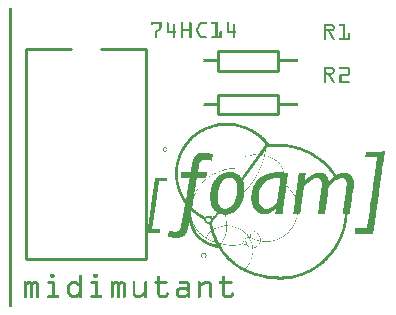
<source format=gto>
G04 MADE WITH FRITZING*
G04 WWW.FRITZING.ORG*
G04 DOUBLE SIDED*
G04 HOLES PLATED*
G04 CONTOUR ON CENTER OF CONTOUR VECTOR*
%ASAXBY*%
%FSLAX23Y23*%
%MOIN*%
%OFA0B0*%
%SFA1.0B1.0*%
%ADD10C,0.010000*%
%ADD11R,0.001000X0.001000*%
%LNSILK1*%
G90*
G70*
G54D10*
X61Y863D02*
X61Y163D01*
D02*
X61Y163D02*
X461Y163D01*
D02*
X461Y163D02*
X461Y863D01*
D02*
X61Y863D02*
X211Y863D01*
D02*
X311Y863D02*
X461Y863D01*
D02*
X902Y791D02*
X702Y791D01*
D02*
X702Y791D02*
X702Y857D01*
D02*
X702Y857D02*
X902Y857D01*
D02*
X902Y857D02*
X902Y791D01*
D02*
X902Y646D02*
X702Y646D01*
D02*
X702Y646D02*
X702Y712D01*
D02*
X702Y712D02*
X902Y712D01*
D02*
X902Y712D02*
X902Y646D01*
G36*
X525Y537D02*
X525Y536D01*
X522Y536D01*
X522Y535D01*
X521Y535D01*
X521Y534D01*
X529Y534D01*
X529Y533D01*
X530Y533D01*
X530Y532D01*
X531Y532D01*
X531Y531D01*
X532Y531D01*
X532Y527D01*
X531Y527D01*
X531Y526D01*
X530Y526D01*
X530Y525D01*
X529Y525D01*
X529Y524D01*
X528Y524D01*
X528Y523D01*
X531Y523D01*
X531Y524D01*
X532Y524D01*
X532Y526D01*
X533Y526D01*
X533Y528D01*
X534Y528D01*
X534Y529D01*
X533Y529D01*
X533Y532D01*
X532Y532D01*
X532Y533D01*
X531Y533D01*
X531Y534D01*
X530Y534D01*
X530Y535D01*
X529Y535D01*
X529Y536D01*
X527Y536D01*
X527Y537D01*
X525Y537D01*
G37*
D02*
G36*
X520Y534D02*
X520Y533D01*
X519Y533D01*
X519Y531D01*
X518Y531D01*
X518Y527D01*
X519Y527D01*
X519Y525D01*
X520Y525D01*
X520Y523D01*
X524Y523D01*
X524Y524D01*
X523Y524D01*
X523Y525D01*
X522Y525D01*
X522Y526D01*
X521Y526D01*
X521Y531D01*
X522Y531D01*
X522Y533D01*
X524Y533D01*
X524Y534D01*
X520Y534D01*
G37*
D02*
G36*
X522Y523D02*
X522Y522D01*
X530Y522D01*
X530Y523D01*
X522Y523D01*
G37*
D02*
G36*
X522Y523D02*
X522Y522D01*
X530Y522D01*
X530Y523D01*
X522Y523D01*
G37*
D02*
G36*
X524Y522D02*
X524Y521D01*
X527Y521D01*
X527Y522D01*
X524Y522D01*
G37*
D02*
G36*
X1250Y523D02*
X1250Y522D01*
X1195Y522D01*
X1195Y519D01*
X1194Y519D01*
X1194Y512D01*
X1193Y512D01*
X1193Y504D01*
X1192Y504D01*
X1192Y503D01*
X1231Y503D01*
X1231Y502D01*
X1232Y502D01*
X1232Y499D01*
X1231Y499D01*
X1231Y492D01*
X1230Y492D01*
X1230Y485D01*
X1229Y485D01*
X1229Y478D01*
X1228Y478D01*
X1228Y471D01*
X1227Y471D01*
X1227Y464D01*
X1226Y464D01*
X1226Y456D01*
X1225Y456D01*
X1225Y448D01*
X1224Y448D01*
X1224Y441D01*
X1223Y441D01*
X1223Y434D01*
X1222Y434D01*
X1222Y427D01*
X1221Y427D01*
X1221Y420D01*
X1220Y420D01*
X1220Y413D01*
X1219Y413D01*
X1219Y405D01*
X1218Y405D01*
X1218Y398D01*
X1217Y398D01*
X1217Y391D01*
X1216Y391D01*
X1216Y384D01*
X1215Y384D01*
X1215Y377D01*
X1214Y377D01*
X1214Y369D01*
X1213Y369D01*
X1213Y362D01*
X1212Y362D01*
X1212Y357D01*
X1211Y357D01*
X1211Y354D01*
X1210Y354D01*
X1210Y347D01*
X1209Y347D01*
X1209Y343D01*
X1210Y343D01*
X1210Y340D01*
X1209Y340D01*
X1209Y333D01*
X1208Y333D01*
X1208Y326D01*
X1207Y326D01*
X1207Y319D01*
X1206Y319D01*
X1206Y312D01*
X1205Y312D01*
X1205Y304D01*
X1204Y304D01*
X1204Y297D01*
X1203Y297D01*
X1203Y289D01*
X1201Y289D01*
X1201Y282D01*
X1200Y282D01*
X1200Y275D01*
X1199Y275D01*
X1199Y268D01*
X1198Y268D01*
X1198Y267D01*
X1197Y267D01*
X1197Y266D01*
X1160Y266D01*
X1160Y264D01*
X1159Y264D01*
X1159Y255D01*
X1158Y255D01*
X1158Y247D01*
X1219Y247D01*
X1219Y249D01*
X1220Y249D01*
X1220Y257D01*
X1221Y257D01*
X1221Y264D01*
X1222Y264D01*
X1222Y271D01*
X1223Y271D01*
X1223Y278D01*
X1224Y278D01*
X1224Y286D01*
X1225Y286D01*
X1225Y293D01*
X1226Y293D01*
X1226Y300D01*
X1227Y300D01*
X1227Y308D01*
X1228Y308D01*
X1228Y315D01*
X1229Y315D01*
X1229Y322D01*
X1230Y322D01*
X1230Y329D01*
X1231Y329D01*
X1231Y336D01*
X1232Y336D01*
X1232Y343D01*
X1233Y343D01*
X1233Y349D01*
X1234Y349D01*
X1234Y356D01*
X1235Y356D01*
X1235Y364D01*
X1236Y364D01*
X1236Y371D01*
X1237Y371D01*
X1237Y380D01*
X1238Y380D01*
X1238Y387D01*
X1239Y387D01*
X1239Y394D01*
X1240Y394D01*
X1240Y401D01*
X1241Y401D01*
X1241Y408D01*
X1242Y408D01*
X1242Y416D01*
X1243Y416D01*
X1243Y423D01*
X1244Y423D01*
X1244Y430D01*
X1245Y430D01*
X1245Y438D01*
X1246Y438D01*
X1246Y445D01*
X1247Y445D01*
X1247Y452D01*
X1248Y452D01*
X1248Y459D01*
X1249Y459D01*
X1249Y467D01*
X1250Y467D01*
X1250Y474D01*
X1251Y474D01*
X1251Y481D01*
X1252Y481D01*
X1252Y488D01*
X1254Y488D01*
X1254Y495D01*
X1255Y495D01*
X1255Y502D01*
X1256Y502D01*
X1256Y510D01*
X1257Y510D01*
X1257Y518D01*
X1258Y518D01*
X1258Y523D01*
X1250Y523D01*
G37*
D02*
G36*
X797Y512D02*
X797Y510D01*
X798Y510D01*
X798Y512D01*
X797Y512D01*
G37*
D02*
G36*
X790Y505D02*
X790Y504D01*
X791Y504D01*
X791Y505D01*
X790Y505D01*
G37*
D02*
G36*
X761Y469D02*
X761Y468D01*
X762Y468D01*
X762Y469D01*
X761Y469D01*
G37*
D02*
G36*
X760Y468D02*
X760Y467D01*
X761Y467D01*
X761Y468D01*
X760Y468D01*
G37*
D02*
G36*
X749Y467D02*
X749Y466D01*
X738Y466D01*
X738Y465D01*
X757Y465D01*
X757Y463D01*
X758Y463D01*
X758Y465D01*
X759Y465D01*
X759Y466D01*
X760Y466D01*
X760Y467D01*
X749Y467D01*
G37*
D02*
G36*
X732Y465D02*
X732Y464D01*
X727Y464D01*
X727Y463D01*
X723Y463D01*
X723Y462D01*
X719Y462D01*
X719Y461D01*
X716Y461D01*
X716Y459D01*
X713Y459D01*
X713Y458D01*
X710Y458D01*
X710Y457D01*
X707Y457D01*
X707Y456D01*
X704Y456D01*
X704Y455D01*
X702Y455D01*
X702Y454D01*
X699Y454D01*
X699Y453D01*
X697Y453D01*
X697Y452D01*
X695Y452D01*
X695Y451D01*
X693Y451D01*
X693Y450D01*
X690Y450D01*
X690Y449D01*
X688Y449D01*
X688Y448D01*
X686Y448D01*
X686Y447D01*
X684Y447D01*
X684Y446D01*
X683Y446D01*
X683Y445D01*
X685Y445D01*
X685Y446D01*
X687Y446D01*
X687Y447D01*
X689Y447D01*
X689Y448D01*
X691Y448D01*
X691Y449D01*
X694Y449D01*
X694Y450D01*
X696Y450D01*
X696Y451D01*
X698Y451D01*
X698Y452D01*
X700Y452D01*
X700Y453D01*
X703Y453D01*
X703Y454D01*
X705Y454D01*
X705Y455D01*
X708Y455D01*
X708Y456D01*
X711Y456D01*
X711Y457D01*
X714Y457D01*
X714Y458D01*
X718Y458D01*
X718Y459D01*
X722Y459D01*
X722Y461D01*
X726Y461D01*
X726Y462D01*
X732Y462D01*
X732Y463D01*
X739Y463D01*
X739Y464D01*
X754Y464D01*
X754Y465D01*
X732Y465D01*
G37*
D02*
G36*
X765Y464D02*
X765Y463D01*
X766Y463D01*
X766Y464D01*
X765Y464D01*
G37*
D02*
G36*
X772Y446D02*
X772Y445D01*
X773Y445D01*
X773Y446D01*
X772Y446D01*
G37*
D02*
G36*
X681Y445D02*
X681Y444D01*
X679Y444D01*
X679Y443D01*
X678Y443D01*
X678Y442D01*
X680Y442D01*
X680Y443D01*
X682Y443D01*
X682Y444D01*
X683Y444D01*
X683Y445D01*
X681Y445D01*
G37*
D02*
G36*
X676Y442D02*
X676Y441D01*
X675Y441D01*
X675Y440D01*
X677Y440D01*
X677Y441D01*
X678Y441D01*
X678Y442D01*
X676Y442D01*
G37*
D02*
G36*
X673Y440D02*
X673Y439D01*
X672Y439D01*
X672Y438D01*
X674Y438D01*
X674Y439D01*
X675Y439D01*
X675Y440D01*
X673Y440D01*
G37*
D02*
G36*
X670Y438D02*
X670Y437D01*
X669Y437D01*
X669Y436D01*
X668Y436D01*
X668Y435D01*
X670Y435D01*
X670Y436D01*
X671Y436D01*
X671Y437D01*
X672Y437D01*
X672Y438D01*
X670Y438D01*
G37*
D02*
G36*
X493Y435D02*
X493Y434D01*
X492Y434D01*
X492Y427D01*
X491Y427D01*
X491Y420D01*
X490Y420D01*
X490Y413D01*
X489Y413D01*
X489Y405D01*
X488Y405D01*
X488Y398D01*
X486Y398D01*
X486Y391D01*
X485Y391D01*
X485Y384D01*
X484Y384D01*
X484Y376D01*
X483Y376D01*
X483Y369D01*
X482Y369D01*
X482Y362D01*
X481Y362D01*
X481Y354D01*
X480Y354D01*
X480Y347D01*
X479Y347D01*
X479Y340D01*
X478Y340D01*
X478Y333D01*
X477Y333D01*
X477Y326D01*
X476Y326D01*
X476Y319D01*
X475Y319D01*
X475Y311D01*
X474Y311D01*
X474Y303D01*
X473Y303D01*
X473Y296D01*
X472Y296D01*
X472Y289D01*
X471Y289D01*
X471Y282D01*
X470Y282D01*
X470Y275D01*
X469Y275D01*
X469Y268D01*
X468Y268D01*
X468Y261D01*
X467Y261D01*
X467Y252D01*
X507Y252D01*
X507Y253D01*
X508Y253D01*
X508Y261D01*
X509Y261D01*
X509Y265D01*
X483Y265D01*
X483Y273D01*
X484Y273D01*
X484Y281D01*
X485Y281D01*
X485Y288D01*
X486Y288D01*
X486Y295D01*
X488Y295D01*
X488Y302D01*
X489Y302D01*
X489Y310D01*
X490Y310D01*
X490Y317D01*
X491Y317D01*
X491Y324D01*
X492Y324D01*
X492Y331D01*
X493Y331D01*
X493Y338D01*
X494Y338D01*
X494Y346D01*
X495Y346D01*
X495Y353D01*
X496Y353D01*
X496Y361D01*
X497Y361D01*
X497Y368D01*
X498Y368D01*
X498Y375D01*
X499Y375D01*
X499Y382D01*
X500Y382D01*
X500Y389D01*
X501Y389D01*
X501Y396D01*
X502Y396D01*
X502Y404D01*
X503Y404D01*
X503Y412D01*
X504Y412D01*
X504Y419D01*
X505Y419D01*
X505Y424D01*
X531Y424D01*
X531Y427D01*
X532Y427D01*
X532Y434D01*
X533Y434D01*
X533Y435D01*
X493Y435D01*
G37*
D02*
G36*
X666Y435D02*
X666Y434D01*
X665Y434D01*
X665Y433D01*
X664Y433D01*
X664Y432D01*
X666Y432D01*
X666Y433D01*
X667Y433D01*
X667Y434D01*
X668Y434D01*
X668Y435D01*
X666Y435D01*
G37*
D02*
G36*
X663Y432D02*
X663Y431D01*
X664Y431D01*
X664Y432D01*
X663Y432D01*
G37*
D02*
G36*
X661Y431D02*
X661Y430D01*
X660Y430D01*
X660Y429D01*
X659Y429D01*
X659Y428D01*
X658Y428D01*
X658Y427D01*
X657Y427D01*
X657Y426D01*
X656Y426D01*
X656Y425D01*
X655Y425D01*
X655Y424D01*
X654Y424D01*
X654Y423D01*
X653Y423D01*
X653Y422D01*
X652Y422D01*
X652Y421D01*
X651Y421D01*
X651Y420D01*
X650Y420D01*
X650Y419D01*
X649Y419D01*
X649Y418D01*
X648Y418D01*
X648Y417D01*
X647Y417D01*
X647Y415D01*
X648Y415D01*
X648Y416D01*
X649Y416D01*
X649Y417D01*
X650Y417D01*
X650Y418D01*
X651Y418D01*
X651Y419D01*
X652Y419D01*
X652Y420D01*
X653Y420D01*
X653Y421D01*
X654Y421D01*
X654Y422D01*
X655Y422D01*
X655Y423D01*
X656Y423D01*
X656Y424D01*
X657Y424D01*
X657Y425D01*
X658Y425D01*
X658Y426D01*
X659Y426D01*
X659Y427D01*
X660Y427D01*
X660Y428D01*
X661Y428D01*
X661Y429D01*
X662Y429D01*
X662Y430D01*
X663Y430D01*
X663Y431D01*
X661Y431D01*
G37*
D02*
G36*
X646Y415D02*
X646Y414D01*
X647Y414D01*
X647Y415D01*
X646Y415D01*
G37*
D02*
G36*
X645Y414D02*
X645Y413D01*
X644Y413D01*
X644Y412D01*
X643Y412D01*
X643Y410D01*
X644Y410D01*
X644Y411D01*
X645Y411D01*
X645Y412D01*
X646Y412D01*
X646Y414D01*
X645Y414D01*
G37*
D02*
G36*
X642Y410D02*
X642Y408D01*
X643Y408D01*
X643Y410D01*
X642Y410D01*
G37*
D02*
G36*
X640Y408D02*
X640Y407D01*
X639Y407D01*
X639Y405D01*
X640Y405D01*
X640Y406D01*
X642Y406D01*
X642Y408D01*
X640Y408D01*
G37*
D02*
G36*
X638Y405D02*
X638Y404D01*
X637Y404D01*
X637Y402D01*
X638Y402D01*
X638Y403D01*
X639Y403D01*
X639Y405D01*
X638Y405D01*
G37*
D02*
G36*
X636Y402D02*
X636Y401D01*
X635Y401D01*
X635Y399D01*
X636Y399D01*
X636Y400D01*
X637Y400D01*
X637Y402D01*
X636Y402D01*
G37*
D02*
G36*
X634Y399D02*
X634Y398D01*
X633Y398D01*
X633Y396D01*
X632Y396D01*
X632Y394D01*
X633Y394D01*
X633Y395D01*
X634Y395D01*
X634Y397D01*
X635Y397D01*
X635Y399D01*
X634Y399D01*
G37*
D02*
G36*
X714Y618D02*
X714Y617D01*
X705Y617D01*
X705Y616D01*
X699Y616D01*
X699Y615D01*
X694Y615D01*
X694Y614D01*
X689Y614D01*
X689Y612D01*
X685Y612D01*
X685Y611D01*
X681Y611D01*
X681Y610D01*
X678Y610D01*
X678Y609D01*
X675Y609D01*
X675Y608D01*
X746Y608D01*
X746Y607D01*
X755Y607D01*
X755Y606D01*
X761Y606D01*
X761Y605D01*
X767Y605D01*
X767Y604D01*
X771Y604D01*
X771Y603D01*
X775Y603D01*
X775Y602D01*
X778Y602D01*
X778Y601D01*
X782Y601D01*
X782Y600D01*
X785Y600D01*
X785Y599D01*
X787Y599D01*
X787Y598D01*
X790Y598D01*
X790Y597D01*
X793Y597D01*
X793Y596D01*
X796Y596D01*
X796Y595D01*
X798Y595D01*
X798Y594D01*
X801Y594D01*
X801Y593D01*
X803Y593D01*
X803Y592D01*
X805Y592D01*
X805Y591D01*
X807Y591D01*
X807Y590D01*
X809Y590D01*
X809Y589D01*
X810Y589D01*
X810Y588D01*
X812Y588D01*
X812Y587D01*
X814Y587D01*
X814Y586D01*
X816Y586D01*
X816Y585D01*
X817Y585D01*
X817Y584D01*
X819Y584D01*
X819Y583D01*
X820Y583D01*
X820Y582D01*
X822Y582D01*
X822Y581D01*
X823Y581D01*
X823Y580D01*
X825Y580D01*
X825Y579D01*
X826Y579D01*
X826Y578D01*
X828Y578D01*
X828Y577D01*
X829Y577D01*
X829Y576D01*
X830Y576D01*
X830Y575D01*
X832Y575D01*
X832Y574D01*
X833Y574D01*
X833Y573D01*
X834Y573D01*
X834Y572D01*
X835Y572D01*
X835Y571D01*
X836Y571D01*
X836Y570D01*
X838Y570D01*
X838Y569D01*
X839Y569D01*
X839Y568D01*
X840Y568D01*
X840Y567D01*
X841Y567D01*
X841Y566D01*
X842Y566D01*
X842Y565D01*
X843Y565D01*
X843Y564D01*
X844Y564D01*
X844Y563D01*
X846Y563D01*
X846Y561D01*
X847Y561D01*
X847Y560D01*
X848Y560D01*
X848Y559D01*
X849Y559D01*
X849Y558D01*
X850Y558D01*
X850Y557D01*
X851Y557D01*
X851Y556D01*
X852Y556D01*
X852Y555D01*
X853Y555D01*
X853Y554D01*
X854Y554D01*
X854Y553D01*
X855Y553D01*
X855Y552D01*
X856Y552D01*
X856Y550D01*
X857Y550D01*
X857Y549D01*
X858Y549D01*
X858Y548D01*
X872Y548D01*
X872Y549D01*
X871Y549D01*
X871Y550D01*
X870Y550D01*
X870Y551D01*
X869Y551D01*
X869Y553D01*
X868Y553D01*
X868Y554D01*
X867Y554D01*
X867Y555D01*
X866Y555D01*
X866Y556D01*
X865Y556D01*
X865Y557D01*
X864Y557D01*
X864Y558D01*
X863Y558D01*
X863Y559D01*
X862Y559D01*
X862Y561D01*
X861Y561D01*
X861Y563D01*
X860Y563D01*
X860Y564D01*
X859Y564D01*
X859Y565D01*
X858Y565D01*
X858Y566D01*
X857Y566D01*
X857Y567D01*
X856Y567D01*
X856Y568D01*
X855Y568D01*
X855Y569D01*
X854Y569D01*
X854Y570D01*
X853Y570D01*
X853Y571D01*
X852Y571D01*
X852Y572D01*
X850Y572D01*
X850Y573D01*
X849Y573D01*
X849Y574D01*
X848Y574D01*
X848Y575D01*
X847Y575D01*
X847Y576D01*
X846Y576D01*
X846Y577D01*
X844Y577D01*
X844Y578D01*
X842Y578D01*
X842Y579D01*
X841Y579D01*
X841Y580D01*
X840Y580D01*
X840Y581D01*
X838Y581D01*
X838Y582D01*
X837Y582D01*
X837Y583D01*
X836Y583D01*
X836Y584D01*
X834Y584D01*
X834Y585D01*
X833Y585D01*
X833Y586D01*
X831Y586D01*
X831Y587D01*
X830Y587D01*
X830Y588D01*
X828Y588D01*
X828Y589D01*
X827Y589D01*
X827Y590D01*
X825Y590D01*
X825Y591D01*
X824Y591D01*
X824Y592D01*
X822Y592D01*
X822Y593D01*
X820Y593D01*
X820Y594D01*
X818Y594D01*
X818Y595D01*
X817Y595D01*
X817Y596D01*
X815Y596D01*
X815Y597D01*
X813Y597D01*
X813Y598D01*
X811Y598D01*
X811Y599D01*
X809Y599D01*
X809Y600D01*
X807Y600D01*
X807Y601D01*
X805Y601D01*
X805Y602D01*
X802Y602D01*
X802Y603D01*
X800Y603D01*
X800Y604D01*
X797Y604D01*
X797Y605D01*
X795Y605D01*
X795Y606D01*
X791Y606D01*
X791Y607D01*
X789Y607D01*
X789Y608D01*
X786Y608D01*
X786Y609D01*
X782Y609D01*
X782Y610D01*
X779Y610D01*
X779Y611D01*
X775Y611D01*
X775Y612D01*
X771Y612D01*
X771Y614D01*
X767Y614D01*
X767Y615D01*
X762Y615D01*
X762Y616D01*
X756Y616D01*
X756Y617D01*
X748Y617D01*
X748Y618D01*
X714Y618D01*
G37*
D02*
G36*
X672Y608D02*
X672Y607D01*
X669Y607D01*
X669Y606D01*
X667Y606D01*
X667Y605D01*
X664Y605D01*
X664Y604D01*
X662Y604D01*
X662Y603D01*
X660Y603D01*
X660Y602D01*
X657Y602D01*
X657Y601D01*
X655Y601D01*
X655Y600D01*
X653Y600D01*
X653Y599D01*
X651Y599D01*
X651Y598D01*
X649Y598D01*
X649Y597D01*
X647Y597D01*
X647Y596D01*
X645Y596D01*
X645Y595D01*
X644Y595D01*
X644Y594D01*
X642Y594D01*
X642Y593D01*
X639Y593D01*
X639Y592D01*
X638Y592D01*
X638Y591D01*
X636Y591D01*
X636Y590D01*
X635Y590D01*
X635Y589D01*
X633Y589D01*
X633Y588D01*
X632Y588D01*
X632Y587D01*
X630Y587D01*
X630Y586D01*
X629Y586D01*
X629Y585D01*
X627Y585D01*
X627Y584D01*
X626Y584D01*
X626Y583D01*
X625Y583D01*
X625Y582D01*
X623Y582D01*
X623Y581D01*
X622Y581D01*
X622Y580D01*
X621Y580D01*
X621Y579D01*
X620Y579D01*
X620Y578D01*
X618Y578D01*
X618Y577D01*
X617Y577D01*
X617Y576D01*
X616Y576D01*
X616Y575D01*
X615Y575D01*
X615Y574D01*
X614Y574D01*
X614Y573D01*
X613Y573D01*
X613Y572D01*
X612Y572D01*
X612Y571D01*
X611Y571D01*
X611Y570D01*
X610Y570D01*
X610Y569D01*
X609Y569D01*
X609Y568D01*
X608Y568D01*
X608Y567D01*
X607Y567D01*
X607Y566D01*
X606Y566D01*
X606Y565D01*
X605Y565D01*
X605Y564D01*
X604Y564D01*
X604Y563D01*
X603Y563D01*
X603Y561D01*
X602Y561D01*
X602Y560D01*
X601Y560D01*
X601Y559D01*
X600Y559D01*
X600Y558D01*
X599Y558D01*
X599Y557D01*
X598Y557D01*
X598Y555D01*
X597Y555D01*
X597Y554D01*
X596Y554D01*
X596Y553D01*
X595Y553D01*
X595Y552D01*
X594Y552D01*
X594Y550D01*
X593Y550D01*
X593Y549D01*
X592Y549D01*
X592Y547D01*
X591Y547D01*
X591Y546D01*
X589Y546D01*
X589Y545D01*
X588Y545D01*
X588Y543D01*
X587Y543D01*
X587Y542D01*
X586Y542D01*
X586Y540D01*
X585Y540D01*
X585Y539D01*
X584Y539D01*
X584Y537D01*
X583Y537D01*
X583Y535D01*
X582Y535D01*
X582Y534D01*
X581Y534D01*
X581Y532D01*
X580Y532D01*
X580Y530D01*
X579Y530D01*
X579Y528D01*
X578Y528D01*
X578Y526D01*
X577Y526D01*
X577Y524D01*
X576Y524D01*
X576Y522D01*
X575Y522D01*
X575Y520D01*
X574Y520D01*
X574Y518D01*
X573Y518D01*
X573Y516D01*
X572Y516D01*
X572Y513D01*
X571Y513D01*
X571Y510D01*
X570Y510D01*
X570Y507D01*
X569Y507D01*
X569Y504D01*
X568Y504D01*
X568Y502D01*
X567Y502D01*
X567Y499D01*
X566Y499D01*
X566Y495D01*
X565Y495D01*
X565Y492D01*
X564Y492D01*
X564Y487D01*
X563Y487D01*
X563Y483D01*
X562Y483D01*
X562Y478D01*
X561Y478D01*
X561Y471D01*
X560Y471D01*
X560Y461D01*
X559Y461D01*
X559Y437D01*
X560Y437D01*
X560Y427D01*
X561Y427D01*
X561Y420D01*
X562Y420D01*
X562Y415D01*
X563Y415D01*
X563Y411D01*
X564Y411D01*
X564Y406D01*
X565Y406D01*
X565Y402D01*
X566Y402D01*
X566Y399D01*
X567Y399D01*
X567Y395D01*
X568Y395D01*
X568Y392D01*
X569Y392D01*
X569Y390D01*
X570Y390D01*
X570Y387D01*
X571Y387D01*
X571Y385D01*
X572Y385D01*
X572Y382D01*
X573Y382D01*
X573Y380D01*
X574Y380D01*
X574Y378D01*
X575Y378D01*
X575Y376D01*
X576Y376D01*
X576Y374D01*
X577Y374D01*
X577Y372D01*
X578Y372D01*
X578Y370D01*
X579Y370D01*
X579Y368D01*
X580Y368D01*
X580Y366D01*
X581Y366D01*
X581Y365D01*
X593Y365D01*
X593Y366D01*
X592Y366D01*
X592Y367D01*
X591Y367D01*
X591Y369D01*
X589Y369D01*
X589Y371D01*
X588Y371D01*
X588Y372D01*
X587Y372D01*
X587Y374D01*
X586Y374D01*
X586Y376D01*
X585Y376D01*
X585Y378D01*
X584Y378D01*
X584Y380D01*
X583Y380D01*
X583Y383D01*
X582Y383D01*
X582Y385D01*
X581Y385D01*
X581Y387D01*
X580Y387D01*
X580Y389D01*
X579Y389D01*
X579Y392D01*
X578Y392D01*
X578Y395D01*
X577Y395D01*
X577Y398D01*
X576Y398D01*
X576Y401D01*
X575Y401D01*
X575Y404D01*
X574Y404D01*
X574Y408D01*
X573Y408D01*
X573Y412D01*
X572Y412D01*
X572Y417D01*
X571Y417D01*
X571Y422D01*
X570Y422D01*
X570Y429D01*
X569Y429D01*
X569Y444D01*
X568Y444D01*
X568Y453D01*
X569Y453D01*
X569Y469D01*
X570Y469D01*
X570Y476D01*
X571Y476D01*
X571Y481D01*
X572Y481D01*
X572Y486D01*
X573Y486D01*
X573Y490D01*
X574Y490D01*
X574Y493D01*
X575Y493D01*
X575Y497D01*
X576Y497D01*
X576Y500D01*
X577Y500D01*
X577Y502D01*
X578Y502D01*
X578Y505D01*
X579Y505D01*
X579Y508D01*
X580Y508D01*
X580Y510D01*
X581Y510D01*
X581Y513D01*
X582Y513D01*
X582Y516D01*
X583Y516D01*
X583Y518D01*
X584Y518D01*
X584Y520D01*
X585Y520D01*
X585Y522D01*
X586Y522D01*
X586Y524D01*
X587Y524D01*
X587Y526D01*
X588Y526D01*
X588Y527D01*
X589Y527D01*
X589Y529D01*
X591Y529D01*
X591Y531D01*
X592Y531D01*
X592Y532D01*
X593Y532D01*
X593Y534D01*
X594Y534D01*
X594Y535D01*
X595Y535D01*
X595Y537D01*
X596Y537D01*
X596Y538D01*
X597Y538D01*
X597Y540D01*
X598Y540D01*
X598Y541D01*
X599Y541D01*
X599Y543D01*
X600Y543D01*
X600Y544D01*
X601Y544D01*
X601Y545D01*
X602Y545D01*
X602Y547D01*
X603Y547D01*
X603Y548D01*
X604Y548D01*
X604Y549D01*
X605Y549D01*
X605Y550D01*
X606Y550D01*
X606Y551D01*
X607Y551D01*
X607Y553D01*
X608Y553D01*
X608Y554D01*
X609Y554D01*
X609Y555D01*
X610Y555D01*
X610Y556D01*
X611Y556D01*
X611Y557D01*
X612Y557D01*
X612Y558D01*
X613Y558D01*
X613Y559D01*
X614Y559D01*
X614Y560D01*
X615Y560D01*
X615Y561D01*
X616Y561D01*
X616Y563D01*
X617Y563D01*
X617Y564D01*
X618Y564D01*
X618Y565D01*
X619Y565D01*
X619Y566D01*
X620Y566D01*
X620Y567D01*
X621Y567D01*
X621Y568D01*
X622Y568D01*
X622Y569D01*
X623Y569D01*
X623Y570D01*
X625Y570D01*
X625Y571D01*
X626Y571D01*
X626Y572D01*
X627Y572D01*
X627Y573D01*
X628Y573D01*
X628Y574D01*
X630Y574D01*
X630Y575D01*
X631Y575D01*
X631Y576D01*
X632Y576D01*
X632Y577D01*
X634Y577D01*
X634Y578D01*
X635Y578D01*
X635Y579D01*
X636Y579D01*
X636Y580D01*
X638Y580D01*
X638Y581D01*
X639Y581D01*
X639Y582D01*
X642Y582D01*
X642Y583D01*
X643Y583D01*
X643Y584D01*
X645Y584D01*
X645Y585D01*
X646Y585D01*
X646Y586D01*
X648Y586D01*
X648Y587D01*
X650Y587D01*
X650Y588D01*
X652Y588D01*
X652Y589D01*
X654Y589D01*
X654Y590D01*
X656Y590D01*
X656Y591D01*
X658Y591D01*
X658Y592D01*
X659Y592D01*
X659Y593D01*
X662Y593D01*
X662Y594D01*
X664Y594D01*
X664Y595D01*
X666Y595D01*
X666Y596D01*
X669Y596D01*
X669Y597D01*
X671Y597D01*
X671Y598D01*
X674Y598D01*
X674Y599D01*
X677Y599D01*
X677Y600D01*
X680Y600D01*
X680Y601D01*
X683Y601D01*
X683Y602D01*
X686Y602D01*
X686Y603D01*
X690Y603D01*
X690Y604D01*
X696Y604D01*
X696Y605D01*
X701Y605D01*
X701Y606D01*
X707Y606D01*
X707Y607D01*
X716Y607D01*
X716Y608D01*
X672Y608D01*
G37*
D02*
G36*
X888Y549D02*
X888Y548D01*
X905Y548D01*
X905Y549D01*
X888Y549D01*
G37*
D02*
G36*
X859Y548D02*
X859Y547D01*
X920Y547D01*
X920Y548D01*
X859Y548D01*
G37*
D02*
G36*
X859Y548D02*
X859Y547D01*
X920Y547D01*
X920Y548D01*
X859Y548D01*
G37*
D02*
G36*
X859Y547D02*
X859Y546D01*
X858Y546D01*
X858Y543D01*
X857Y543D01*
X857Y540D01*
X856Y540D01*
X856Y539D01*
X918Y539D01*
X918Y538D01*
X928Y538D01*
X928Y537D01*
X935Y537D01*
X935Y536D01*
X940Y536D01*
X940Y535D01*
X945Y535D01*
X945Y534D01*
X951Y534D01*
X951Y533D01*
X955Y533D01*
X955Y532D01*
X959Y532D01*
X959Y531D01*
X962Y531D01*
X962Y530D01*
X966Y530D01*
X966Y529D01*
X969Y529D01*
X969Y528D01*
X972Y528D01*
X972Y527D01*
X975Y527D01*
X975Y526D01*
X978Y526D01*
X978Y525D01*
X981Y525D01*
X981Y524D01*
X983Y524D01*
X983Y523D01*
X986Y523D01*
X986Y522D01*
X988Y522D01*
X988Y521D01*
X990Y521D01*
X990Y520D01*
X993Y520D01*
X993Y519D01*
X995Y519D01*
X995Y518D01*
X997Y518D01*
X997Y517D01*
X1000Y517D01*
X1000Y516D01*
X1002Y516D01*
X1002Y515D01*
X1004Y515D01*
X1004Y514D01*
X1006Y514D01*
X1006Y513D01*
X1008Y513D01*
X1008Y512D01*
X1010Y512D01*
X1010Y510D01*
X1012Y510D01*
X1012Y509D01*
X1013Y509D01*
X1013Y508D01*
X1015Y508D01*
X1015Y507D01*
X1017Y507D01*
X1017Y506D01*
X1018Y506D01*
X1018Y505D01*
X1020Y505D01*
X1020Y504D01*
X1022Y504D01*
X1022Y503D01*
X1023Y503D01*
X1023Y502D01*
X1025Y502D01*
X1025Y501D01*
X1026Y501D01*
X1026Y500D01*
X1028Y500D01*
X1028Y499D01*
X1029Y499D01*
X1029Y498D01*
X1031Y498D01*
X1031Y497D01*
X1032Y497D01*
X1032Y496D01*
X1034Y496D01*
X1034Y495D01*
X1035Y495D01*
X1035Y494D01*
X1036Y494D01*
X1036Y493D01*
X1038Y493D01*
X1038Y492D01*
X1039Y492D01*
X1039Y491D01*
X1040Y491D01*
X1040Y490D01*
X1042Y490D01*
X1042Y489D01*
X1043Y489D01*
X1043Y488D01*
X1044Y488D01*
X1044Y487D01*
X1045Y487D01*
X1045Y486D01*
X1046Y486D01*
X1046Y485D01*
X1048Y485D01*
X1048Y484D01*
X1050Y484D01*
X1050Y483D01*
X1051Y483D01*
X1051Y482D01*
X1052Y482D01*
X1052Y481D01*
X1053Y481D01*
X1053Y480D01*
X1054Y480D01*
X1054Y479D01*
X1055Y479D01*
X1055Y478D01*
X1056Y478D01*
X1056Y477D01*
X1058Y477D01*
X1058Y476D01*
X1059Y476D01*
X1059Y475D01*
X1060Y475D01*
X1060Y474D01*
X1061Y474D01*
X1061Y473D01*
X1062Y473D01*
X1062Y472D01*
X1063Y472D01*
X1063Y471D01*
X1064Y471D01*
X1064Y470D01*
X1065Y470D01*
X1065Y469D01*
X1066Y469D01*
X1066Y467D01*
X1067Y467D01*
X1067Y466D01*
X1068Y466D01*
X1068Y465D01*
X1069Y465D01*
X1069Y464D01*
X1070Y464D01*
X1070Y463D01*
X1071Y463D01*
X1071Y462D01*
X1072Y462D01*
X1072Y461D01*
X1073Y461D01*
X1073Y459D01*
X1074Y459D01*
X1074Y457D01*
X1075Y457D01*
X1075Y456D01*
X1076Y456D01*
X1076Y455D01*
X1077Y455D01*
X1077Y454D01*
X1078Y454D01*
X1078Y453D01*
X1079Y453D01*
X1079Y451D01*
X1080Y451D01*
X1080Y450D01*
X1081Y450D01*
X1081Y449D01*
X1082Y449D01*
X1082Y447D01*
X1083Y447D01*
X1083Y446D01*
X1084Y446D01*
X1084Y445D01*
X1085Y445D01*
X1085Y444D01*
X1096Y444D01*
X1096Y445D01*
X1095Y445D01*
X1095Y447D01*
X1094Y447D01*
X1094Y448D01*
X1093Y448D01*
X1093Y449D01*
X1092Y449D01*
X1092Y451D01*
X1091Y451D01*
X1091Y452D01*
X1090Y452D01*
X1090Y454D01*
X1089Y454D01*
X1089Y455D01*
X1088Y455D01*
X1088Y456D01*
X1087Y456D01*
X1087Y458D01*
X1086Y458D01*
X1086Y459D01*
X1085Y459D01*
X1085Y461D01*
X1084Y461D01*
X1084Y462D01*
X1083Y462D01*
X1083Y463D01*
X1082Y463D01*
X1082Y465D01*
X1081Y465D01*
X1081Y466D01*
X1080Y466D01*
X1080Y467D01*
X1079Y467D01*
X1079Y468D01*
X1078Y468D01*
X1078Y469D01*
X1077Y469D01*
X1077Y470D01*
X1076Y470D01*
X1076Y472D01*
X1075Y472D01*
X1075Y473D01*
X1074Y473D01*
X1074Y474D01*
X1073Y474D01*
X1073Y475D01*
X1072Y475D01*
X1072Y476D01*
X1071Y476D01*
X1071Y477D01*
X1070Y477D01*
X1070Y478D01*
X1069Y478D01*
X1069Y479D01*
X1068Y479D01*
X1068Y480D01*
X1067Y480D01*
X1067Y481D01*
X1066Y481D01*
X1066Y482D01*
X1065Y482D01*
X1065Y483D01*
X1064Y483D01*
X1064Y484D01*
X1063Y484D01*
X1063Y485D01*
X1062Y485D01*
X1062Y486D01*
X1061Y486D01*
X1061Y487D01*
X1059Y487D01*
X1059Y488D01*
X1058Y488D01*
X1058Y489D01*
X1057Y489D01*
X1057Y490D01*
X1056Y490D01*
X1056Y491D01*
X1055Y491D01*
X1055Y492D01*
X1054Y492D01*
X1054Y493D01*
X1052Y493D01*
X1052Y494D01*
X1051Y494D01*
X1051Y495D01*
X1050Y495D01*
X1050Y496D01*
X1048Y496D01*
X1048Y497D01*
X1046Y497D01*
X1046Y498D01*
X1045Y498D01*
X1045Y499D01*
X1044Y499D01*
X1044Y500D01*
X1042Y500D01*
X1042Y501D01*
X1041Y501D01*
X1041Y502D01*
X1040Y502D01*
X1040Y503D01*
X1038Y503D01*
X1038Y504D01*
X1037Y504D01*
X1037Y505D01*
X1035Y505D01*
X1035Y506D01*
X1034Y506D01*
X1034Y507D01*
X1033Y507D01*
X1033Y508D01*
X1031Y508D01*
X1031Y509D01*
X1029Y509D01*
X1029Y510D01*
X1028Y510D01*
X1028Y512D01*
X1026Y512D01*
X1026Y513D01*
X1025Y513D01*
X1025Y514D01*
X1023Y514D01*
X1023Y515D01*
X1021Y515D01*
X1021Y516D01*
X1020Y516D01*
X1020Y517D01*
X1018Y517D01*
X1018Y518D01*
X1016Y518D01*
X1016Y519D01*
X1014Y519D01*
X1014Y520D01*
X1012Y520D01*
X1012Y521D01*
X1011Y521D01*
X1011Y522D01*
X1009Y522D01*
X1009Y523D01*
X1007Y523D01*
X1007Y524D01*
X1005Y524D01*
X1005Y525D01*
X1002Y525D01*
X1002Y526D01*
X1000Y526D01*
X1000Y527D01*
X997Y527D01*
X997Y528D01*
X995Y528D01*
X995Y529D01*
X993Y529D01*
X993Y530D01*
X990Y530D01*
X990Y531D01*
X988Y531D01*
X988Y532D01*
X985Y532D01*
X985Y533D01*
X983Y533D01*
X983Y534D01*
X980Y534D01*
X980Y535D01*
X977Y535D01*
X977Y536D01*
X974Y536D01*
X974Y537D01*
X971Y537D01*
X971Y538D01*
X967Y538D01*
X967Y539D01*
X964Y539D01*
X964Y540D01*
X960Y540D01*
X960Y541D01*
X957Y541D01*
X957Y542D01*
X952Y542D01*
X952Y543D01*
X948Y543D01*
X948Y544D01*
X942Y544D01*
X942Y545D01*
X936Y545D01*
X936Y546D01*
X929Y546D01*
X929Y547D01*
X859Y547D01*
G37*
D02*
G36*
X855Y539D02*
X855Y537D01*
X854Y537D01*
X854Y536D01*
X853Y536D01*
X853Y535D01*
X852Y535D01*
X852Y533D01*
X851Y533D01*
X851Y532D01*
X850Y532D01*
X850Y530D01*
X849Y530D01*
X849Y529D01*
X848Y529D01*
X848Y528D01*
X847Y528D01*
X847Y526D01*
X846Y526D01*
X846Y525D01*
X859Y525D01*
X859Y522D01*
X858Y522D01*
X858Y521D01*
X859Y521D01*
X859Y518D01*
X858Y518D01*
X858Y514D01*
X857Y514D01*
X857Y513D01*
X856Y513D01*
X856Y512D01*
X859Y512D01*
X859Y516D01*
X860Y516D01*
X860Y520D01*
X861Y520D01*
X861Y525D01*
X862Y525D01*
X862Y529D01*
X863Y529D01*
X863Y533D01*
X864Y533D01*
X864Y534D01*
X865Y534D01*
X865Y536D01*
X866Y536D01*
X866Y537D01*
X867Y537D01*
X867Y538D01*
X874Y538D01*
X874Y539D01*
X855Y539D01*
G37*
D02*
G36*
X844Y525D02*
X844Y523D01*
X843Y523D01*
X843Y522D01*
X842Y522D01*
X842Y521D01*
X841Y521D01*
X841Y519D01*
X840Y519D01*
X840Y518D01*
X839Y518D01*
X839Y516D01*
X838Y516D01*
X838Y515D01*
X837Y515D01*
X837Y514D01*
X824Y514D01*
X824Y513D01*
X834Y513D01*
X834Y512D01*
X853Y512D01*
X853Y513D01*
X852Y513D01*
X852Y514D01*
X851Y514D01*
X851Y517D01*
X852Y517D01*
X852Y518D01*
X853Y518D01*
X853Y519D01*
X854Y519D01*
X854Y521D01*
X855Y521D01*
X855Y522D01*
X856Y522D01*
X856Y523D01*
X857Y523D01*
X857Y524D01*
X858Y524D01*
X858Y525D01*
X844Y525D01*
G37*
D02*
G36*
X650Y519D02*
X650Y518D01*
X644Y518D01*
X644Y517D01*
X639Y517D01*
X639Y516D01*
X636Y516D01*
X636Y515D01*
X634Y515D01*
X634Y514D01*
X632Y514D01*
X632Y513D01*
X631Y513D01*
X631Y512D01*
X629Y512D01*
X629Y510D01*
X628Y510D01*
X628Y509D01*
X627Y509D01*
X627Y508D01*
X626Y508D01*
X626Y507D01*
X625Y507D01*
X625Y506D01*
X624Y506D01*
X624Y505D01*
X623Y505D01*
X623Y503D01*
X622Y503D01*
X622Y501D01*
X621Y501D01*
X621Y499D01*
X620Y499D01*
X620Y497D01*
X619Y497D01*
X619Y495D01*
X666Y495D01*
X666Y494D01*
X672Y494D01*
X672Y493D01*
X678Y493D01*
X678Y492D01*
X681Y492D01*
X681Y494D01*
X682Y494D01*
X682Y499D01*
X683Y499D01*
X683Y503D01*
X684Y503D01*
X684Y508D01*
X685Y508D01*
X685Y513D01*
X684Y513D01*
X684Y514D01*
X680Y514D01*
X680Y515D01*
X675Y515D01*
X675Y516D01*
X671Y516D01*
X671Y517D01*
X667Y517D01*
X667Y518D01*
X661Y518D01*
X661Y519D01*
X650Y519D01*
G37*
D02*
G36*
X818Y513D02*
X818Y512D01*
X812Y512D01*
X812Y510D01*
X807Y510D01*
X807Y509D01*
X802Y509D01*
X802Y508D01*
X810Y508D01*
X810Y509D01*
X815Y509D01*
X815Y510D01*
X821Y510D01*
X821Y512D01*
X830Y512D01*
X830Y513D01*
X818Y513D01*
G37*
D02*
G36*
X834Y512D02*
X834Y510D01*
X859Y510D01*
X859Y512D01*
X834Y512D01*
G37*
D02*
G36*
X834Y512D02*
X834Y510D01*
X859Y510D01*
X859Y512D01*
X834Y512D01*
G37*
D02*
G36*
X834Y510D02*
X834Y508D01*
X833Y508D01*
X833Y507D01*
X832Y507D01*
X832Y506D01*
X831Y506D01*
X831Y504D01*
X830Y504D01*
X830Y503D01*
X829Y503D01*
X829Y501D01*
X828Y501D01*
X828Y500D01*
X827Y500D01*
X827Y499D01*
X826Y499D01*
X826Y497D01*
X825Y497D01*
X825Y496D01*
X824Y496D01*
X824Y494D01*
X823Y494D01*
X823Y493D01*
X822Y493D01*
X822Y492D01*
X821Y492D01*
X821Y490D01*
X820Y490D01*
X820Y489D01*
X819Y489D01*
X819Y487D01*
X818Y487D01*
X818Y486D01*
X817Y486D01*
X817Y485D01*
X816Y485D01*
X816Y483D01*
X815Y483D01*
X815Y482D01*
X814Y482D01*
X814Y480D01*
X813Y480D01*
X813Y479D01*
X812Y479D01*
X812Y478D01*
X811Y478D01*
X811Y476D01*
X810Y476D01*
X810Y475D01*
X809Y475D01*
X809Y473D01*
X808Y473D01*
X808Y472D01*
X807Y472D01*
X807Y471D01*
X806Y471D01*
X806Y469D01*
X805Y469D01*
X805Y468D01*
X804Y468D01*
X804Y466D01*
X803Y466D01*
X803Y465D01*
X802Y465D01*
X802Y464D01*
X801Y464D01*
X801Y462D01*
X800Y462D01*
X800Y461D01*
X799Y461D01*
X799Y458D01*
X798Y458D01*
X798Y457D01*
X797Y457D01*
X797Y456D01*
X796Y456D01*
X796Y454D01*
X795Y454D01*
X795Y453D01*
X793Y453D01*
X793Y451D01*
X792Y451D01*
X792Y450D01*
X791Y450D01*
X791Y449D01*
X790Y449D01*
X790Y447D01*
X789Y447D01*
X789Y446D01*
X788Y446D01*
X788Y445D01*
X787Y445D01*
X787Y444D01*
X786Y444D01*
X786Y442D01*
X785Y442D01*
X785Y440D01*
X784Y440D01*
X784Y439D01*
X783Y439D01*
X783Y437D01*
X782Y437D01*
X782Y436D01*
X781Y436D01*
X781Y435D01*
X780Y435D01*
X780Y434D01*
X791Y434D01*
X791Y436D01*
X795Y436D01*
X795Y440D01*
X796Y440D01*
X796Y441D01*
X797Y441D01*
X797Y442D01*
X798Y442D01*
X798Y444D01*
X799Y444D01*
X799Y445D01*
X800Y445D01*
X800Y447D01*
X801Y447D01*
X801Y448D01*
X802Y448D01*
X802Y449D01*
X803Y449D01*
X803Y451D01*
X804Y451D01*
X804Y452D01*
X805Y452D01*
X805Y453D01*
X806Y453D01*
X806Y455D01*
X807Y455D01*
X807Y456D01*
X808Y456D01*
X808Y457D01*
X809Y457D01*
X809Y459D01*
X810Y459D01*
X810Y461D01*
X811Y461D01*
X811Y463D01*
X812Y463D01*
X812Y464D01*
X813Y464D01*
X813Y465D01*
X814Y465D01*
X814Y467D01*
X815Y467D01*
X815Y468D01*
X816Y468D01*
X816Y469D01*
X817Y469D01*
X817Y471D01*
X818Y471D01*
X818Y472D01*
X819Y472D01*
X819Y473D01*
X820Y473D01*
X820Y475D01*
X821Y475D01*
X821Y476D01*
X822Y476D01*
X822Y477D01*
X823Y477D01*
X823Y479D01*
X824Y479D01*
X824Y480D01*
X825Y480D01*
X825Y482D01*
X826Y482D01*
X826Y483D01*
X827Y483D01*
X827Y484D01*
X828Y484D01*
X828Y486D01*
X829Y486D01*
X829Y487D01*
X830Y487D01*
X830Y488D01*
X831Y488D01*
X831Y490D01*
X832Y490D01*
X832Y491D01*
X833Y491D01*
X833Y492D01*
X834Y492D01*
X834Y494D01*
X835Y494D01*
X835Y495D01*
X836Y495D01*
X836Y497D01*
X837Y497D01*
X837Y498D01*
X838Y498D01*
X838Y499D01*
X839Y499D01*
X839Y501D01*
X840Y501D01*
X840Y502D01*
X841Y502D01*
X841Y503D01*
X842Y503D01*
X842Y505D01*
X843Y505D01*
X843Y506D01*
X844Y506D01*
X844Y507D01*
X846Y507D01*
X846Y509D01*
X847Y509D01*
X847Y510D01*
X834Y510D01*
G37*
D02*
G36*
X855Y510D02*
X855Y508D01*
X862Y508D01*
X862Y507D01*
X865Y507D01*
X865Y506D01*
X868Y506D01*
X868Y505D01*
X871Y505D01*
X871Y504D01*
X873Y504D01*
X873Y503D01*
X876Y503D01*
X876Y502D01*
X878Y502D01*
X878Y501D01*
X880Y501D01*
X880Y500D01*
X882Y500D01*
X882Y499D01*
X884Y499D01*
X884Y498D01*
X886Y498D01*
X886Y497D01*
X887Y497D01*
X887Y496D01*
X889Y496D01*
X889Y495D01*
X890Y495D01*
X890Y494D01*
X892Y494D01*
X892Y493D01*
X893Y493D01*
X893Y492D01*
X894Y492D01*
X894Y491D01*
X897Y491D01*
X897Y490D01*
X898Y490D01*
X898Y489D01*
X899Y489D01*
X899Y488D01*
X900Y488D01*
X900Y487D01*
X901Y487D01*
X901Y486D01*
X902Y486D01*
X902Y485D01*
X903Y485D01*
X903Y484D01*
X904Y484D01*
X904Y483D01*
X905Y483D01*
X905Y482D01*
X906Y482D01*
X906Y481D01*
X907Y481D01*
X907Y480D01*
X908Y480D01*
X908Y478D01*
X909Y478D01*
X909Y477D01*
X910Y477D01*
X910Y476D01*
X911Y476D01*
X911Y474D01*
X912Y474D01*
X912Y473D01*
X913Y473D01*
X913Y471D01*
X914Y471D01*
X914Y469D01*
X915Y469D01*
X915Y467D01*
X916Y467D01*
X916Y465D01*
X917Y465D01*
X917Y463D01*
X918Y463D01*
X918Y459D01*
X919Y459D01*
X919Y454D01*
X918Y454D01*
X918Y453D01*
X888Y453D01*
X888Y452D01*
X881Y452D01*
X881Y451D01*
X876Y451D01*
X876Y450D01*
X872Y450D01*
X872Y449D01*
X869Y449D01*
X869Y448D01*
X866Y448D01*
X866Y447D01*
X863Y447D01*
X863Y446D01*
X861Y446D01*
X861Y445D01*
X859Y445D01*
X859Y444D01*
X857Y444D01*
X857Y443D01*
X855Y443D01*
X855Y442D01*
X853Y442D01*
X853Y441D01*
X851Y441D01*
X851Y440D01*
X850Y440D01*
X850Y439D01*
X848Y439D01*
X848Y438D01*
X847Y438D01*
X847Y437D01*
X844Y437D01*
X844Y436D01*
X843Y436D01*
X843Y435D01*
X842Y435D01*
X842Y434D01*
X908Y434D01*
X908Y433D01*
X909Y433D01*
X909Y432D01*
X910Y432D01*
X910Y429D01*
X909Y429D01*
X909Y422D01*
X908Y422D01*
X908Y415D01*
X907Y415D01*
X907Y407D01*
X906Y407D01*
X906Y405D01*
X932Y405D01*
X932Y404D01*
X933Y404D01*
X933Y403D01*
X934Y403D01*
X934Y402D01*
X935Y402D01*
X935Y401D01*
X936Y401D01*
X936Y400D01*
X937Y400D01*
X937Y399D01*
X938Y399D01*
X938Y398D01*
X939Y398D01*
X939Y397D01*
X940Y397D01*
X940Y396D01*
X941Y396D01*
X941Y394D01*
X942Y394D01*
X942Y393D01*
X943Y393D01*
X943Y392D01*
X944Y392D01*
X944Y391D01*
X945Y391D01*
X945Y389D01*
X946Y389D01*
X946Y388D01*
X948Y388D01*
X948Y387D01*
X949Y387D01*
X949Y385D01*
X950Y385D01*
X950Y384D01*
X951Y384D01*
X951Y382D01*
X952Y382D01*
X952Y380D01*
X953Y380D01*
X953Y379D01*
X954Y379D01*
X954Y377D01*
X955Y377D01*
X955Y375D01*
X956Y375D01*
X956Y373D01*
X958Y373D01*
X958Y374D01*
X957Y374D01*
X957Y376D01*
X956Y376D01*
X956Y378D01*
X955Y378D01*
X955Y380D01*
X954Y380D01*
X954Y382D01*
X953Y382D01*
X953Y383D01*
X952Y383D01*
X952Y385D01*
X951Y385D01*
X951Y387D01*
X950Y387D01*
X950Y388D01*
X949Y388D01*
X949Y390D01*
X948Y390D01*
X948Y391D01*
X946Y391D01*
X946Y392D01*
X945Y392D01*
X945Y394D01*
X944Y394D01*
X944Y395D01*
X943Y395D01*
X943Y396D01*
X942Y396D01*
X942Y397D01*
X941Y397D01*
X941Y398D01*
X940Y398D01*
X940Y399D01*
X939Y399D01*
X939Y401D01*
X938Y401D01*
X938Y402D01*
X937Y402D01*
X937Y403D01*
X936Y403D01*
X936Y404D01*
X935Y404D01*
X935Y405D01*
X934Y405D01*
X934Y406D01*
X932Y406D01*
X932Y407D01*
X931Y407D01*
X931Y408D01*
X930Y408D01*
X930Y414D01*
X931Y414D01*
X931Y421D01*
X932Y421D01*
X932Y428D01*
X933Y428D01*
X933Y436D01*
X934Y436D01*
X934Y443D01*
X935Y443D01*
X935Y450D01*
X932Y450D01*
X932Y451D01*
X927Y451D01*
X927Y452D01*
X923Y452D01*
X923Y453D01*
X922Y453D01*
X922Y454D01*
X921Y454D01*
X921Y457D01*
X920Y457D01*
X920Y461D01*
X919Y461D01*
X919Y464D01*
X918Y464D01*
X918Y466D01*
X917Y466D01*
X917Y468D01*
X916Y468D01*
X916Y470D01*
X915Y470D01*
X915Y472D01*
X914Y472D01*
X914Y474D01*
X913Y474D01*
X913Y475D01*
X912Y475D01*
X912Y477D01*
X911Y477D01*
X911Y478D01*
X910Y478D01*
X910Y480D01*
X909Y480D01*
X909Y481D01*
X908Y481D01*
X908Y482D01*
X907Y482D01*
X907Y483D01*
X906Y483D01*
X906Y484D01*
X905Y484D01*
X905Y485D01*
X904Y485D01*
X904Y486D01*
X903Y486D01*
X903Y487D01*
X902Y487D01*
X902Y488D01*
X901Y488D01*
X901Y489D01*
X900Y489D01*
X900Y490D01*
X899Y490D01*
X899Y491D01*
X898Y491D01*
X898Y492D01*
X897Y492D01*
X897Y493D01*
X894Y493D01*
X894Y494D01*
X893Y494D01*
X893Y495D01*
X892Y495D01*
X892Y496D01*
X890Y496D01*
X890Y497D01*
X888Y497D01*
X888Y498D01*
X887Y498D01*
X887Y499D01*
X885Y499D01*
X885Y500D01*
X883Y500D01*
X883Y501D01*
X881Y501D01*
X881Y502D01*
X879Y502D01*
X879Y503D01*
X877Y503D01*
X877Y504D01*
X875Y504D01*
X875Y505D01*
X871Y505D01*
X871Y506D01*
X870Y506D01*
X870Y507D01*
X867Y507D01*
X867Y508D01*
X864Y508D01*
X864Y509D01*
X860Y509D01*
X860Y510D01*
X855Y510D01*
G37*
D02*
G36*
X795Y509D02*
X795Y508D01*
X796Y508D01*
X796Y509D01*
X795Y509D01*
G37*
D02*
G36*
X798Y509D02*
X798Y508D01*
X799Y508D01*
X799Y509D01*
X798Y509D01*
G37*
D02*
G36*
X793Y508D02*
X793Y507D01*
X805Y507D01*
X805Y508D01*
X793Y508D01*
G37*
D02*
G36*
X793Y508D02*
X793Y507D01*
X805Y507D01*
X805Y508D01*
X793Y508D01*
G37*
D02*
G36*
X793Y508D02*
X793Y507D01*
X805Y507D01*
X805Y508D01*
X793Y508D01*
G37*
D02*
G36*
X856Y508D02*
X856Y506D01*
X855Y506D01*
X855Y502D01*
X854Y502D01*
X854Y499D01*
X853Y499D01*
X853Y495D01*
X852Y495D01*
X852Y492D01*
X851Y492D01*
X851Y489D01*
X850Y489D01*
X850Y486D01*
X849Y486D01*
X849Y483D01*
X848Y483D01*
X848Y480D01*
X847Y480D01*
X847Y477D01*
X846Y477D01*
X846Y475D01*
X844Y475D01*
X844Y472D01*
X843Y472D01*
X843Y470D01*
X842Y470D01*
X842Y467D01*
X841Y467D01*
X841Y465D01*
X840Y465D01*
X840Y463D01*
X839Y463D01*
X839Y459D01*
X838Y459D01*
X838Y457D01*
X837Y457D01*
X837Y455D01*
X836Y455D01*
X836Y453D01*
X835Y453D01*
X835Y451D01*
X834Y451D01*
X834Y449D01*
X833Y449D01*
X833Y447D01*
X832Y447D01*
X832Y445D01*
X831Y445D01*
X831Y443D01*
X830Y443D01*
X830Y441D01*
X829Y441D01*
X829Y440D01*
X828Y440D01*
X828Y438D01*
X827Y438D01*
X827Y436D01*
X826Y436D01*
X826Y435D01*
X825Y435D01*
X825Y433D01*
X824Y433D01*
X824Y431D01*
X823Y431D01*
X823Y430D01*
X822Y430D01*
X822Y428D01*
X821Y428D01*
X821Y427D01*
X820Y427D01*
X820Y425D01*
X819Y425D01*
X819Y424D01*
X818Y424D01*
X818Y422D01*
X817Y422D01*
X817Y421D01*
X816Y421D01*
X816Y420D01*
X815Y420D01*
X815Y418D01*
X814Y418D01*
X814Y417D01*
X813Y417D01*
X813Y416D01*
X812Y416D01*
X812Y414D01*
X811Y414D01*
X811Y413D01*
X810Y413D01*
X810Y412D01*
X809Y412D01*
X809Y410D01*
X808Y410D01*
X808Y408D01*
X807Y408D01*
X807Y407D01*
X806Y407D01*
X806Y406D01*
X805Y406D01*
X805Y405D01*
X804Y405D01*
X804Y404D01*
X803Y404D01*
X803Y403D01*
X802Y403D01*
X802Y401D01*
X801Y401D01*
X801Y400D01*
X800Y400D01*
X800Y399D01*
X799Y399D01*
X799Y398D01*
X798Y398D01*
X798Y397D01*
X797Y397D01*
X797Y396D01*
X796Y396D01*
X796Y395D01*
X795Y395D01*
X795Y394D01*
X793Y394D01*
X793Y393D01*
X792Y393D01*
X792Y392D01*
X796Y392D01*
X796Y393D01*
X797Y393D01*
X797Y394D01*
X798Y394D01*
X798Y395D01*
X799Y395D01*
X799Y397D01*
X800Y397D01*
X800Y398D01*
X801Y398D01*
X801Y399D01*
X802Y399D01*
X802Y400D01*
X803Y400D01*
X803Y401D01*
X805Y401D01*
X805Y403D01*
X806Y403D01*
X806Y405D01*
X807Y405D01*
X807Y406D01*
X808Y406D01*
X808Y407D01*
X809Y407D01*
X809Y408D01*
X810Y408D01*
X810Y411D01*
X811Y411D01*
X811Y412D01*
X812Y412D01*
X812Y413D01*
X814Y413D01*
X814Y416D01*
X815Y416D01*
X815Y417D01*
X816Y417D01*
X816Y419D01*
X817Y419D01*
X817Y420D01*
X818Y420D01*
X818Y421D01*
X819Y421D01*
X819Y423D01*
X820Y423D01*
X820Y424D01*
X821Y424D01*
X821Y426D01*
X822Y426D01*
X822Y427D01*
X823Y427D01*
X823Y429D01*
X824Y429D01*
X824Y430D01*
X825Y430D01*
X825Y432D01*
X826Y432D01*
X826Y434D01*
X827Y434D01*
X827Y435D01*
X828Y435D01*
X828Y437D01*
X829Y437D01*
X829Y439D01*
X830Y439D01*
X830Y440D01*
X831Y440D01*
X831Y442D01*
X832Y442D01*
X832Y444D01*
X833Y444D01*
X833Y446D01*
X834Y446D01*
X834Y448D01*
X835Y448D01*
X835Y450D01*
X836Y450D01*
X836Y452D01*
X837Y452D01*
X837Y454D01*
X838Y454D01*
X838Y456D01*
X839Y456D01*
X839Y458D01*
X840Y458D01*
X840Y461D01*
X841Y461D01*
X841Y464D01*
X842Y464D01*
X842Y466D01*
X843Y466D01*
X843Y469D01*
X844Y469D01*
X844Y471D01*
X846Y471D01*
X846Y474D01*
X847Y474D01*
X847Y476D01*
X848Y476D01*
X848Y479D01*
X849Y479D01*
X849Y482D01*
X850Y482D01*
X850Y485D01*
X851Y485D01*
X851Y487D01*
X852Y487D01*
X852Y491D01*
X853Y491D01*
X853Y494D01*
X854Y494D01*
X854Y497D01*
X855Y497D01*
X855Y500D01*
X856Y500D01*
X856Y504D01*
X857Y504D01*
X857Y508D01*
X856Y508D01*
G37*
D02*
G36*
X792Y507D02*
X792Y506D01*
X791Y506D01*
X791Y505D01*
X796Y505D01*
X796Y506D01*
X800Y506D01*
X800Y507D01*
X792Y507D01*
G37*
D02*
G36*
X619Y495D02*
X619Y494D01*
X618Y494D01*
X618Y491D01*
X617Y491D01*
X617Y487D01*
X616Y487D01*
X616Y483D01*
X615Y483D01*
X615Y477D01*
X614Y477D01*
X614Y471D01*
X613Y471D01*
X613Y466D01*
X612Y466D01*
X612Y459D01*
X611Y459D01*
X611Y455D01*
X610Y455D01*
X610Y454D01*
X609Y454D01*
X609Y453D01*
X580Y453D01*
X580Y451D01*
X579Y451D01*
X579Y445D01*
X578Y445D01*
X578Y439D01*
X577Y439D01*
X577Y435D01*
X606Y435D01*
X606Y434D01*
X607Y434D01*
X607Y430D01*
X606Y430D01*
X606Y424D01*
X605Y424D01*
X605Y419D01*
X604Y419D01*
X604Y413D01*
X603Y413D01*
X603Y406D01*
X602Y406D01*
X602Y400D01*
X601Y400D01*
X601Y395D01*
X600Y395D01*
X600Y389D01*
X599Y389D01*
X599Y383D01*
X598Y383D01*
X598Y379D01*
X622Y379D01*
X622Y381D01*
X623Y381D01*
X623Y388D01*
X624Y388D01*
X624Y394D01*
X625Y394D01*
X625Y399D01*
X626Y399D01*
X626Y405D01*
X627Y405D01*
X627Y412D01*
X628Y412D01*
X628Y417D01*
X629Y417D01*
X629Y423D01*
X630Y423D01*
X630Y429D01*
X631Y429D01*
X631Y434D01*
X632Y434D01*
X632Y435D01*
X662Y435D01*
X662Y436D01*
X663Y436D01*
X663Y441D01*
X664Y441D01*
X664Y446D01*
X665Y446D01*
X665Y452D01*
X666Y452D01*
X666Y453D01*
X636Y453D01*
X636Y454D01*
X635Y454D01*
X635Y457D01*
X636Y457D01*
X636Y464D01*
X637Y464D01*
X637Y469D01*
X638Y469D01*
X638Y475D01*
X639Y475D01*
X639Y479D01*
X640Y479D01*
X640Y483D01*
X642Y483D01*
X642Y486D01*
X643Y486D01*
X643Y488D01*
X644Y488D01*
X644Y490D01*
X645Y490D01*
X645Y491D01*
X646Y491D01*
X646Y492D01*
X647Y492D01*
X647Y493D01*
X649Y493D01*
X649Y494D01*
X652Y494D01*
X652Y495D01*
X619Y495D01*
G37*
D02*
G36*
X729Y453D02*
X729Y452D01*
X751Y452D01*
X751Y453D01*
X729Y453D01*
G37*
D02*
G36*
X752Y453D02*
X752Y452D01*
X754Y452D01*
X754Y453D01*
X752Y453D01*
G37*
D02*
G36*
X725Y452D02*
X725Y451D01*
X755Y451D01*
X755Y452D01*
X725Y452D01*
G37*
D02*
G36*
X725Y452D02*
X725Y451D01*
X755Y451D01*
X755Y452D01*
X725Y452D01*
G37*
D02*
G36*
X1034Y452D02*
X1034Y451D01*
X1029Y451D01*
X1029Y450D01*
X1026Y450D01*
X1026Y449D01*
X1023Y449D01*
X1023Y448D01*
X1021Y448D01*
X1021Y447D01*
X1018Y447D01*
X1018Y446D01*
X1017Y446D01*
X1017Y445D01*
X1015Y445D01*
X1015Y444D01*
X1013Y444D01*
X1013Y443D01*
X1012Y443D01*
X1012Y442D01*
X1010Y442D01*
X1010Y441D01*
X1009Y441D01*
X1009Y440D01*
X1007Y440D01*
X1007Y439D01*
X1006Y439D01*
X1006Y438D01*
X1005Y438D01*
X1005Y437D01*
X1004Y437D01*
X1004Y436D01*
X1002Y436D01*
X1002Y435D01*
X1001Y435D01*
X1001Y434D01*
X1034Y434D01*
X1034Y433D01*
X1038Y433D01*
X1038Y432D01*
X1040Y432D01*
X1040Y431D01*
X1041Y431D01*
X1041Y430D01*
X1042Y430D01*
X1042Y429D01*
X1043Y429D01*
X1043Y428D01*
X1044Y428D01*
X1044Y426D01*
X1045Y426D01*
X1045Y425D01*
X1046Y425D01*
X1046Y423D01*
X1071Y423D01*
X1071Y426D01*
X1070Y426D01*
X1070Y430D01*
X1069Y430D01*
X1069Y433D01*
X1068Y433D01*
X1068Y435D01*
X1067Y435D01*
X1067Y438D01*
X1066Y438D01*
X1066Y439D01*
X1065Y439D01*
X1065Y441D01*
X1064Y441D01*
X1064Y442D01*
X1063Y442D01*
X1063Y444D01*
X1062Y444D01*
X1062Y445D01*
X1061Y445D01*
X1061Y446D01*
X1059Y446D01*
X1059Y447D01*
X1058Y447D01*
X1058Y448D01*
X1056Y448D01*
X1056Y449D01*
X1054Y449D01*
X1054Y450D01*
X1051Y450D01*
X1051Y451D01*
X1046Y451D01*
X1046Y452D01*
X1034Y452D01*
G37*
D02*
G36*
X1117Y452D02*
X1117Y451D01*
X1112Y451D01*
X1112Y450D01*
X1109Y450D01*
X1109Y449D01*
X1106Y449D01*
X1106Y448D01*
X1104Y448D01*
X1104Y447D01*
X1102Y447D01*
X1102Y446D01*
X1099Y446D01*
X1099Y445D01*
X1097Y445D01*
X1097Y444D01*
X1144Y444D01*
X1144Y445D01*
X1143Y445D01*
X1143Y446D01*
X1141Y446D01*
X1141Y447D01*
X1140Y447D01*
X1140Y448D01*
X1138Y448D01*
X1138Y449D01*
X1136Y449D01*
X1136Y450D01*
X1133Y450D01*
X1133Y451D01*
X1128Y451D01*
X1128Y452D01*
X1117Y452D01*
G37*
D02*
G36*
X721Y451D02*
X721Y450D01*
X719Y450D01*
X719Y449D01*
X716Y449D01*
X716Y448D01*
X714Y448D01*
X714Y447D01*
X712Y447D01*
X712Y446D01*
X711Y446D01*
X711Y445D01*
X709Y445D01*
X709Y444D01*
X708Y444D01*
X708Y443D01*
X772Y443D01*
X772Y444D01*
X770Y444D01*
X770Y445D01*
X768Y445D01*
X768Y446D01*
X767Y446D01*
X767Y447D01*
X765Y447D01*
X765Y448D01*
X763Y448D01*
X763Y449D01*
X761Y449D01*
X761Y450D01*
X758Y450D01*
X758Y451D01*
X721Y451D01*
G37*
D02*
G36*
X971Y450D02*
X971Y444D01*
X970Y444D01*
X970Y437D01*
X969Y437D01*
X969Y430D01*
X968Y430D01*
X968Y427D01*
X992Y427D01*
X992Y436D01*
X993Y436D01*
X993Y443D01*
X994Y443D01*
X994Y450D01*
X971Y450D01*
G37*
D02*
G36*
X773Y444D02*
X773Y443D01*
X774Y443D01*
X774Y444D01*
X773Y444D01*
G37*
D02*
G36*
X1085Y444D02*
X1085Y443D01*
X1145Y443D01*
X1145Y444D01*
X1085Y444D01*
G37*
D02*
G36*
X1085Y444D02*
X1085Y443D01*
X1145Y443D01*
X1145Y444D01*
X1085Y444D01*
G37*
D02*
G36*
X706Y443D02*
X706Y442D01*
X774Y442D01*
X774Y443D01*
X706Y443D01*
G37*
D02*
G36*
X706Y443D02*
X706Y442D01*
X774Y442D01*
X774Y443D01*
X706Y443D01*
G37*
D02*
G36*
X1086Y443D02*
X1086Y442D01*
X1087Y442D01*
X1087Y440D01*
X1088Y440D01*
X1088Y438D01*
X1087Y438D01*
X1087Y437D01*
X1086Y437D01*
X1086Y436D01*
X1085Y436D01*
X1085Y435D01*
X1084Y435D01*
X1084Y434D01*
X1119Y434D01*
X1119Y433D01*
X1122Y433D01*
X1122Y432D01*
X1124Y432D01*
X1124Y431D01*
X1125Y431D01*
X1125Y430D01*
X1126Y430D01*
X1126Y429D01*
X1127Y429D01*
X1127Y428D01*
X1128Y428D01*
X1128Y426D01*
X1129Y426D01*
X1129Y424D01*
X1130Y424D01*
X1130Y420D01*
X1131Y420D01*
X1131Y406D01*
X1130Y406D01*
X1130Y399D01*
X1129Y399D01*
X1129Y392D01*
X1128Y392D01*
X1128Y385D01*
X1127Y385D01*
X1127Y378D01*
X1126Y378D01*
X1126Y371D01*
X1125Y371D01*
X1125Y364D01*
X1124Y364D01*
X1124Y356D01*
X1123Y356D01*
X1123Y349D01*
X1122Y349D01*
X1122Y342D01*
X1121Y342D01*
X1121Y335D01*
X1120Y335D01*
X1120Y327D01*
X1119Y327D01*
X1119Y320D01*
X1118Y320D01*
X1118Y315D01*
X1123Y315D01*
X1123Y314D01*
X1124Y314D01*
X1124Y301D01*
X1123Y301D01*
X1123Y293D01*
X1122Y293D01*
X1122Y287D01*
X1121Y287D01*
X1121Y281D01*
X1120Y281D01*
X1120Y277D01*
X1119Y277D01*
X1119Y272D01*
X1118Y272D01*
X1118Y269D01*
X1117Y269D01*
X1117Y265D01*
X1116Y265D01*
X1116Y261D01*
X1115Y261D01*
X1115Y258D01*
X1114Y258D01*
X1114Y254D01*
X1113Y254D01*
X1113Y251D01*
X1112Y251D01*
X1112Y249D01*
X1111Y249D01*
X1111Y246D01*
X1110Y246D01*
X1110Y243D01*
X1109Y243D01*
X1109Y241D01*
X1108Y241D01*
X1108Y239D01*
X1107Y239D01*
X1107Y236D01*
X1106Y236D01*
X1106Y234D01*
X1105Y234D01*
X1105Y232D01*
X1104Y232D01*
X1104Y230D01*
X1103Y230D01*
X1103Y228D01*
X1102Y228D01*
X1102Y226D01*
X1101Y226D01*
X1101Y224D01*
X1099Y224D01*
X1099Y222D01*
X1098Y222D01*
X1098Y220D01*
X1097Y220D01*
X1097Y218D01*
X1096Y218D01*
X1096Y216D01*
X1095Y216D01*
X1095Y215D01*
X1094Y215D01*
X1094Y213D01*
X1093Y213D01*
X1093Y211D01*
X1092Y211D01*
X1092Y210D01*
X1091Y210D01*
X1091Y208D01*
X1090Y208D01*
X1090Y207D01*
X1089Y207D01*
X1089Y204D01*
X1088Y204D01*
X1088Y203D01*
X1087Y203D01*
X1087Y201D01*
X1086Y201D01*
X1086Y200D01*
X1085Y200D01*
X1085Y198D01*
X1084Y198D01*
X1084Y197D01*
X1083Y197D01*
X1083Y195D01*
X1082Y195D01*
X1082Y194D01*
X1081Y194D01*
X1081Y193D01*
X1080Y193D01*
X1080Y191D01*
X1079Y191D01*
X1079Y190D01*
X1078Y190D01*
X1078Y189D01*
X1077Y189D01*
X1077Y188D01*
X1076Y188D01*
X1076Y186D01*
X1075Y186D01*
X1075Y185D01*
X1074Y185D01*
X1074Y184D01*
X1073Y184D01*
X1073Y183D01*
X1072Y183D01*
X1072Y182D01*
X1071Y182D01*
X1071Y180D01*
X1070Y180D01*
X1070Y179D01*
X1069Y179D01*
X1069Y178D01*
X1068Y178D01*
X1068Y177D01*
X1067Y177D01*
X1067Y176D01*
X1066Y176D01*
X1066Y175D01*
X1065Y175D01*
X1065Y174D01*
X1064Y174D01*
X1064Y173D01*
X1063Y173D01*
X1063Y172D01*
X1062Y172D01*
X1062Y171D01*
X1061Y171D01*
X1061Y170D01*
X1060Y170D01*
X1060Y169D01*
X1059Y169D01*
X1059Y168D01*
X1058Y168D01*
X1058Y167D01*
X1057Y167D01*
X1057Y166D01*
X1056Y166D01*
X1056Y165D01*
X1055Y165D01*
X1055Y164D01*
X1054Y164D01*
X1054Y163D01*
X1053Y163D01*
X1053Y162D01*
X1052Y162D01*
X1052Y161D01*
X1051Y161D01*
X1051Y160D01*
X1050Y160D01*
X1050Y159D01*
X1048Y159D01*
X1048Y158D01*
X1046Y158D01*
X1046Y157D01*
X1045Y157D01*
X1045Y156D01*
X1044Y156D01*
X1044Y155D01*
X1043Y155D01*
X1043Y153D01*
X1042Y153D01*
X1042Y152D01*
X1041Y152D01*
X1041Y151D01*
X1039Y151D01*
X1039Y150D01*
X1038Y150D01*
X1038Y149D01*
X1037Y149D01*
X1037Y148D01*
X1036Y148D01*
X1036Y147D01*
X1034Y147D01*
X1034Y146D01*
X1033Y146D01*
X1033Y145D01*
X1031Y145D01*
X1031Y144D01*
X1030Y144D01*
X1030Y143D01*
X1029Y143D01*
X1029Y142D01*
X1027Y142D01*
X1027Y141D01*
X1026Y141D01*
X1026Y140D01*
X1024Y140D01*
X1024Y139D01*
X1023Y139D01*
X1023Y138D01*
X1021Y138D01*
X1021Y137D01*
X1020Y137D01*
X1020Y136D01*
X1018Y136D01*
X1018Y135D01*
X1016Y135D01*
X1016Y134D01*
X1015Y134D01*
X1015Y133D01*
X1013Y133D01*
X1013Y132D01*
X1011Y132D01*
X1011Y131D01*
X1010Y131D01*
X1010Y130D01*
X1008Y130D01*
X1008Y129D01*
X1006Y129D01*
X1006Y128D01*
X1004Y128D01*
X1004Y127D01*
X1002Y127D01*
X1002Y126D01*
X1000Y126D01*
X1000Y125D01*
X997Y125D01*
X997Y124D01*
X994Y124D01*
X994Y123D01*
X992Y123D01*
X992Y122D01*
X990Y122D01*
X990Y121D01*
X988Y121D01*
X988Y120D01*
X985Y120D01*
X985Y119D01*
X983Y119D01*
X983Y118D01*
X980Y118D01*
X980Y117D01*
X977Y117D01*
X977Y116D01*
X974Y116D01*
X974Y115D01*
X971Y115D01*
X971Y114D01*
X968Y114D01*
X968Y113D01*
X964Y113D01*
X964Y112D01*
X961Y112D01*
X961Y111D01*
X956Y111D01*
X956Y110D01*
X951Y110D01*
X951Y109D01*
X945Y109D01*
X945Y108D01*
X939Y108D01*
X939Y107D01*
X931Y107D01*
X931Y106D01*
X915Y106D01*
X915Y105D01*
X973Y105D01*
X973Y106D01*
X976Y106D01*
X976Y107D01*
X979Y107D01*
X979Y108D01*
X982Y108D01*
X982Y109D01*
X985Y109D01*
X985Y110D01*
X987Y110D01*
X987Y111D01*
X990Y111D01*
X990Y112D01*
X992Y112D01*
X992Y113D01*
X994Y113D01*
X994Y114D01*
X997Y114D01*
X997Y115D01*
X1000Y115D01*
X1000Y116D01*
X1002Y116D01*
X1002Y117D01*
X1004Y117D01*
X1004Y118D01*
X1006Y118D01*
X1006Y119D01*
X1008Y119D01*
X1008Y120D01*
X1010Y120D01*
X1010Y121D01*
X1012Y121D01*
X1012Y122D01*
X1014Y122D01*
X1014Y123D01*
X1016Y123D01*
X1016Y124D01*
X1017Y124D01*
X1017Y125D01*
X1019Y125D01*
X1019Y126D01*
X1021Y126D01*
X1021Y127D01*
X1023Y127D01*
X1023Y128D01*
X1024Y128D01*
X1024Y129D01*
X1026Y129D01*
X1026Y130D01*
X1027Y130D01*
X1027Y131D01*
X1029Y131D01*
X1029Y132D01*
X1030Y132D01*
X1030Y133D01*
X1032Y133D01*
X1032Y134D01*
X1033Y134D01*
X1033Y135D01*
X1035Y135D01*
X1035Y136D01*
X1036Y136D01*
X1036Y137D01*
X1038Y137D01*
X1038Y138D01*
X1039Y138D01*
X1039Y139D01*
X1040Y139D01*
X1040Y140D01*
X1042Y140D01*
X1042Y141D01*
X1043Y141D01*
X1043Y142D01*
X1044Y142D01*
X1044Y143D01*
X1045Y143D01*
X1045Y144D01*
X1047Y144D01*
X1047Y145D01*
X1048Y145D01*
X1048Y146D01*
X1050Y146D01*
X1050Y147D01*
X1051Y147D01*
X1051Y148D01*
X1053Y148D01*
X1053Y149D01*
X1054Y149D01*
X1054Y150D01*
X1055Y150D01*
X1055Y151D01*
X1056Y151D01*
X1056Y152D01*
X1057Y152D01*
X1057Y153D01*
X1058Y153D01*
X1058Y155D01*
X1059Y155D01*
X1059Y156D01*
X1061Y156D01*
X1061Y157D01*
X1062Y157D01*
X1062Y158D01*
X1063Y158D01*
X1063Y159D01*
X1064Y159D01*
X1064Y160D01*
X1065Y160D01*
X1065Y161D01*
X1066Y161D01*
X1066Y162D01*
X1067Y162D01*
X1067Y163D01*
X1068Y163D01*
X1068Y164D01*
X1069Y164D01*
X1069Y165D01*
X1070Y165D01*
X1070Y166D01*
X1071Y166D01*
X1071Y168D01*
X1072Y168D01*
X1072Y169D01*
X1073Y169D01*
X1073Y170D01*
X1074Y170D01*
X1074Y171D01*
X1075Y171D01*
X1075Y172D01*
X1076Y172D01*
X1076Y173D01*
X1077Y173D01*
X1077Y174D01*
X1078Y174D01*
X1078Y175D01*
X1079Y175D01*
X1079Y177D01*
X1080Y177D01*
X1080Y178D01*
X1081Y178D01*
X1081Y179D01*
X1082Y179D01*
X1082Y180D01*
X1083Y180D01*
X1083Y181D01*
X1084Y181D01*
X1084Y183D01*
X1085Y183D01*
X1085Y184D01*
X1086Y184D01*
X1086Y185D01*
X1087Y185D01*
X1087Y187D01*
X1088Y187D01*
X1088Y188D01*
X1089Y188D01*
X1089Y189D01*
X1090Y189D01*
X1090Y191D01*
X1091Y191D01*
X1091Y192D01*
X1092Y192D01*
X1092Y194D01*
X1093Y194D01*
X1093Y195D01*
X1094Y195D01*
X1094Y197D01*
X1095Y197D01*
X1095Y198D01*
X1096Y198D01*
X1096Y199D01*
X1097Y199D01*
X1097Y201D01*
X1098Y201D01*
X1098Y203D01*
X1099Y203D01*
X1099Y204D01*
X1101Y204D01*
X1101Y207D01*
X1102Y207D01*
X1102Y209D01*
X1103Y209D01*
X1103Y210D01*
X1104Y210D01*
X1104Y212D01*
X1105Y212D01*
X1105Y214D01*
X1106Y214D01*
X1106Y216D01*
X1107Y216D01*
X1107Y218D01*
X1108Y218D01*
X1108Y219D01*
X1109Y219D01*
X1109Y221D01*
X1110Y221D01*
X1110Y223D01*
X1111Y223D01*
X1111Y225D01*
X1112Y225D01*
X1112Y227D01*
X1113Y227D01*
X1113Y230D01*
X1114Y230D01*
X1114Y232D01*
X1115Y232D01*
X1115Y234D01*
X1116Y234D01*
X1116Y236D01*
X1117Y236D01*
X1117Y239D01*
X1118Y239D01*
X1118Y241D01*
X1119Y241D01*
X1119Y244D01*
X1120Y244D01*
X1120Y247D01*
X1121Y247D01*
X1121Y249D01*
X1122Y249D01*
X1122Y252D01*
X1123Y252D01*
X1123Y257D01*
X1124Y257D01*
X1124Y260D01*
X1125Y260D01*
X1125Y263D01*
X1126Y263D01*
X1126Y267D01*
X1127Y267D01*
X1127Y271D01*
X1128Y271D01*
X1128Y275D01*
X1129Y275D01*
X1129Y280D01*
X1130Y280D01*
X1130Y285D01*
X1131Y285D01*
X1131Y291D01*
X1132Y291D01*
X1132Y299D01*
X1133Y299D01*
X1133Y312D01*
X1134Y312D01*
X1134Y315D01*
X1141Y315D01*
X1141Y319D01*
X1142Y319D01*
X1142Y326D01*
X1143Y326D01*
X1143Y333D01*
X1144Y333D01*
X1144Y340D01*
X1145Y340D01*
X1145Y347D01*
X1146Y347D01*
X1146Y354D01*
X1147Y354D01*
X1147Y362D01*
X1148Y362D01*
X1148Y369D01*
X1149Y369D01*
X1149Y376D01*
X1150Y376D01*
X1150Y383D01*
X1152Y383D01*
X1152Y390D01*
X1153Y390D01*
X1153Y397D01*
X1154Y397D01*
X1154Y405D01*
X1155Y405D01*
X1155Y425D01*
X1154Y425D01*
X1154Y429D01*
X1153Y429D01*
X1153Y432D01*
X1152Y432D01*
X1152Y435D01*
X1150Y435D01*
X1150Y437D01*
X1149Y437D01*
X1149Y439D01*
X1148Y439D01*
X1148Y440D01*
X1147Y440D01*
X1147Y441D01*
X1146Y441D01*
X1146Y443D01*
X1086Y443D01*
G37*
D02*
G36*
X705Y442D02*
X705Y441D01*
X704Y441D01*
X704Y440D01*
X703Y440D01*
X703Y439D01*
X701Y439D01*
X701Y438D01*
X700Y438D01*
X700Y437D01*
X699Y437D01*
X699Y435D01*
X747Y435D01*
X747Y434D01*
X779Y434D01*
X779Y435D01*
X778Y435D01*
X778Y437D01*
X777Y437D01*
X777Y438D01*
X776Y438D01*
X776Y440D01*
X775Y440D01*
X775Y442D01*
X705Y442D01*
G37*
D02*
G36*
X698Y435D02*
X698Y434D01*
X697Y434D01*
X697Y433D01*
X696Y433D01*
X696Y432D01*
X695Y432D01*
X695Y431D01*
X694Y431D01*
X694Y429D01*
X693Y429D01*
X693Y428D01*
X691Y428D01*
X691Y426D01*
X690Y426D01*
X690Y425D01*
X689Y425D01*
X689Y423D01*
X688Y423D01*
X688Y422D01*
X687Y422D01*
X687Y420D01*
X686Y420D01*
X686Y418D01*
X685Y418D01*
X685Y416D01*
X684Y416D01*
X684Y414D01*
X683Y414D01*
X683Y411D01*
X682Y411D01*
X682Y408D01*
X681Y408D01*
X681Y405D01*
X680Y405D01*
X680Y401D01*
X679Y401D01*
X679Y398D01*
X678Y398D01*
X678Y393D01*
X677Y393D01*
X677Y386D01*
X676Y386D01*
X676Y359D01*
X677Y359D01*
X677Y352D01*
X678Y352D01*
X678Y348D01*
X679Y348D01*
X679Y344D01*
X680Y344D01*
X680Y342D01*
X681Y342D01*
X681Y339D01*
X682Y339D01*
X682Y337D01*
X683Y337D01*
X683Y335D01*
X684Y335D01*
X684Y333D01*
X685Y333D01*
X685Y332D01*
X686Y332D01*
X686Y331D01*
X723Y331D01*
X723Y332D01*
X718Y332D01*
X718Y333D01*
X716Y333D01*
X716Y334D01*
X715Y334D01*
X715Y335D01*
X713Y335D01*
X713Y336D01*
X712Y336D01*
X712Y337D01*
X711Y337D01*
X711Y338D01*
X710Y338D01*
X710Y339D01*
X709Y339D01*
X709Y340D01*
X708Y340D01*
X708Y342D01*
X707Y342D01*
X707Y343D01*
X706Y343D01*
X706Y345D01*
X705Y345D01*
X705Y347D01*
X704Y347D01*
X704Y349D01*
X703Y349D01*
X703Y352D01*
X702Y352D01*
X702Y356D01*
X701Y356D01*
X701Y384D01*
X702Y384D01*
X702Y390D01*
X703Y390D01*
X703Y395D01*
X704Y395D01*
X704Y399D01*
X705Y399D01*
X705Y402D01*
X706Y402D01*
X706Y404D01*
X707Y404D01*
X707Y407D01*
X708Y407D01*
X708Y410D01*
X709Y410D01*
X709Y412D01*
X710Y412D01*
X710Y414D01*
X711Y414D01*
X711Y416D01*
X712Y416D01*
X712Y417D01*
X713Y417D01*
X713Y419D01*
X714Y419D01*
X714Y420D01*
X715Y420D01*
X715Y422D01*
X716Y422D01*
X716Y423D01*
X717Y423D01*
X717Y424D01*
X718Y424D01*
X718Y425D01*
X719Y425D01*
X719Y426D01*
X720Y426D01*
X720Y428D01*
X722Y428D01*
X722Y429D01*
X723Y429D01*
X723Y430D01*
X724Y430D01*
X724Y431D01*
X726Y431D01*
X726Y432D01*
X727Y432D01*
X727Y433D01*
X729Y433D01*
X729Y434D01*
X732Y434D01*
X732Y435D01*
X698Y435D01*
G37*
D02*
G36*
X750Y434D02*
X750Y433D01*
X790Y433D01*
X790Y434D01*
X750Y434D01*
G37*
D02*
G36*
X750Y434D02*
X750Y433D01*
X790Y433D01*
X790Y434D01*
X750Y434D01*
G37*
D02*
G36*
X841Y434D02*
X841Y433D01*
X839Y433D01*
X839Y432D01*
X838Y432D01*
X838Y431D01*
X837Y431D01*
X837Y430D01*
X836Y430D01*
X836Y429D01*
X835Y429D01*
X835Y428D01*
X834Y428D01*
X834Y426D01*
X833Y426D01*
X833Y425D01*
X832Y425D01*
X832Y424D01*
X831Y424D01*
X831Y423D01*
X830Y423D01*
X830Y421D01*
X829Y421D01*
X829Y420D01*
X828Y420D01*
X828Y419D01*
X827Y419D01*
X827Y417D01*
X826Y417D01*
X826Y415D01*
X825Y415D01*
X825Y414D01*
X824Y414D01*
X824Y412D01*
X823Y412D01*
X823Y410D01*
X822Y410D01*
X822Y407D01*
X821Y407D01*
X821Y406D01*
X820Y406D01*
X820Y402D01*
X819Y402D01*
X819Y400D01*
X818Y400D01*
X818Y397D01*
X817Y397D01*
X817Y394D01*
X816Y394D01*
X816Y393D01*
X815Y393D01*
X815Y392D01*
X816Y392D01*
X816Y389D01*
X815Y389D01*
X815Y384D01*
X814Y384D01*
X814Y377D01*
X813Y377D01*
X813Y370D01*
X812Y370D01*
X812Y366D01*
X811Y366D01*
X811Y365D01*
X812Y365D01*
X812Y359D01*
X813Y359D01*
X813Y357D01*
X814Y357D01*
X814Y351D01*
X815Y351D01*
X815Y347D01*
X816Y347D01*
X816Y344D01*
X817Y344D01*
X817Y341D01*
X818Y341D01*
X818Y339D01*
X819Y339D01*
X819Y337D01*
X820Y337D01*
X820Y335D01*
X821Y335D01*
X821Y334D01*
X822Y334D01*
X822Y332D01*
X823Y332D01*
X823Y331D01*
X859Y331D01*
X859Y332D01*
X856Y332D01*
X856Y333D01*
X854Y333D01*
X854Y334D01*
X853Y334D01*
X853Y335D01*
X851Y335D01*
X851Y336D01*
X850Y336D01*
X850Y337D01*
X849Y337D01*
X849Y338D01*
X848Y338D01*
X848Y339D01*
X847Y339D01*
X847Y340D01*
X846Y340D01*
X846Y342D01*
X844Y342D01*
X844Y343D01*
X843Y343D01*
X843Y345D01*
X842Y345D01*
X842Y346D01*
X841Y346D01*
X841Y349D01*
X840Y349D01*
X840Y351D01*
X839Y351D01*
X839Y354D01*
X838Y354D01*
X838Y360D01*
X837Y360D01*
X837Y381D01*
X838Y381D01*
X838Y386D01*
X839Y386D01*
X839Y390D01*
X840Y390D01*
X840Y393D01*
X841Y393D01*
X841Y396D01*
X842Y396D01*
X842Y398D01*
X843Y398D01*
X843Y400D01*
X844Y400D01*
X844Y402D01*
X846Y402D01*
X846Y404D01*
X847Y404D01*
X847Y405D01*
X848Y405D01*
X848Y407D01*
X849Y407D01*
X849Y408D01*
X850Y408D01*
X850Y411D01*
X851Y411D01*
X851Y412D01*
X852Y412D01*
X852Y413D01*
X853Y413D01*
X853Y415D01*
X854Y415D01*
X854Y416D01*
X855Y416D01*
X855Y417D01*
X856Y417D01*
X856Y418D01*
X857Y418D01*
X857Y419D01*
X858Y419D01*
X858Y420D01*
X859Y420D01*
X859Y421D01*
X860Y421D01*
X860Y422D01*
X861Y422D01*
X861Y423D01*
X863Y423D01*
X863Y424D01*
X864Y424D01*
X864Y425D01*
X866Y425D01*
X866Y426D01*
X867Y426D01*
X867Y427D01*
X869Y427D01*
X869Y428D01*
X871Y428D01*
X871Y429D01*
X874Y429D01*
X874Y430D01*
X876Y430D01*
X876Y431D01*
X880Y431D01*
X880Y432D01*
X884Y432D01*
X884Y433D01*
X892Y433D01*
X892Y434D01*
X841Y434D01*
G37*
D02*
G36*
X1000Y434D02*
X1000Y433D01*
X999Y433D01*
X999Y432D01*
X997Y432D01*
X997Y431D01*
X996Y431D01*
X996Y430D01*
X995Y430D01*
X995Y429D01*
X994Y429D01*
X994Y428D01*
X993Y428D01*
X993Y427D01*
X1014Y427D01*
X1014Y428D01*
X1015Y428D01*
X1015Y429D01*
X1017Y429D01*
X1017Y430D01*
X1018Y430D01*
X1018Y431D01*
X1020Y431D01*
X1020Y432D01*
X1023Y432D01*
X1023Y433D01*
X1026Y433D01*
X1026Y434D01*
X1000Y434D01*
G37*
D02*
G36*
X1083Y434D02*
X1083Y433D01*
X1082Y433D01*
X1082Y432D01*
X1081Y432D01*
X1081Y431D01*
X1080Y431D01*
X1080Y430D01*
X1079Y430D01*
X1079Y429D01*
X1078Y429D01*
X1078Y428D01*
X1077Y428D01*
X1077Y427D01*
X1076Y427D01*
X1076Y426D01*
X1075Y426D01*
X1075Y425D01*
X1074Y425D01*
X1074Y424D01*
X1073Y424D01*
X1073Y423D01*
X1090Y423D01*
X1090Y424D01*
X1092Y424D01*
X1092Y425D01*
X1093Y425D01*
X1093Y426D01*
X1094Y426D01*
X1094Y427D01*
X1096Y427D01*
X1096Y428D01*
X1098Y428D01*
X1098Y429D01*
X1101Y429D01*
X1101Y430D01*
X1103Y430D01*
X1103Y431D01*
X1105Y431D01*
X1105Y432D01*
X1107Y432D01*
X1107Y433D01*
X1111Y433D01*
X1111Y434D01*
X1083Y434D01*
G37*
D02*
G36*
X752Y433D02*
X752Y432D01*
X753Y432D01*
X753Y431D01*
X754Y431D01*
X754Y430D01*
X755Y430D01*
X755Y429D01*
X756Y429D01*
X756Y428D01*
X757Y428D01*
X757Y427D01*
X758Y427D01*
X758Y426D01*
X759Y426D01*
X759Y424D01*
X760Y424D01*
X760Y423D01*
X761Y423D01*
X761Y421D01*
X762Y421D01*
X762Y419D01*
X763Y419D01*
X763Y416D01*
X764Y416D01*
X764Y413D01*
X765Y413D01*
X765Y406D01*
X766Y406D01*
X766Y392D01*
X790Y392D01*
X790Y404D01*
X789Y404D01*
X789Y412D01*
X788Y412D01*
X788Y420D01*
X787Y420D01*
X787Y421D01*
X786Y421D01*
X786Y423D01*
X785Y423D01*
X785Y428D01*
X786Y428D01*
X786Y429D01*
X787Y429D01*
X787Y430D01*
X788Y430D01*
X788Y432D01*
X789Y432D01*
X789Y433D01*
X752Y433D01*
G37*
D02*
G36*
X968Y427D02*
X968Y426D01*
X1012Y426D01*
X1012Y427D01*
X968Y427D01*
G37*
D02*
G36*
X968Y427D02*
X968Y426D01*
X1012Y426D01*
X1012Y427D01*
X968Y427D01*
G37*
D02*
G36*
X968Y426D02*
X968Y423D01*
X967Y423D01*
X967Y416D01*
X966Y416D01*
X966Y408D01*
X965Y408D01*
X965Y401D01*
X964Y401D01*
X964Y394D01*
X963Y394D01*
X963Y387D01*
X962Y387D01*
X962Y380D01*
X961Y380D01*
X961Y376D01*
X960Y376D01*
X960Y373D01*
X984Y373D01*
X984Y379D01*
X985Y379D01*
X985Y386D01*
X986Y386D01*
X986Y393D01*
X987Y393D01*
X987Y400D01*
X988Y400D01*
X988Y403D01*
X989Y403D01*
X989Y405D01*
X990Y405D01*
X990Y406D01*
X991Y406D01*
X991Y407D01*
X992Y407D01*
X992Y408D01*
X993Y408D01*
X993Y410D01*
X994Y410D01*
X994Y411D01*
X995Y411D01*
X995Y412D01*
X996Y412D01*
X996Y413D01*
X997Y413D01*
X997Y414D01*
X999Y414D01*
X999Y415D01*
X1000Y415D01*
X1000Y416D01*
X1001Y416D01*
X1001Y417D01*
X1002Y417D01*
X1002Y418D01*
X1003Y418D01*
X1003Y419D01*
X1004Y419D01*
X1004Y420D01*
X1005Y420D01*
X1005Y421D01*
X1006Y421D01*
X1006Y422D01*
X1007Y422D01*
X1007Y423D01*
X1008Y423D01*
X1008Y424D01*
X1010Y424D01*
X1010Y425D01*
X1011Y425D01*
X1011Y426D01*
X968Y426D01*
G37*
D02*
G36*
X1046Y423D02*
X1046Y422D01*
X1089Y422D01*
X1089Y423D01*
X1046Y423D01*
G37*
D02*
G36*
X1046Y423D02*
X1046Y422D01*
X1089Y422D01*
X1089Y423D01*
X1046Y423D01*
G37*
D02*
G36*
X1047Y422D02*
X1047Y401D01*
X1046Y401D01*
X1046Y394D01*
X1045Y394D01*
X1045Y386D01*
X1044Y386D01*
X1044Y379D01*
X1043Y379D01*
X1043Y372D01*
X1042Y372D01*
X1042Y365D01*
X1041Y365D01*
X1041Y357D01*
X1040Y357D01*
X1040Y350D01*
X1039Y350D01*
X1039Y343D01*
X1038Y343D01*
X1038Y336D01*
X1037Y336D01*
X1037Y329D01*
X1036Y329D01*
X1036Y322D01*
X1035Y322D01*
X1035Y315D01*
X1059Y315D01*
X1059Y321D01*
X1060Y321D01*
X1060Y328D01*
X1061Y328D01*
X1061Y335D01*
X1062Y335D01*
X1062Y342D01*
X1063Y342D01*
X1063Y349D01*
X1064Y349D01*
X1064Y356D01*
X1065Y356D01*
X1065Y364D01*
X1066Y364D01*
X1066Y371D01*
X1067Y371D01*
X1067Y378D01*
X1068Y378D01*
X1068Y385D01*
X1069Y385D01*
X1069Y392D01*
X1070Y392D01*
X1070Y400D01*
X1071Y400D01*
X1071Y403D01*
X1072Y403D01*
X1072Y405D01*
X1073Y405D01*
X1073Y406D01*
X1074Y406D01*
X1074Y407D01*
X1075Y407D01*
X1075Y408D01*
X1076Y408D01*
X1076Y411D01*
X1077Y411D01*
X1077Y412D01*
X1078Y412D01*
X1078Y413D01*
X1079Y413D01*
X1079Y414D01*
X1080Y414D01*
X1080Y415D01*
X1081Y415D01*
X1081Y416D01*
X1082Y416D01*
X1082Y417D01*
X1084Y417D01*
X1084Y418D01*
X1085Y418D01*
X1085Y419D01*
X1086Y419D01*
X1086Y420D01*
X1087Y420D01*
X1087Y421D01*
X1088Y421D01*
X1088Y422D01*
X1047Y422D01*
G37*
D02*
G36*
X906Y405D02*
X906Y400D01*
X905Y400D01*
X905Y393D01*
X904Y393D01*
X904Y386D01*
X903Y386D01*
X903Y379D01*
X902Y379D01*
X902Y372D01*
X901Y372D01*
X901Y365D01*
X900Y365D01*
X900Y357D01*
X899Y357D01*
X899Y352D01*
X898Y352D01*
X898Y351D01*
X897Y351D01*
X897Y350D01*
X895Y350D01*
X895Y349D01*
X894Y349D01*
X894Y348D01*
X893Y348D01*
X893Y347D01*
X892Y347D01*
X892Y346D01*
X891Y346D01*
X891Y345D01*
X890Y345D01*
X890Y344D01*
X889Y344D01*
X889Y343D01*
X888Y343D01*
X888Y342D01*
X887Y342D01*
X887Y341D01*
X886Y341D01*
X886Y340D01*
X884Y340D01*
X884Y339D01*
X883Y339D01*
X883Y338D01*
X882Y338D01*
X882Y337D01*
X880Y337D01*
X880Y336D01*
X879Y336D01*
X879Y335D01*
X877Y335D01*
X877Y334D01*
X875Y334D01*
X875Y333D01*
X873Y333D01*
X873Y332D01*
X870Y332D01*
X870Y331D01*
X894Y331D01*
X894Y321D01*
X893Y321D01*
X893Y315D01*
X917Y315D01*
X917Y321D01*
X918Y321D01*
X918Y328D01*
X919Y328D01*
X919Y335D01*
X920Y335D01*
X920Y342D01*
X921Y342D01*
X921Y349D01*
X922Y349D01*
X922Y356D01*
X923Y356D01*
X923Y364D01*
X924Y364D01*
X924Y371D01*
X925Y371D01*
X925Y378D01*
X926Y378D01*
X926Y385D01*
X927Y385D01*
X927Y392D01*
X928Y392D01*
X928Y399D01*
X929Y399D01*
X929Y405D01*
X906Y405D01*
G37*
D02*
G36*
X631Y394D02*
X631Y393D01*
X630Y393D01*
X630Y391D01*
X629Y391D01*
X629Y389D01*
X628Y389D01*
X628Y387D01*
X627Y387D01*
X627Y385D01*
X626Y385D01*
X626Y384D01*
X625Y384D01*
X625Y382D01*
X624Y382D01*
X624Y380D01*
X623Y380D01*
X623Y379D01*
X626Y379D01*
X626Y382D01*
X627Y382D01*
X627Y384D01*
X628Y384D01*
X628Y386D01*
X629Y386D01*
X629Y388D01*
X630Y388D01*
X630Y390D01*
X631Y390D01*
X631Y392D01*
X632Y392D01*
X632Y394D01*
X631Y394D01*
G37*
D02*
G36*
X766Y392D02*
X766Y391D01*
X795Y391D01*
X795Y392D01*
X766Y392D01*
G37*
D02*
G36*
X766Y392D02*
X766Y391D01*
X795Y391D01*
X795Y392D01*
X766Y392D01*
G37*
D02*
G36*
X766Y391D02*
X766Y385D01*
X765Y385D01*
X765Y378D01*
X764Y378D01*
X764Y373D01*
X763Y373D01*
X763Y370D01*
X762Y370D01*
X762Y366D01*
X761Y366D01*
X761Y364D01*
X760Y364D01*
X760Y361D01*
X759Y361D01*
X759Y359D01*
X758Y359D01*
X758Y356D01*
X757Y356D01*
X757Y354D01*
X756Y354D01*
X756Y352D01*
X755Y352D01*
X755Y351D01*
X754Y351D01*
X754Y349D01*
X753Y349D01*
X753Y348D01*
X752Y348D01*
X752Y346D01*
X751Y346D01*
X751Y345D01*
X750Y345D01*
X750Y344D01*
X749Y344D01*
X749Y343D01*
X748Y343D01*
X748Y342D01*
X747Y342D01*
X747Y341D01*
X746Y341D01*
X746Y340D01*
X745Y340D01*
X745Y339D01*
X744Y339D01*
X744Y338D01*
X742Y338D01*
X742Y337D01*
X740Y337D01*
X740Y336D01*
X739Y336D01*
X739Y335D01*
X737Y335D01*
X737Y334D01*
X735Y334D01*
X735Y333D01*
X733Y333D01*
X733Y332D01*
X728Y332D01*
X728Y331D01*
X768Y331D01*
X768Y332D01*
X769Y332D01*
X769Y333D01*
X770Y333D01*
X770Y334D01*
X771Y334D01*
X771Y335D01*
X772Y335D01*
X772Y337D01*
X773Y337D01*
X773Y338D01*
X774Y338D01*
X774Y340D01*
X775Y340D01*
X775Y341D01*
X776Y341D01*
X776Y343D01*
X777Y343D01*
X777Y344D01*
X778Y344D01*
X778Y346D01*
X779Y346D01*
X779Y348D01*
X780Y348D01*
X780Y350D01*
X781Y350D01*
X781Y352D01*
X782Y352D01*
X782Y354D01*
X783Y354D01*
X783Y357D01*
X784Y357D01*
X784Y361D01*
X785Y361D01*
X785Y364D01*
X786Y364D01*
X786Y368D01*
X787Y368D01*
X787Y372D01*
X788Y372D01*
X788Y378D01*
X789Y378D01*
X789Y386D01*
X790Y386D01*
X790Y388D01*
X791Y388D01*
X791Y389D01*
X792Y389D01*
X792Y390D01*
X793Y390D01*
X793Y391D01*
X766Y391D01*
G37*
D02*
G36*
X598Y379D02*
X598Y378D01*
X625Y378D01*
X625Y379D01*
X598Y379D01*
G37*
D02*
G36*
X598Y379D02*
X598Y378D01*
X625Y378D01*
X625Y379D01*
X598Y379D01*
G37*
D02*
G36*
X598Y378D02*
X598Y377D01*
X597Y377D01*
X597Y372D01*
X596Y372D01*
X596Y367D01*
X595Y367D01*
X595Y366D01*
X594Y366D01*
X594Y365D01*
X621Y365D01*
X621Y368D01*
X622Y368D01*
X622Y371D01*
X623Y371D01*
X623Y374D01*
X624Y374D01*
X624Y377D01*
X625Y377D01*
X625Y378D01*
X598Y378D01*
G37*
D02*
G36*
X957Y373D02*
X957Y372D01*
X984Y372D01*
X984Y373D01*
X957Y373D01*
G37*
D02*
G36*
X957Y373D02*
X957Y372D01*
X984Y372D01*
X984Y373D01*
X957Y373D01*
G37*
D02*
G36*
X957Y372D02*
X957Y371D01*
X958Y371D01*
X958Y368D01*
X959Y368D01*
X959Y359D01*
X958Y359D01*
X958Y351D01*
X957Y351D01*
X957Y344D01*
X956Y344D01*
X956Y337D01*
X955Y337D01*
X955Y329D01*
X954Y329D01*
X954Y322D01*
X953Y322D01*
X953Y315D01*
X965Y315D01*
X965Y308D01*
X964Y308D01*
X964Y302D01*
X963Y302D01*
X963Y299D01*
X962Y299D01*
X962Y295D01*
X961Y295D01*
X961Y293D01*
X960Y293D01*
X960Y290D01*
X959Y290D01*
X959Y287D01*
X958Y287D01*
X958Y285D01*
X957Y285D01*
X957Y283D01*
X956Y283D01*
X956Y281D01*
X955Y281D01*
X955Y279D01*
X954Y279D01*
X954Y277D01*
X953Y277D01*
X953Y275D01*
X952Y275D01*
X952Y274D01*
X951Y274D01*
X951Y272D01*
X950Y272D01*
X950Y271D01*
X949Y271D01*
X949Y269D01*
X948Y269D01*
X948Y268D01*
X946Y268D01*
X946Y266D01*
X945Y266D01*
X945Y265D01*
X944Y265D01*
X944Y264D01*
X943Y264D01*
X943Y263D01*
X942Y263D01*
X942Y261D01*
X941Y261D01*
X941Y260D01*
X940Y260D01*
X940Y259D01*
X939Y259D01*
X939Y258D01*
X938Y258D01*
X938Y257D01*
X937Y257D01*
X937Y255D01*
X936Y255D01*
X936Y254D01*
X935Y254D01*
X935Y253D01*
X934Y253D01*
X934Y252D01*
X933Y252D01*
X933Y251D01*
X932Y251D01*
X932Y250D01*
X931Y250D01*
X931Y249D01*
X930Y249D01*
X930Y248D01*
X929Y248D01*
X929Y247D01*
X928Y247D01*
X928Y246D01*
X926Y246D01*
X926Y245D01*
X925Y245D01*
X925Y244D01*
X924Y244D01*
X924Y243D01*
X923Y243D01*
X923Y242D01*
X921Y242D01*
X921Y241D01*
X920Y241D01*
X920Y240D01*
X918Y240D01*
X918Y239D01*
X917Y239D01*
X917Y238D01*
X915Y238D01*
X915Y237D01*
X914Y237D01*
X914Y236D01*
X912Y236D01*
X912Y235D01*
X910Y235D01*
X910Y234D01*
X908Y234D01*
X908Y233D01*
X906Y233D01*
X906Y232D01*
X904Y232D01*
X904Y231D01*
X902Y231D01*
X902Y230D01*
X899Y230D01*
X899Y229D01*
X895Y229D01*
X895Y228D01*
X893Y228D01*
X893Y227D01*
X889Y227D01*
X889Y226D01*
X885Y226D01*
X885Y225D01*
X881Y225D01*
X881Y224D01*
X874Y224D01*
X874Y223D01*
X883Y223D01*
X883Y224D01*
X887Y224D01*
X887Y225D01*
X891Y225D01*
X891Y226D01*
X894Y226D01*
X894Y227D01*
X898Y227D01*
X898Y228D01*
X901Y228D01*
X901Y229D01*
X903Y229D01*
X903Y230D01*
X905Y230D01*
X905Y231D01*
X907Y231D01*
X907Y232D01*
X910Y232D01*
X910Y233D01*
X911Y233D01*
X911Y234D01*
X913Y234D01*
X913Y235D01*
X915Y235D01*
X915Y236D01*
X917Y236D01*
X917Y237D01*
X918Y237D01*
X918Y238D01*
X920Y238D01*
X920Y239D01*
X921Y239D01*
X921Y240D01*
X923Y240D01*
X923Y241D01*
X924Y241D01*
X924Y242D01*
X925Y242D01*
X925Y243D01*
X927Y243D01*
X927Y244D01*
X928Y244D01*
X928Y245D01*
X929Y245D01*
X929Y246D01*
X930Y246D01*
X930Y247D01*
X931Y247D01*
X931Y248D01*
X933Y248D01*
X933Y249D01*
X934Y249D01*
X934Y250D01*
X935Y250D01*
X935Y251D01*
X936Y251D01*
X936Y252D01*
X937Y252D01*
X937Y253D01*
X938Y253D01*
X938Y254D01*
X939Y254D01*
X939Y255D01*
X940Y255D01*
X940Y258D01*
X941Y258D01*
X941Y259D01*
X942Y259D01*
X942Y260D01*
X943Y260D01*
X943Y261D01*
X944Y261D01*
X944Y262D01*
X945Y262D01*
X945Y264D01*
X946Y264D01*
X946Y265D01*
X948Y265D01*
X948Y266D01*
X949Y266D01*
X949Y268D01*
X950Y268D01*
X950Y269D01*
X951Y269D01*
X951Y271D01*
X952Y271D01*
X952Y272D01*
X953Y272D01*
X953Y274D01*
X954Y274D01*
X954Y276D01*
X955Y276D01*
X955Y278D01*
X956Y278D01*
X956Y280D01*
X957Y280D01*
X957Y282D01*
X958Y282D01*
X958Y284D01*
X959Y284D01*
X959Y286D01*
X960Y286D01*
X960Y288D01*
X961Y288D01*
X961Y291D01*
X962Y291D01*
X962Y294D01*
X963Y294D01*
X963Y297D01*
X964Y297D01*
X964Y300D01*
X965Y300D01*
X965Y305D01*
X966Y305D01*
X966Y310D01*
X967Y310D01*
X967Y315D01*
X976Y315D01*
X976Y321D01*
X977Y321D01*
X977Y328D01*
X978Y328D01*
X978Y335D01*
X979Y335D01*
X979Y342D01*
X980Y342D01*
X980Y349D01*
X981Y349D01*
X981Y357D01*
X982Y357D01*
X982Y365D01*
X983Y365D01*
X983Y372D01*
X957Y372D01*
G37*
D02*
G36*
X581Y365D02*
X581Y364D01*
X620Y364D01*
X620Y365D01*
X581Y365D01*
G37*
D02*
G36*
X581Y365D02*
X581Y364D01*
X620Y364D01*
X620Y365D01*
X581Y365D01*
G37*
D02*
G36*
X582Y364D02*
X582Y363D01*
X583Y363D01*
X583Y361D01*
X584Y361D01*
X584Y359D01*
X585Y359D01*
X585Y357D01*
X586Y357D01*
X586Y355D01*
X587Y355D01*
X587Y354D01*
X588Y354D01*
X588Y352D01*
X589Y352D01*
X589Y351D01*
X591Y351D01*
X591Y349D01*
X592Y349D01*
X592Y342D01*
X591Y342D01*
X591Y336D01*
X589Y336D01*
X589Y330D01*
X588Y330D01*
X588Y324D01*
X614Y324D01*
X614Y323D01*
X616Y323D01*
X616Y322D01*
X617Y322D01*
X617Y321D01*
X618Y321D01*
X618Y320D01*
X619Y320D01*
X619Y319D01*
X620Y319D01*
X620Y318D01*
X622Y318D01*
X622Y317D01*
X623Y317D01*
X623Y316D01*
X624Y316D01*
X624Y315D01*
X625Y315D01*
X625Y314D01*
X627Y314D01*
X627Y313D01*
X628Y313D01*
X628Y312D01*
X630Y312D01*
X630Y311D01*
X631Y311D01*
X631Y310D01*
X632Y310D01*
X632Y309D01*
X634Y309D01*
X634Y308D01*
X635Y308D01*
X635Y306D01*
X637Y306D01*
X637Y305D01*
X638Y305D01*
X638Y304D01*
X658Y304D01*
X658Y305D01*
X656Y305D01*
X656Y306D01*
X654Y306D01*
X654Y308D01*
X652Y308D01*
X652Y309D01*
X651Y309D01*
X651Y310D01*
X649Y310D01*
X649Y311D01*
X647Y311D01*
X647Y312D01*
X646Y312D01*
X646Y313D01*
X644Y313D01*
X644Y314D01*
X642Y314D01*
X642Y315D01*
X640Y315D01*
X640Y316D01*
X639Y316D01*
X639Y317D01*
X637Y317D01*
X637Y318D01*
X636Y318D01*
X636Y319D01*
X634Y319D01*
X634Y320D01*
X633Y320D01*
X633Y321D01*
X632Y321D01*
X632Y322D01*
X630Y322D01*
X630Y323D01*
X629Y323D01*
X629Y324D01*
X628Y324D01*
X628Y325D01*
X627Y325D01*
X627Y326D01*
X625Y326D01*
X625Y327D01*
X624Y327D01*
X624Y328D01*
X623Y328D01*
X623Y329D01*
X622Y329D01*
X622Y330D01*
X621Y330D01*
X621Y331D01*
X620Y331D01*
X620Y332D01*
X619Y332D01*
X619Y333D01*
X618Y333D01*
X618Y334D01*
X617Y334D01*
X617Y335D01*
X616Y335D01*
X616Y341D01*
X617Y341D01*
X617Y350D01*
X618Y350D01*
X618Y356D01*
X619Y356D01*
X619Y361D01*
X620Y361D01*
X620Y364D01*
X582Y364D01*
G37*
D02*
G36*
X686Y331D02*
X686Y330D01*
X767Y330D01*
X767Y331D01*
X686Y331D01*
G37*
D02*
G36*
X686Y331D02*
X686Y330D01*
X767Y330D01*
X767Y331D01*
X686Y331D01*
G37*
D02*
G36*
X823Y331D02*
X823Y330D01*
X893Y330D01*
X893Y331D01*
X823Y331D01*
G37*
D02*
G36*
X823Y331D02*
X823Y330D01*
X893Y330D01*
X893Y331D01*
X823Y331D01*
G37*
D02*
G36*
X687Y330D02*
X687Y329D01*
X688Y329D01*
X688Y327D01*
X689Y327D01*
X689Y326D01*
X690Y326D01*
X690Y325D01*
X691Y325D01*
X691Y324D01*
X693Y324D01*
X693Y323D01*
X694Y323D01*
X694Y322D01*
X696Y322D01*
X696Y321D01*
X697Y321D01*
X697Y320D01*
X698Y320D01*
X698Y318D01*
X697Y318D01*
X697Y316D01*
X705Y316D01*
X705Y315D01*
X709Y315D01*
X709Y314D01*
X712Y314D01*
X712Y313D01*
X717Y313D01*
X717Y312D01*
X724Y312D01*
X724Y311D01*
X725Y311D01*
X725Y309D01*
X726Y309D01*
X726Y303D01*
X727Y303D01*
X727Y298D01*
X728Y298D01*
X728Y292D01*
X729Y292D01*
X729Y286D01*
X730Y286D01*
X730Y282D01*
X729Y282D01*
X729Y276D01*
X721Y276D01*
X721Y275D01*
X736Y275D01*
X736Y276D01*
X733Y276D01*
X733Y277D01*
X732Y277D01*
X732Y282D01*
X731Y282D01*
X731Y290D01*
X730Y290D01*
X730Y295D01*
X729Y295D01*
X729Y301D01*
X728Y301D01*
X728Y305D01*
X727Y305D01*
X727Y312D01*
X735Y312D01*
X735Y313D01*
X739Y313D01*
X739Y314D01*
X744Y314D01*
X744Y315D01*
X746Y315D01*
X746Y316D01*
X749Y316D01*
X749Y317D01*
X751Y317D01*
X751Y318D01*
X752Y318D01*
X752Y319D01*
X754Y319D01*
X754Y320D01*
X756Y320D01*
X756Y321D01*
X757Y321D01*
X757Y322D01*
X759Y322D01*
X759Y323D01*
X760Y323D01*
X760Y324D01*
X761Y324D01*
X761Y325D01*
X762Y325D01*
X762Y326D01*
X763Y326D01*
X763Y327D01*
X764Y327D01*
X764Y328D01*
X765Y328D01*
X765Y329D01*
X766Y329D01*
X766Y330D01*
X687Y330D01*
G37*
D02*
G36*
X824Y330D02*
X824Y329D01*
X825Y329D01*
X825Y328D01*
X826Y328D01*
X826Y327D01*
X827Y327D01*
X827Y326D01*
X828Y326D01*
X828Y325D01*
X829Y325D01*
X829Y324D01*
X830Y324D01*
X830Y323D01*
X831Y323D01*
X831Y322D01*
X832Y322D01*
X832Y321D01*
X833Y321D01*
X833Y320D01*
X835Y320D01*
X835Y319D01*
X836Y319D01*
X836Y318D01*
X838Y318D01*
X838Y317D01*
X839Y317D01*
X839Y316D01*
X842Y316D01*
X842Y315D01*
X846Y315D01*
X846Y314D01*
X849Y314D01*
X849Y313D01*
X864Y313D01*
X864Y314D01*
X868Y314D01*
X868Y315D01*
X871Y315D01*
X871Y316D01*
X873Y316D01*
X873Y317D01*
X875Y317D01*
X875Y318D01*
X877Y318D01*
X877Y319D01*
X878Y319D01*
X878Y320D01*
X880Y320D01*
X880Y321D01*
X881Y321D01*
X881Y322D01*
X883Y322D01*
X883Y323D01*
X884Y323D01*
X884Y324D01*
X885Y324D01*
X885Y325D01*
X887Y325D01*
X887Y326D01*
X888Y326D01*
X888Y327D01*
X889Y327D01*
X889Y328D01*
X890Y328D01*
X890Y329D01*
X891Y329D01*
X891Y330D01*
X824Y330D01*
G37*
D02*
G36*
X587Y324D02*
X587Y319D01*
X586Y319D01*
X586Y313D01*
X585Y313D01*
X585Y306D01*
X584Y306D01*
X584Y300D01*
X583Y300D01*
X583Y295D01*
X582Y295D01*
X582Y289D01*
X581Y289D01*
X581Y283D01*
X607Y283D01*
X607Y281D01*
X608Y281D01*
X608Y279D01*
X609Y279D01*
X609Y277D01*
X621Y277D01*
X621Y275D01*
X622Y275D01*
X622Y273D01*
X623Y273D01*
X623Y271D01*
X624Y271D01*
X624Y270D01*
X625Y270D01*
X625Y269D01*
X626Y269D01*
X626Y267D01*
X627Y267D01*
X627Y266D01*
X628Y266D01*
X628Y265D01*
X629Y265D01*
X629Y263D01*
X630Y263D01*
X630Y262D01*
X631Y262D01*
X631Y261D01*
X632Y261D01*
X632Y259D01*
X633Y259D01*
X633Y258D01*
X634Y258D01*
X634Y257D01*
X635Y257D01*
X635Y255D01*
X636Y255D01*
X636Y254D01*
X637Y254D01*
X637Y252D01*
X638Y252D01*
X638Y251D01*
X639Y251D01*
X639Y250D01*
X640Y250D01*
X640Y249D01*
X642Y249D01*
X642Y248D01*
X643Y248D01*
X643Y247D01*
X645Y247D01*
X645Y246D01*
X646Y246D01*
X646Y245D01*
X647Y245D01*
X647Y244D01*
X648Y244D01*
X648Y243D01*
X649Y243D01*
X649Y242D01*
X650Y242D01*
X650Y241D01*
X652Y241D01*
X652Y240D01*
X653Y240D01*
X653Y239D01*
X654Y239D01*
X654Y238D01*
X655Y238D01*
X655Y237D01*
X657Y237D01*
X657Y236D01*
X660Y236D01*
X660Y237D01*
X658Y237D01*
X658Y238D01*
X657Y238D01*
X657Y239D01*
X656Y239D01*
X656Y240D01*
X654Y240D01*
X654Y241D01*
X653Y241D01*
X653Y242D01*
X652Y242D01*
X652Y243D01*
X651Y243D01*
X651Y244D01*
X649Y244D01*
X649Y245D01*
X648Y245D01*
X648Y246D01*
X647Y246D01*
X647Y247D01*
X646Y247D01*
X646Y248D01*
X645Y248D01*
X645Y249D01*
X644Y249D01*
X644Y250D01*
X643Y250D01*
X643Y251D01*
X642Y251D01*
X642Y252D01*
X640Y252D01*
X640Y253D01*
X639Y253D01*
X639Y254D01*
X638Y254D01*
X638Y255D01*
X637Y255D01*
X637Y257D01*
X636Y257D01*
X636Y259D01*
X635Y259D01*
X635Y260D01*
X634Y260D01*
X634Y261D01*
X633Y261D01*
X633Y262D01*
X632Y262D01*
X632Y264D01*
X631Y264D01*
X631Y265D01*
X630Y265D01*
X630Y266D01*
X629Y266D01*
X629Y268D01*
X628Y268D01*
X628Y269D01*
X627Y269D01*
X627Y271D01*
X626Y271D01*
X626Y273D01*
X625Y273D01*
X625Y274D01*
X624Y274D01*
X624Y276D01*
X623Y276D01*
X623Y278D01*
X622Y278D01*
X622Y280D01*
X621Y280D01*
X621Y282D01*
X620Y282D01*
X620Y284D01*
X619Y284D01*
X619Y287D01*
X618Y287D01*
X618Y289D01*
X617Y289D01*
X617Y292D01*
X616Y292D01*
X616Y295D01*
X615Y295D01*
X615Y299D01*
X614Y299D01*
X614Y303D01*
X613Y303D01*
X613Y324D01*
X587Y324D01*
G37*
D02*
G36*
X696Y316D02*
X696Y315D01*
X695Y315D01*
X695Y313D01*
X694Y313D01*
X694Y312D01*
X693Y312D01*
X693Y311D01*
X691Y311D01*
X691Y309D01*
X690Y309D01*
X690Y308D01*
X689Y308D01*
X689Y306D01*
X698Y306D01*
X698Y309D01*
X699Y309D01*
X699Y310D01*
X700Y310D01*
X700Y311D01*
X701Y311D01*
X701Y313D01*
X702Y313D01*
X702Y314D01*
X703Y314D01*
X703Y315D01*
X704Y315D01*
X704Y316D01*
X696Y316D01*
G37*
D02*
G36*
X666Y309D02*
X666Y308D01*
X663Y308D01*
X663Y306D01*
X661Y306D01*
X661Y305D01*
X677Y305D01*
X677Y306D01*
X675Y306D01*
X675Y308D01*
X672Y308D01*
X672Y309D01*
X666Y309D01*
G37*
D02*
G36*
X681Y309D02*
X681Y308D01*
X680Y308D01*
X680Y306D01*
X679Y306D01*
X679Y305D01*
X681Y305D01*
X681Y306D01*
X687Y306D01*
X687Y308D01*
X685Y308D01*
X685Y309D01*
X681Y309D01*
G37*
D02*
G36*
X685Y306D02*
X685Y305D01*
X697Y305D01*
X697Y306D01*
X685Y306D01*
G37*
D02*
G36*
X685Y306D02*
X685Y305D01*
X697Y305D01*
X697Y306D01*
X685Y306D01*
G37*
D02*
G36*
X660Y305D02*
X660Y304D01*
X681Y304D01*
X681Y305D01*
X660Y305D01*
G37*
D02*
G36*
X660Y305D02*
X660Y304D01*
X681Y304D01*
X681Y305D01*
X660Y305D01*
G37*
D02*
G36*
X686Y305D02*
X686Y303D01*
X685Y303D01*
X685Y302D01*
X684Y302D01*
X684Y301D01*
X694Y301D01*
X694Y302D01*
X695Y302D01*
X695Y304D01*
X696Y304D01*
X696Y305D01*
X686Y305D01*
G37*
D02*
G36*
X640Y304D02*
X640Y303D01*
X681Y303D01*
X681Y304D01*
X640Y304D01*
G37*
D02*
G36*
X640Y304D02*
X640Y303D01*
X681Y303D01*
X681Y304D01*
X640Y304D01*
G37*
D02*
G36*
X643Y303D02*
X643Y302D01*
X673Y302D01*
X673Y301D01*
X682Y301D01*
X682Y302D01*
X681Y302D01*
X681Y303D01*
X643Y303D01*
G37*
D02*
G36*
X644Y302D02*
X644Y301D01*
X646Y301D01*
X646Y300D01*
X648Y300D01*
X648Y299D01*
X650Y299D01*
X650Y298D01*
X652Y298D01*
X652Y297D01*
X654Y297D01*
X654Y296D01*
X655Y296D01*
X655Y295D01*
X656Y295D01*
X656Y292D01*
X657Y292D01*
X657Y289D01*
X658Y289D01*
X658Y287D01*
X666Y287D01*
X666Y288D01*
X665Y288D01*
X665Y289D01*
X664Y289D01*
X664Y290D01*
X663Y290D01*
X663Y291D01*
X662Y291D01*
X662Y299D01*
X663Y299D01*
X663Y300D01*
X664Y300D01*
X664Y301D01*
X665Y301D01*
X665Y302D01*
X644Y302D01*
G37*
D02*
G36*
X674Y301D02*
X674Y300D01*
X693Y300D01*
X693Y301D01*
X674Y301D01*
G37*
D02*
G36*
X674Y301D02*
X674Y300D01*
X693Y300D01*
X693Y301D01*
X674Y301D01*
G37*
D02*
G36*
X675Y300D02*
X675Y299D01*
X676Y299D01*
X676Y298D01*
X677Y298D01*
X677Y292D01*
X676Y292D01*
X676Y291D01*
X675Y291D01*
X675Y290D01*
X674Y290D01*
X674Y289D01*
X673Y289D01*
X673Y288D01*
X672Y288D01*
X672Y287D01*
X683Y287D01*
X683Y289D01*
X684Y289D01*
X684Y290D01*
X685Y290D01*
X685Y291D01*
X686Y291D01*
X686Y293D01*
X687Y293D01*
X687Y294D01*
X688Y294D01*
X688Y295D01*
X689Y295D01*
X689Y297D01*
X690Y297D01*
X690Y298D01*
X691Y298D01*
X691Y300D01*
X675Y300D01*
G37*
D02*
G36*
X659Y287D02*
X659Y286D01*
X682Y286D01*
X682Y287D01*
X659Y287D01*
G37*
D02*
G36*
X659Y287D02*
X659Y286D01*
X682Y286D01*
X682Y287D01*
X659Y287D01*
G37*
D02*
G36*
X660Y286D02*
X660Y285D01*
X661Y285D01*
X661Y284D01*
X662Y284D01*
X662Y283D01*
X664Y283D01*
X664Y282D01*
X668Y282D01*
X668Y281D01*
X672Y281D01*
X672Y280D01*
X673Y280D01*
X673Y278D01*
X674Y278D01*
X674Y273D01*
X675Y273D01*
X675Y269D01*
X676Y269D01*
X676Y265D01*
X677Y265D01*
X677Y264D01*
X687Y264D01*
X687Y265D01*
X686Y265D01*
X686Y267D01*
X685Y267D01*
X685Y271D01*
X684Y271D01*
X684Y275D01*
X683Y275D01*
X683Y279D01*
X682Y279D01*
X682Y286D01*
X660Y286D01*
G37*
D02*
G36*
X580Y283D02*
X580Y278D01*
X579Y278D01*
X579Y273D01*
X578Y273D01*
X578Y270D01*
X577Y270D01*
X577Y267D01*
X576Y267D01*
X576Y265D01*
X575Y265D01*
X575Y263D01*
X574Y263D01*
X574Y262D01*
X573Y262D01*
X573Y261D01*
X572Y261D01*
X572Y260D01*
X571Y260D01*
X571Y259D01*
X570Y259D01*
X570Y258D01*
X568Y258D01*
X568Y257D01*
X565Y257D01*
X565Y255D01*
X599Y255D01*
X599Y258D01*
X600Y258D01*
X600Y260D01*
X601Y260D01*
X601Y264D01*
X602Y264D01*
X602Y268D01*
X603Y268D01*
X603Y273D01*
X604Y273D01*
X604Y278D01*
X605Y278D01*
X605Y283D01*
X580Y283D01*
G37*
D02*
G36*
X609Y277D02*
X609Y276D01*
X610Y276D01*
X610Y273D01*
X611Y273D01*
X611Y270D01*
X612Y270D01*
X612Y268D01*
X613Y268D01*
X613Y265D01*
X614Y265D01*
X614Y263D01*
X615Y263D01*
X615Y261D01*
X616Y261D01*
X616Y259D01*
X617Y259D01*
X617Y257D01*
X618Y257D01*
X618Y254D01*
X619Y254D01*
X619Y253D01*
X620Y253D01*
X620Y251D01*
X621Y251D01*
X621Y249D01*
X622Y249D01*
X622Y248D01*
X623Y248D01*
X623Y246D01*
X624Y246D01*
X624Y245D01*
X625Y245D01*
X625Y243D01*
X626Y243D01*
X626Y242D01*
X627Y242D01*
X627Y241D01*
X628Y241D01*
X628Y240D01*
X629Y240D01*
X629Y238D01*
X630Y238D01*
X630Y237D01*
X631Y237D01*
X631Y236D01*
X632Y236D01*
X632Y235D01*
X633Y235D01*
X633Y234D01*
X634Y234D01*
X634Y233D01*
X635Y233D01*
X635Y232D01*
X636Y232D01*
X636Y231D01*
X637Y231D01*
X637Y230D01*
X638Y230D01*
X638Y229D01*
X639Y229D01*
X639Y228D01*
X640Y228D01*
X640Y227D01*
X642Y227D01*
X642Y226D01*
X658Y226D01*
X658Y227D01*
X656Y227D01*
X656Y228D01*
X655Y228D01*
X655Y229D01*
X654Y229D01*
X654Y230D01*
X652Y230D01*
X652Y231D01*
X651Y231D01*
X651Y232D01*
X650Y232D01*
X650Y233D01*
X649Y233D01*
X649Y234D01*
X647Y234D01*
X647Y235D01*
X646Y235D01*
X646Y236D01*
X645Y236D01*
X645Y237D01*
X644Y237D01*
X644Y238D01*
X643Y238D01*
X643Y239D01*
X642Y239D01*
X642Y240D01*
X640Y240D01*
X640Y241D01*
X639Y241D01*
X639Y242D01*
X638Y242D01*
X638Y243D01*
X637Y243D01*
X637Y245D01*
X636Y245D01*
X636Y246D01*
X635Y246D01*
X635Y247D01*
X634Y247D01*
X634Y248D01*
X633Y248D01*
X633Y250D01*
X632Y250D01*
X632Y251D01*
X631Y251D01*
X631Y252D01*
X630Y252D01*
X630Y254D01*
X629Y254D01*
X629Y257D01*
X628Y257D01*
X628Y258D01*
X627Y258D01*
X627Y260D01*
X626Y260D01*
X626Y262D01*
X625Y262D01*
X625Y264D01*
X624Y264D01*
X624Y266D01*
X623Y266D01*
X623Y268D01*
X622Y268D01*
X622Y271D01*
X621Y271D01*
X621Y273D01*
X620Y273D01*
X620Y276D01*
X619Y276D01*
X619Y277D01*
X609Y277D01*
G37*
D02*
G36*
X737Y276D02*
X737Y275D01*
X738Y275D01*
X738Y276D01*
X737Y276D01*
G37*
D02*
G36*
X720Y275D02*
X720Y274D01*
X744Y274D01*
X744Y275D01*
X720Y275D01*
G37*
D02*
G36*
X720Y275D02*
X720Y274D01*
X744Y274D01*
X744Y275D01*
X720Y275D01*
G37*
D02*
G36*
X715Y274D02*
X715Y273D01*
X711Y273D01*
X711Y272D01*
X707Y272D01*
X707Y271D01*
X704Y271D01*
X704Y270D01*
X701Y270D01*
X701Y269D01*
X698Y269D01*
X698Y268D01*
X696Y268D01*
X696Y267D01*
X694Y267D01*
X694Y266D01*
X690Y266D01*
X690Y265D01*
X689Y265D01*
X689Y264D01*
X693Y264D01*
X693Y265D01*
X695Y265D01*
X695Y266D01*
X697Y266D01*
X697Y267D01*
X700Y267D01*
X700Y268D01*
X702Y268D01*
X702Y269D01*
X705Y269D01*
X705Y270D01*
X709Y270D01*
X709Y271D01*
X713Y271D01*
X713Y272D01*
X718Y272D01*
X718Y273D01*
X727Y273D01*
X727Y274D01*
X715Y274D01*
G37*
D02*
G36*
X729Y274D02*
X729Y273D01*
X730Y273D01*
X730Y260D01*
X729Y260D01*
X729Y254D01*
X728Y254D01*
X728Y250D01*
X727Y250D01*
X727Y246D01*
X726Y246D01*
X726Y244D01*
X725Y244D01*
X725Y241D01*
X724Y241D01*
X724Y239D01*
X723Y239D01*
X723Y236D01*
X722Y236D01*
X722Y234D01*
X721Y234D01*
X721Y232D01*
X720Y232D01*
X720Y230D01*
X719Y230D01*
X719Y228D01*
X718Y228D01*
X718Y226D01*
X717Y226D01*
X717Y224D01*
X716Y224D01*
X716Y222D01*
X715Y222D01*
X715Y220D01*
X714Y220D01*
X714Y218D01*
X713Y218D01*
X713Y217D01*
X712Y217D01*
X712Y216D01*
X715Y216D01*
X715Y219D01*
X716Y219D01*
X716Y221D01*
X717Y221D01*
X717Y222D01*
X718Y222D01*
X718Y224D01*
X719Y224D01*
X719Y226D01*
X720Y226D01*
X720Y228D01*
X721Y228D01*
X721Y230D01*
X722Y230D01*
X722Y232D01*
X723Y232D01*
X723Y235D01*
X724Y235D01*
X724Y237D01*
X725Y237D01*
X725Y239D01*
X726Y239D01*
X726Y242D01*
X727Y242D01*
X727Y245D01*
X728Y245D01*
X728Y247D01*
X729Y247D01*
X729Y251D01*
X730Y251D01*
X730Y255D01*
X731Y255D01*
X731Y262D01*
X732Y262D01*
X732Y274D01*
X729Y274D01*
G37*
D02*
G36*
X741Y274D02*
X741Y273D01*
X747Y273D01*
X747Y272D01*
X751Y272D01*
X751Y271D01*
X755Y271D01*
X755Y270D01*
X758Y270D01*
X758Y269D01*
X761Y269D01*
X761Y268D01*
X764Y268D01*
X764Y267D01*
X767Y267D01*
X767Y266D01*
X769Y266D01*
X769Y265D01*
X772Y265D01*
X772Y264D01*
X774Y264D01*
X774Y263D01*
X776Y263D01*
X776Y262D01*
X778Y262D01*
X778Y261D01*
X779Y261D01*
X779Y260D01*
X781Y260D01*
X781Y259D01*
X782Y259D01*
X782Y258D01*
X784Y258D01*
X784Y257D01*
X785Y257D01*
X785Y255D01*
X787Y255D01*
X787Y254D01*
X788Y254D01*
X788Y253D01*
X789Y253D01*
X789Y252D01*
X790Y252D01*
X790Y251D01*
X791Y251D01*
X791Y250D01*
X792Y250D01*
X792Y249D01*
X793Y249D01*
X793Y248D01*
X795Y248D01*
X795Y247D01*
X796Y247D01*
X796Y246D01*
X799Y246D01*
X799Y247D01*
X798Y247D01*
X798Y248D01*
X797Y248D01*
X797Y249D01*
X796Y249D01*
X796Y250D01*
X795Y250D01*
X795Y251D01*
X793Y251D01*
X793Y252D01*
X791Y252D01*
X791Y253D01*
X790Y253D01*
X790Y254D01*
X789Y254D01*
X789Y255D01*
X788Y255D01*
X788Y257D01*
X786Y257D01*
X786Y258D01*
X785Y258D01*
X785Y259D01*
X784Y259D01*
X784Y260D01*
X782Y260D01*
X782Y261D01*
X780Y261D01*
X780Y262D01*
X779Y262D01*
X779Y263D01*
X777Y263D01*
X777Y264D01*
X775Y264D01*
X775Y265D01*
X773Y265D01*
X773Y266D01*
X771Y266D01*
X771Y267D01*
X768Y267D01*
X768Y268D01*
X766Y268D01*
X766Y269D01*
X763Y269D01*
X763Y270D01*
X760Y270D01*
X760Y271D01*
X756Y271D01*
X756Y272D01*
X753Y272D01*
X753Y273D01*
X749Y273D01*
X749Y274D01*
X741Y274D01*
G37*
D02*
G36*
X677Y264D02*
X677Y263D01*
X690Y263D01*
X690Y264D01*
X677Y264D01*
G37*
D02*
G36*
X677Y264D02*
X677Y263D01*
X690Y263D01*
X690Y264D01*
X677Y264D01*
G37*
D02*
G36*
X677Y263D02*
X677Y262D01*
X678Y262D01*
X678Y258D01*
X677Y258D01*
X677Y257D01*
X676Y257D01*
X676Y255D01*
X675Y255D01*
X675Y254D01*
X679Y254D01*
X679Y252D01*
X680Y252D01*
X680Y251D01*
X681Y251D01*
X681Y248D01*
X682Y248D01*
X682Y245D01*
X683Y245D01*
X683Y242D01*
X684Y242D01*
X684Y239D01*
X685Y239D01*
X685Y237D01*
X686Y237D01*
X686Y234D01*
X687Y234D01*
X687Y232D01*
X688Y232D01*
X688Y229D01*
X689Y229D01*
X689Y227D01*
X690Y227D01*
X690Y223D01*
X689Y223D01*
X689Y222D01*
X703Y222D01*
X703Y223D01*
X702Y223D01*
X702Y225D01*
X701Y225D01*
X701Y227D01*
X700Y227D01*
X700Y229D01*
X699Y229D01*
X699Y232D01*
X698Y232D01*
X698Y234D01*
X697Y234D01*
X697Y236D01*
X696Y236D01*
X696Y239D01*
X695Y239D01*
X695Y241D01*
X694Y241D01*
X694Y244D01*
X693Y244D01*
X693Y247D01*
X691Y247D01*
X691Y250D01*
X690Y250D01*
X690Y253D01*
X689Y253D01*
X689Y257D01*
X688Y257D01*
X688Y261D01*
X687Y261D01*
X687Y262D01*
X688Y262D01*
X688Y263D01*
X677Y263D01*
G37*
D02*
G36*
X539Y259D02*
X539Y257D01*
X537Y257D01*
X537Y255D01*
X552Y255D01*
X552Y257D01*
X546Y257D01*
X546Y258D01*
X541Y258D01*
X541Y259D01*
X539Y259D01*
G37*
D02*
G36*
X822Y259D02*
X822Y255D01*
X824Y255D01*
X824Y254D01*
X826Y254D01*
X826Y253D01*
X827Y253D01*
X827Y252D01*
X829Y252D01*
X829Y251D01*
X830Y251D01*
X830Y250D01*
X831Y250D01*
X831Y249D01*
X832Y249D01*
X832Y248D01*
X833Y248D01*
X833Y247D01*
X834Y247D01*
X834Y246D01*
X835Y246D01*
X835Y245D01*
X836Y245D01*
X836Y244D01*
X837Y244D01*
X837Y243D01*
X838Y243D01*
X838Y242D01*
X839Y242D01*
X839Y240D01*
X840Y240D01*
X840Y238D01*
X841Y238D01*
X841Y235D01*
X842Y235D01*
X842Y231D01*
X843Y231D01*
X843Y227D01*
X842Y227D01*
X842Y226D01*
X841Y226D01*
X841Y225D01*
X846Y225D01*
X846Y227D01*
X844Y227D01*
X844Y234D01*
X843Y234D01*
X843Y237D01*
X842Y237D01*
X842Y240D01*
X841Y240D01*
X841Y242D01*
X840Y242D01*
X840Y243D01*
X839Y243D01*
X839Y245D01*
X838Y245D01*
X838Y246D01*
X837Y246D01*
X837Y247D01*
X836Y247D01*
X836Y248D01*
X835Y248D01*
X835Y249D01*
X834Y249D01*
X834Y250D01*
X833Y250D01*
X833Y251D01*
X831Y251D01*
X831Y252D01*
X830Y252D01*
X830Y253D01*
X829Y253D01*
X829Y254D01*
X827Y254D01*
X827Y255D01*
X826Y255D01*
X826Y257D01*
X824Y257D01*
X824Y258D01*
X823Y258D01*
X823Y259D01*
X822Y259D01*
G37*
D02*
G36*
X537Y255D02*
X537Y254D01*
X599Y254D01*
X599Y255D01*
X537Y255D01*
G37*
D02*
G36*
X537Y255D02*
X537Y254D01*
X599Y254D01*
X599Y255D01*
X537Y255D01*
G37*
D02*
G36*
X537Y254D02*
X537Y252D01*
X536Y252D01*
X536Y248D01*
X535Y248D01*
X535Y243D01*
X534Y243D01*
X534Y239D01*
X533Y239D01*
X533Y238D01*
X534Y238D01*
X534Y237D01*
X541Y237D01*
X541Y236D01*
X548Y236D01*
X548Y235D01*
X558Y235D01*
X558Y234D01*
X570Y234D01*
X570Y235D01*
X576Y235D01*
X576Y236D01*
X580Y236D01*
X580Y237D01*
X582Y237D01*
X582Y238D01*
X584Y238D01*
X584Y239D01*
X586Y239D01*
X586Y240D01*
X587Y240D01*
X587Y241D01*
X589Y241D01*
X589Y242D01*
X591Y242D01*
X591Y243D01*
X592Y243D01*
X592Y244D01*
X593Y244D01*
X593Y246D01*
X594Y246D01*
X594Y247D01*
X595Y247D01*
X595Y248D01*
X596Y248D01*
X596Y250D01*
X597Y250D01*
X597Y252D01*
X598Y252D01*
X598Y254D01*
X537Y254D01*
G37*
D02*
G36*
X674Y254D02*
X674Y253D01*
X673Y253D01*
X673Y252D01*
X672Y252D01*
X672Y251D01*
X671Y251D01*
X671Y250D01*
X670Y250D01*
X670Y249D01*
X669Y249D01*
X669Y247D01*
X668Y247D01*
X668Y246D01*
X667Y246D01*
X667Y244D01*
X666Y244D01*
X666Y242D01*
X665Y242D01*
X665Y240D01*
X664Y240D01*
X664Y238D01*
X663Y238D01*
X663Y236D01*
X665Y236D01*
X665Y239D01*
X666Y239D01*
X666Y241D01*
X667Y241D01*
X667Y243D01*
X668Y243D01*
X668Y244D01*
X669Y244D01*
X669Y246D01*
X670Y246D01*
X670Y247D01*
X671Y247D01*
X671Y248D01*
X672Y248D01*
X672Y249D01*
X673Y249D01*
X673Y250D01*
X674Y250D01*
X674Y252D01*
X676Y252D01*
X676Y253D01*
X677Y253D01*
X677Y254D01*
X674Y254D01*
G37*
D02*
G36*
X804Y250D02*
X804Y249D01*
X803Y249D01*
X803Y248D01*
X802Y248D01*
X802Y247D01*
X800Y247D01*
X800Y246D01*
X808Y246D01*
X808Y245D01*
X809Y245D01*
X809Y244D01*
X810Y244D01*
X810Y242D01*
X811Y242D01*
X811Y240D01*
X810Y240D01*
X810Y239D01*
X809Y239D01*
X809Y238D01*
X808Y238D01*
X808Y237D01*
X807Y237D01*
X807Y236D01*
X812Y236D01*
X812Y244D01*
X811Y244D01*
X811Y246D01*
X809Y246D01*
X809Y247D01*
X807Y247D01*
X807Y248D01*
X806Y248D01*
X806Y249D01*
X805Y249D01*
X805Y250D01*
X804Y250D01*
G37*
D02*
G36*
X797Y246D02*
X797Y245D01*
X801Y245D01*
X801Y246D01*
X797Y246D01*
G37*
D02*
G36*
X797Y246D02*
X797Y245D01*
X801Y245D01*
X801Y246D01*
X797Y246D01*
G37*
D02*
G36*
X798Y245D02*
X798Y240D01*
X801Y240D01*
X801Y239D01*
X802Y239D01*
X802Y237D01*
X805Y237D01*
X805Y239D01*
X804Y239D01*
X804Y240D01*
X803Y240D01*
X803Y241D01*
X802Y241D01*
X802Y243D01*
X801Y243D01*
X801Y245D01*
X798Y245D01*
G37*
D02*
G36*
X798Y240D02*
X798Y237D01*
X801Y237D01*
X801Y238D01*
X800Y238D01*
X800Y240D01*
X798Y240D01*
G37*
D02*
G36*
X798Y237D02*
X798Y236D01*
X806Y236D01*
X806Y237D01*
X798Y237D01*
G37*
D02*
G36*
X798Y237D02*
X798Y236D01*
X806Y236D01*
X806Y237D01*
X798Y237D01*
G37*
D02*
G36*
X658Y236D02*
X658Y235D01*
X665Y235D01*
X665Y236D01*
X658Y236D01*
G37*
D02*
G36*
X658Y236D02*
X658Y235D01*
X665Y235D01*
X665Y236D01*
X658Y236D01*
G37*
D02*
G36*
X797Y236D02*
X797Y235D01*
X813Y235D01*
X813Y236D01*
X797Y236D01*
G37*
D02*
G36*
X797Y236D02*
X797Y235D01*
X813Y235D01*
X813Y236D01*
X797Y236D01*
G37*
D02*
G36*
X660Y235D02*
X660Y234D01*
X661Y234D01*
X661Y233D01*
X662Y233D01*
X662Y231D01*
X667Y231D01*
X667Y230D01*
X668Y230D01*
X668Y229D01*
X670Y229D01*
X670Y228D01*
X672Y228D01*
X672Y227D01*
X674Y227D01*
X674Y226D01*
X676Y226D01*
X676Y225D01*
X678Y225D01*
X678Y224D01*
X681Y224D01*
X681Y223D01*
X683Y223D01*
X683Y222D01*
X688Y222D01*
X688Y223D01*
X685Y223D01*
X685Y224D01*
X682Y224D01*
X682Y225D01*
X680Y225D01*
X680Y226D01*
X678Y226D01*
X678Y227D01*
X676Y227D01*
X676Y228D01*
X673Y228D01*
X673Y229D01*
X671Y229D01*
X671Y230D01*
X670Y230D01*
X670Y231D01*
X668Y231D01*
X668Y232D01*
X666Y232D01*
X666Y233D01*
X665Y233D01*
X665Y235D01*
X660Y235D01*
G37*
D02*
G36*
X795Y235D02*
X795Y233D01*
X793Y233D01*
X793Y231D01*
X792Y231D01*
X792Y227D01*
X791Y227D01*
X791Y225D01*
X790Y225D01*
X790Y224D01*
X786Y224D01*
X786Y223D01*
X793Y223D01*
X793Y222D01*
X795Y222D01*
X795Y221D01*
X796Y221D01*
X796Y219D01*
X797Y219D01*
X797Y217D01*
X796Y217D01*
X796Y216D01*
X795Y216D01*
X795Y215D01*
X793Y215D01*
X793Y214D01*
X792Y214D01*
X792Y213D01*
X798Y213D01*
X798Y214D01*
X797Y214D01*
X797Y215D01*
X798Y215D01*
X798Y221D01*
X797Y221D01*
X797Y222D01*
X796Y222D01*
X796Y223D01*
X795Y223D01*
X795Y224D01*
X793Y224D01*
X793Y230D01*
X795Y230D01*
X795Y232D01*
X796Y232D01*
X796Y233D01*
X797Y233D01*
X797Y234D01*
X798Y234D01*
X798Y235D01*
X795Y235D01*
G37*
D02*
G36*
X802Y235D02*
X802Y234D01*
X805Y234D01*
X805Y233D01*
X806Y233D01*
X806Y232D01*
X807Y232D01*
X807Y230D01*
X808Y230D01*
X808Y228D01*
X809Y228D01*
X809Y226D01*
X810Y226D01*
X810Y224D01*
X811Y224D01*
X811Y221D01*
X812Y221D01*
X812Y219D01*
X813Y219D01*
X813Y216D01*
X814Y216D01*
X814Y212D01*
X815Y212D01*
X815Y208D01*
X816Y208D01*
X816Y204D01*
X815Y204D01*
X815Y202D01*
X818Y202D01*
X818Y207D01*
X817Y207D01*
X817Y211D01*
X816Y211D01*
X816Y214D01*
X815Y214D01*
X815Y217D01*
X814Y217D01*
X814Y220D01*
X813Y220D01*
X813Y223D01*
X812Y223D01*
X812Y225D01*
X811Y225D01*
X811Y228D01*
X810Y228D01*
X810Y230D01*
X809Y230D01*
X809Y232D01*
X808Y232D01*
X808Y235D01*
X802Y235D01*
G37*
D02*
G36*
X812Y235D02*
X812Y234D01*
X814Y234D01*
X814Y233D01*
X816Y233D01*
X816Y232D01*
X818Y232D01*
X818Y231D01*
X820Y231D01*
X820Y230D01*
X822Y230D01*
X822Y229D01*
X825Y229D01*
X825Y228D01*
X827Y228D01*
X827Y227D01*
X830Y227D01*
X830Y226D01*
X833Y226D01*
X833Y225D01*
X839Y225D01*
X839Y226D01*
X835Y226D01*
X835Y227D01*
X832Y227D01*
X832Y228D01*
X829Y228D01*
X829Y229D01*
X826Y229D01*
X826Y230D01*
X824Y230D01*
X824Y231D01*
X821Y231D01*
X821Y232D01*
X819Y232D01*
X819Y233D01*
X817Y233D01*
X817Y234D01*
X815Y234D01*
X815Y235D01*
X812Y235D01*
G37*
D02*
G36*
X662Y231D02*
X662Y228D01*
X661Y228D01*
X661Y227D01*
X660Y227D01*
X660Y226D01*
X663Y226D01*
X663Y231D01*
X662Y231D01*
G37*
D02*
G36*
X644Y226D02*
X644Y225D01*
X663Y225D01*
X663Y226D01*
X644Y226D01*
G37*
D02*
G36*
X644Y226D02*
X644Y225D01*
X663Y225D01*
X663Y226D01*
X644Y226D01*
G37*
D02*
G36*
X645Y225D02*
X645Y224D01*
X646Y224D01*
X646Y223D01*
X647Y223D01*
X647Y222D01*
X649Y222D01*
X649Y221D01*
X650Y221D01*
X650Y220D01*
X652Y220D01*
X652Y219D01*
X653Y219D01*
X653Y218D01*
X655Y218D01*
X655Y217D01*
X657Y217D01*
X657Y216D01*
X658Y216D01*
X658Y215D01*
X660Y215D01*
X660Y214D01*
X662Y214D01*
X662Y213D01*
X689Y213D01*
X689Y214D01*
X685Y214D01*
X685Y215D01*
X681Y215D01*
X681Y216D01*
X678Y216D01*
X678Y217D01*
X676Y217D01*
X676Y218D01*
X673Y218D01*
X673Y219D01*
X671Y219D01*
X671Y220D01*
X669Y220D01*
X669Y221D01*
X667Y221D01*
X667Y222D01*
X665Y222D01*
X665Y223D01*
X664Y223D01*
X664Y224D01*
X663Y224D01*
X663Y225D01*
X645Y225D01*
G37*
D02*
G36*
X837Y225D02*
X837Y224D01*
X847Y224D01*
X847Y225D01*
X837Y225D01*
G37*
D02*
G36*
X837Y225D02*
X837Y224D01*
X847Y224D01*
X847Y225D01*
X837Y225D01*
G37*
D02*
G36*
X841Y224D02*
X841Y223D01*
X842Y223D01*
X842Y221D01*
X841Y221D01*
X841Y219D01*
X840Y219D01*
X840Y217D01*
X839Y217D01*
X839Y215D01*
X838Y215D01*
X838Y214D01*
X837Y214D01*
X837Y212D01*
X836Y212D01*
X836Y211D01*
X835Y211D01*
X835Y210D01*
X834Y210D01*
X834Y209D01*
X832Y209D01*
X832Y208D01*
X831Y208D01*
X831Y207D01*
X830Y207D01*
X830Y206D01*
X828Y206D01*
X828Y204D01*
X826Y204D01*
X826Y203D01*
X823Y203D01*
X823Y202D01*
X820Y202D01*
X820Y201D01*
X825Y201D01*
X825Y202D01*
X827Y202D01*
X827Y203D01*
X829Y203D01*
X829Y204D01*
X831Y204D01*
X831Y206D01*
X833Y206D01*
X833Y207D01*
X834Y207D01*
X834Y208D01*
X835Y208D01*
X835Y209D01*
X836Y209D01*
X836Y210D01*
X837Y210D01*
X837Y211D01*
X838Y211D01*
X838Y212D01*
X839Y212D01*
X839Y214D01*
X840Y214D01*
X840Y215D01*
X841Y215D01*
X841Y217D01*
X842Y217D01*
X842Y219D01*
X843Y219D01*
X843Y222D01*
X844Y222D01*
X844Y223D01*
X852Y223D01*
X852Y224D01*
X841Y224D01*
G37*
D02*
G36*
X785Y223D02*
X785Y221D01*
X784Y221D01*
X784Y216D01*
X783Y216D01*
X783Y215D01*
X782Y215D01*
X782Y214D01*
X777Y214D01*
X777Y213D01*
X772Y213D01*
X772Y212D01*
X766Y212D01*
X766Y211D01*
X756Y211D01*
X756Y210D01*
X769Y210D01*
X769Y211D01*
X775Y211D01*
X775Y212D01*
X780Y212D01*
X780Y213D01*
X788Y213D01*
X788Y214D01*
X787Y214D01*
X787Y215D01*
X786Y215D01*
X786Y222D01*
X788Y222D01*
X788Y223D01*
X785Y223D01*
G37*
D02*
G36*
X848Y223D02*
X848Y222D01*
X878Y222D01*
X878Y223D01*
X848Y223D01*
G37*
D02*
G36*
X848Y223D02*
X848Y222D01*
X878Y222D01*
X878Y223D01*
X848Y223D01*
G37*
D02*
G36*
X686Y222D02*
X686Y221D01*
X703Y221D01*
X703Y222D01*
X686Y222D01*
G37*
D02*
G36*
X686Y222D02*
X686Y221D01*
X703Y221D01*
X703Y222D01*
X686Y222D01*
G37*
D02*
G36*
X856Y222D02*
X856Y221D01*
X869Y221D01*
X869Y222D01*
X856Y222D01*
G37*
D02*
G36*
X689Y221D02*
X689Y220D01*
X693Y220D01*
X693Y219D01*
X694Y219D01*
X694Y218D01*
X695Y218D01*
X695Y217D01*
X696Y217D01*
X696Y216D01*
X710Y216D01*
X710Y217D01*
X706Y217D01*
X706Y218D01*
X705Y218D01*
X705Y219D01*
X704Y219D01*
X704Y221D01*
X689Y221D01*
G37*
D02*
G36*
X696Y216D02*
X696Y215D01*
X716Y215D01*
X716Y216D01*
X696Y216D01*
G37*
D02*
G36*
X696Y216D02*
X696Y215D01*
X716Y215D01*
X716Y216D01*
X696Y216D01*
G37*
D02*
G36*
X696Y215D02*
X696Y213D01*
X708Y213D01*
X708Y215D01*
X696Y215D01*
G37*
D02*
G36*
X710Y215D02*
X710Y214D01*
X716Y214D01*
X716Y213D01*
X720Y213D01*
X720Y212D01*
X725Y212D01*
X725Y211D01*
X731Y211D01*
X731Y210D01*
X744Y210D01*
X744Y211D01*
X734Y211D01*
X734Y212D01*
X727Y212D01*
X727Y213D01*
X723Y213D01*
X723Y214D01*
X718Y214D01*
X718Y215D01*
X710Y215D01*
G37*
D02*
G36*
X710Y214D02*
X710Y213D01*
X709Y213D01*
X709Y212D01*
X712Y212D01*
X712Y213D01*
X713Y213D01*
X713Y214D01*
X710Y214D01*
G37*
D02*
G36*
X664Y213D02*
X664Y212D01*
X708Y212D01*
X708Y213D01*
X664Y213D01*
G37*
D02*
G36*
X664Y213D02*
X664Y212D01*
X708Y212D01*
X708Y213D01*
X664Y213D01*
G37*
D02*
G36*
X787Y213D02*
X787Y212D01*
X799Y212D01*
X799Y213D01*
X787Y213D01*
G37*
D02*
G36*
X787Y213D02*
X787Y212D01*
X799Y212D01*
X799Y213D01*
X787Y213D01*
G37*
D02*
G36*
X666Y212D02*
X666Y211D01*
X711Y211D01*
X711Y212D01*
X666Y212D01*
G37*
D02*
G36*
X666Y212D02*
X666Y211D01*
X711Y211D01*
X711Y212D01*
X666Y212D01*
G37*
D02*
G36*
X789Y212D02*
X789Y211D01*
X791Y211D01*
X791Y212D01*
X789Y212D01*
G37*
D02*
G36*
X797Y212D02*
X797Y211D01*
X798Y211D01*
X798Y210D01*
X799Y210D01*
X799Y209D01*
X800Y209D01*
X800Y208D01*
X801Y208D01*
X801Y207D01*
X802Y207D01*
X802Y206D01*
X803Y206D01*
X803Y204D01*
X805Y204D01*
X805Y203D01*
X807Y203D01*
X807Y202D01*
X810Y202D01*
X810Y203D01*
X808Y203D01*
X808Y204D01*
X806Y204D01*
X806Y206D01*
X804Y206D01*
X804Y207D01*
X803Y207D01*
X803Y208D01*
X802Y208D01*
X802Y209D01*
X801Y209D01*
X801Y210D01*
X800Y210D01*
X800Y212D01*
X797Y212D01*
G37*
D02*
G36*
X669Y211D02*
X669Y210D01*
X671Y210D01*
X671Y209D01*
X674Y209D01*
X674Y208D01*
X677Y208D01*
X677Y207D01*
X680Y207D01*
X680Y206D01*
X683Y206D01*
X683Y204D01*
X687Y204D01*
X687Y203D01*
X693Y203D01*
X693Y202D01*
X700Y202D01*
X700Y201D01*
X703Y201D01*
X703Y200D01*
X704Y200D01*
X704Y199D01*
X705Y199D01*
X705Y198D01*
X706Y198D01*
X706Y196D01*
X707Y196D01*
X707Y194D01*
X708Y194D01*
X708Y193D01*
X709Y193D01*
X709Y192D01*
X710Y192D01*
X710Y190D01*
X711Y190D01*
X711Y189D01*
X712Y189D01*
X712Y187D01*
X713Y187D01*
X713Y186D01*
X714Y186D01*
X714Y184D01*
X715Y184D01*
X715Y183D01*
X716Y183D01*
X716Y182D01*
X717Y182D01*
X717Y180D01*
X718Y180D01*
X718Y179D01*
X719Y179D01*
X719Y178D01*
X720Y178D01*
X720Y177D01*
X721Y177D01*
X721Y176D01*
X722Y176D01*
X722Y174D01*
X723Y174D01*
X723Y173D01*
X724Y173D01*
X724Y172D01*
X725Y172D01*
X725Y171D01*
X726Y171D01*
X726Y170D01*
X727Y170D01*
X727Y169D01*
X728Y169D01*
X728Y168D01*
X729Y168D01*
X729Y167D01*
X730Y167D01*
X730Y165D01*
X731Y165D01*
X731Y164D01*
X732Y164D01*
X732Y163D01*
X733Y163D01*
X733Y162D01*
X734Y162D01*
X734Y161D01*
X735Y161D01*
X735Y160D01*
X736Y160D01*
X736Y159D01*
X738Y159D01*
X738Y158D01*
X739Y158D01*
X739Y157D01*
X740Y157D01*
X740Y156D01*
X741Y156D01*
X741Y155D01*
X742Y155D01*
X742Y153D01*
X744Y153D01*
X744Y152D01*
X745Y152D01*
X745Y151D01*
X746Y151D01*
X746Y150D01*
X748Y150D01*
X748Y149D01*
X749Y149D01*
X749Y148D01*
X750Y148D01*
X750Y147D01*
X751Y147D01*
X751Y146D01*
X753Y146D01*
X753Y145D01*
X754Y145D01*
X754Y144D01*
X755Y144D01*
X755Y143D01*
X757Y143D01*
X757Y142D01*
X758Y142D01*
X758Y141D01*
X759Y141D01*
X759Y140D01*
X761Y140D01*
X761Y139D01*
X762Y139D01*
X762Y138D01*
X764Y138D01*
X764Y137D01*
X765Y137D01*
X765Y136D01*
X767Y136D01*
X767Y135D01*
X768Y135D01*
X768Y134D01*
X770Y134D01*
X770Y133D01*
X771Y133D01*
X771Y132D01*
X791Y132D01*
X791Y133D01*
X789Y133D01*
X789Y134D01*
X787Y134D01*
X787Y135D01*
X785Y135D01*
X785Y136D01*
X783Y136D01*
X783Y137D01*
X781Y137D01*
X781Y138D01*
X780Y138D01*
X780Y139D01*
X778Y139D01*
X778Y140D01*
X776Y140D01*
X776Y141D01*
X775Y141D01*
X775Y142D01*
X773Y142D01*
X773Y143D01*
X772Y143D01*
X772Y144D01*
X770Y144D01*
X770Y145D01*
X769Y145D01*
X769Y146D01*
X767Y146D01*
X767Y147D01*
X766Y147D01*
X766Y148D01*
X764Y148D01*
X764Y149D01*
X763Y149D01*
X763Y150D01*
X762Y150D01*
X762Y151D01*
X760Y151D01*
X760Y152D01*
X759Y152D01*
X759Y153D01*
X758Y153D01*
X758Y155D01*
X757Y155D01*
X757Y156D01*
X755Y156D01*
X755Y157D01*
X754Y157D01*
X754Y158D01*
X753Y158D01*
X753Y159D01*
X752Y159D01*
X752Y160D01*
X751Y160D01*
X751Y161D01*
X750Y161D01*
X750Y162D01*
X748Y162D01*
X748Y163D01*
X747Y163D01*
X747Y164D01*
X746Y164D01*
X746Y165D01*
X745Y165D01*
X745Y166D01*
X744Y166D01*
X744Y167D01*
X742Y167D01*
X742Y168D01*
X741Y168D01*
X741Y169D01*
X740Y169D01*
X740Y170D01*
X739Y170D01*
X739Y171D01*
X738Y171D01*
X738Y172D01*
X737Y172D01*
X737Y173D01*
X736Y173D01*
X736Y174D01*
X735Y174D01*
X735Y175D01*
X734Y175D01*
X734Y176D01*
X733Y176D01*
X733Y177D01*
X732Y177D01*
X732Y179D01*
X731Y179D01*
X731Y180D01*
X730Y180D01*
X730Y181D01*
X729Y181D01*
X729Y182D01*
X728Y182D01*
X728Y183D01*
X727Y183D01*
X727Y184D01*
X726Y184D01*
X726Y186D01*
X725Y186D01*
X725Y187D01*
X724Y187D01*
X724Y188D01*
X723Y188D01*
X723Y190D01*
X722Y190D01*
X722Y191D01*
X721Y191D01*
X721Y192D01*
X720Y192D01*
X720Y194D01*
X719Y194D01*
X719Y195D01*
X718Y195D01*
X718Y197D01*
X717Y197D01*
X717Y198D01*
X716Y198D01*
X716Y200D01*
X715Y200D01*
X715Y201D01*
X714Y201D01*
X714Y203D01*
X713Y203D01*
X713Y204D01*
X712Y204D01*
X712Y207D01*
X711Y207D01*
X711Y211D01*
X669Y211D01*
G37*
D02*
G36*
X737Y210D02*
X737Y209D01*
X762Y209D01*
X762Y210D01*
X737Y210D01*
G37*
D02*
G36*
X737Y210D02*
X737Y209D01*
X762Y209D01*
X762Y210D01*
X737Y210D01*
G37*
D02*
G36*
X809Y202D02*
X809Y201D01*
X819Y201D01*
X819Y202D01*
X809Y202D01*
G37*
D02*
G36*
X809Y202D02*
X809Y201D01*
X819Y201D01*
X819Y202D01*
X809Y202D01*
G37*
D02*
G36*
X813Y201D02*
X813Y200D01*
X822Y200D01*
X822Y201D01*
X813Y201D01*
G37*
D02*
G36*
X813Y201D02*
X813Y200D01*
X822Y200D01*
X822Y201D01*
X813Y201D01*
G37*
D02*
G36*
X816Y200D02*
X816Y199D01*
X817Y199D01*
X817Y185D01*
X818Y185D01*
X818Y200D01*
X816Y200D01*
G37*
D02*
G36*
X805Y149D02*
X805Y148D01*
X804Y148D01*
X804Y146D01*
X803Y146D01*
X803Y145D01*
X802Y145D01*
X802Y143D01*
X801Y143D01*
X801Y142D01*
X800Y142D01*
X800Y140D01*
X799Y140D01*
X799Y139D01*
X798Y139D01*
X798Y137D01*
X797Y137D01*
X797Y136D01*
X796Y136D01*
X796Y134D01*
X795Y134D01*
X795Y133D01*
X793Y133D01*
X793Y132D01*
X796Y132D01*
X796Y133D01*
X797Y133D01*
X797Y135D01*
X798Y135D01*
X798Y136D01*
X799Y136D01*
X799Y138D01*
X800Y138D01*
X800Y139D01*
X801Y139D01*
X801Y141D01*
X802Y141D01*
X802Y142D01*
X803Y142D01*
X803Y144D01*
X804Y144D01*
X804Y145D01*
X805Y145D01*
X805Y147D01*
X806Y147D01*
X806Y149D01*
X805Y149D01*
G37*
D02*
G36*
X773Y132D02*
X773Y131D01*
X796Y131D01*
X796Y132D01*
X773Y132D01*
G37*
D02*
G36*
X773Y132D02*
X773Y131D01*
X796Y131D01*
X796Y132D01*
X773Y132D01*
G37*
D02*
G36*
X775Y131D02*
X775Y130D01*
X776Y130D01*
X776Y129D01*
X778Y129D01*
X778Y128D01*
X780Y128D01*
X780Y127D01*
X782Y127D01*
X782Y126D01*
X784Y126D01*
X784Y125D01*
X786Y125D01*
X786Y124D01*
X788Y124D01*
X788Y123D01*
X790Y123D01*
X790Y122D01*
X792Y122D01*
X792Y121D01*
X795Y121D01*
X795Y120D01*
X797Y120D01*
X797Y119D01*
X799Y119D01*
X799Y118D01*
X802Y118D01*
X802Y117D01*
X804Y117D01*
X804Y116D01*
X806Y116D01*
X806Y115D01*
X809Y115D01*
X809Y114D01*
X812Y114D01*
X812Y113D01*
X815Y113D01*
X815Y112D01*
X817Y112D01*
X817Y111D01*
X820Y111D01*
X820Y110D01*
X823Y110D01*
X823Y109D01*
X826Y109D01*
X826Y108D01*
X830Y108D01*
X830Y107D01*
X833Y107D01*
X833Y106D01*
X837Y106D01*
X837Y105D01*
X904Y105D01*
X904Y106D01*
X887Y106D01*
X887Y107D01*
X877Y107D01*
X877Y108D01*
X869Y108D01*
X869Y109D01*
X864Y109D01*
X864Y110D01*
X858Y110D01*
X858Y111D01*
X853Y111D01*
X853Y112D01*
X848Y112D01*
X848Y113D01*
X843Y113D01*
X843Y114D01*
X839Y114D01*
X839Y115D01*
X835Y115D01*
X835Y116D01*
X831Y116D01*
X831Y117D01*
X828Y117D01*
X828Y118D01*
X825Y118D01*
X825Y119D01*
X822Y119D01*
X822Y120D01*
X819Y120D01*
X819Y121D01*
X816Y121D01*
X816Y122D01*
X814Y122D01*
X814Y123D01*
X811Y123D01*
X811Y124D01*
X809Y124D01*
X809Y125D01*
X806Y125D01*
X806Y126D01*
X804Y126D01*
X804Y127D01*
X802Y127D01*
X802Y128D01*
X800Y128D01*
X800Y129D01*
X797Y129D01*
X797Y130D01*
X796Y130D01*
X796Y131D01*
X775Y131D01*
G37*
D02*
G36*
X841Y105D02*
X841Y104D01*
X969Y104D01*
X969Y105D01*
X841Y105D01*
G37*
D02*
G36*
X841Y105D02*
X841Y104D01*
X969Y104D01*
X969Y105D01*
X841Y105D01*
G37*
D02*
G36*
X847Y104D02*
X847Y103D01*
X851Y103D01*
X851Y101D01*
X856Y101D01*
X856Y100D01*
X862Y100D01*
X862Y99D01*
X868Y99D01*
X868Y98D01*
X876Y98D01*
X876Y97D01*
X885Y97D01*
X885Y96D01*
X899Y96D01*
X899Y95D01*
X921Y95D01*
X921Y96D01*
X933Y96D01*
X933Y97D01*
X941Y97D01*
X941Y98D01*
X948Y98D01*
X948Y99D01*
X953Y99D01*
X953Y100D01*
X958Y100D01*
X958Y101D01*
X962Y101D01*
X962Y103D01*
X966Y103D01*
X966Y104D01*
X847Y104D01*
G37*
D02*
G36*
X652Y185D02*
X652Y184D01*
X650Y184D01*
X650Y183D01*
X648Y183D01*
X648Y182D01*
X658Y182D01*
X658Y181D01*
X659Y181D01*
X659Y180D01*
X660Y180D01*
X660Y179D01*
X661Y179D01*
X661Y178D01*
X662Y178D01*
X662Y174D01*
X661Y174D01*
X661Y173D01*
X660Y173D01*
X660Y171D01*
X658Y171D01*
X658Y170D01*
X657Y170D01*
X657Y169D01*
X661Y169D01*
X661Y170D01*
X662Y170D01*
X662Y171D01*
X663Y171D01*
X663Y173D01*
X664Y173D01*
X664Y179D01*
X663Y179D01*
X663Y181D01*
X662Y181D01*
X662Y182D01*
X661Y182D01*
X661Y183D01*
X660Y183D01*
X660Y184D01*
X657Y184D01*
X657Y185D01*
X652Y185D01*
G37*
D02*
G36*
X647Y182D02*
X647Y180D01*
X646Y180D01*
X646Y172D01*
X647Y172D01*
X647Y170D01*
X648Y170D01*
X648Y169D01*
X652Y169D01*
X652Y170D01*
X651Y170D01*
X651Y171D01*
X650Y171D01*
X650Y172D01*
X649Y172D01*
X649Y174D01*
X648Y174D01*
X648Y178D01*
X649Y178D01*
X649Y180D01*
X650Y180D01*
X650Y181D01*
X651Y181D01*
X651Y182D01*
X647Y182D01*
G37*
D02*
G36*
X649Y169D02*
X649Y168D01*
X660Y168D01*
X660Y169D01*
X649Y169D01*
G37*
D02*
G36*
X649Y169D02*
X649Y168D01*
X660Y168D01*
X660Y169D01*
X649Y169D01*
G37*
D02*
G36*
X650Y168D02*
X650Y167D01*
X653Y167D01*
X653Y166D01*
X656Y166D01*
X656Y167D01*
X659Y167D01*
X659Y168D01*
X650Y168D01*
G37*
D02*
G36*
X816Y185D02*
X816Y177D01*
X815Y177D01*
X815Y171D01*
X816Y171D01*
X816Y176D01*
X817Y176D01*
X817Y185D01*
X816Y185D01*
G37*
D02*
G36*
X814Y171D02*
X814Y168D01*
X813Y168D01*
X813Y164D01*
X814Y164D01*
X814Y167D01*
X815Y167D01*
X815Y171D01*
X814Y171D01*
G37*
D02*
G36*
X812Y164D02*
X812Y162D01*
X811Y162D01*
X811Y159D01*
X812Y159D01*
X812Y161D01*
X813Y161D01*
X813Y164D01*
X812Y164D01*
G37*
D02*
G36*
X810Y159D02*
X810Y157D01*
X811Y157D01*
X811Y159D01*
X810Y159D01*
G37*
D02*
G36*
X809Y157D02*
X809Y155D01*
X810Y155D01*
X810Y157D01*
X809Y157D01*
G37*
D02*
G36*
X808Y155D02*
X808Y153D01*
X807Y153D01*
X807Y151D01*
X806Y151D01*
X806Y149D01*
X807Y149D01*
X807Y150D01*
X808Y150D01*
X808Y152D01*
X809Y152D01*
X809Y155D01*
X808Y155D01*
G37*
D02*
G54D11*
X7Y1001D02*
X15Y1001D01*
X7Y1000D02*
X14Y1000D01*
X7Y999D02*
X14Y999D01*
X7Y998D02*
X14Y998D01*
X7Y997D02*
X14Y997D01*
X7Y996D02*
X14Y996D01*
X7Y995D02*
X14Y995D01*
X7Y994D02*
X14Y994D01*
X7Y993D02*
X14Y993D01*
X7Y992D02*
X14Y992D01*
X7Y991D02*
X14Y991D01*
X7Y990D02*
X14Y990D01*
X7Y989D02*
X14Y989D01*
X7Y988D02*
X14Y988D01*
X7Y987D02*
X14Y987D01*
X7Y986D02*
X14Y986D01*
X7Y985D02*
X14Y985D01*
X7Y984D02*
X14Y984D01*
X7Y983D02*
X14Y983D01*
X7Y982D02*
X14Y982D01*
X7Y981D02*
X14Y981D01*
X7Y980D02*
X14Y980D01*
X7Y979D02*
X14Y979D01*
X7Y978D02*
X14Y978D01*
X7Y977D02*
X14Y977D01*
X7Y976D02*
X14Y976D01*
X7Y975D02*
X14Y975D01*
X7Y974D02*
X14Y974D01*
X7Y973D02*
X14Y973D01*
X7Y972D02*
X14Y972D01*
X7Y971D02*
X14Y971D01*
X7Y970D02*
X14Y970D01*
X7Y969D02*
X14Y969D01*
X7Y968D02*
X14Y968D01*
X7Y967D02*
X14Y967D01*
X7Y966D02*
X14Y966D01*
X7Y965D02*
X14Y965D01*
X7Y964D02*
X14Y964D01*
X7Y963D02*
X14Y963D01*
X7Y962D02*
X14Y962D01*
X7Y961D02*
X14Y961D01*
X7Y960D02*
X14Y960D01*
X7Y959D02*
X14Y959D01*
X7Y958D02*
X14Y958D01*
X7Y957D02*
X14Y957D01*
X7Y956D02*
X14Y956D01*
X7Y955D02*
X14Y955D01*
X7Y954D02*
X14Y954D01*
X7Y953D02*
X14Y953D01*
X480Y953D02*
X513Y953D01*
X532Y953D02*
X535Y953D01*
X581Y953D02*
X584Y953D01*
X608Y953D02*
X611Y953D01*
X644Y953D02*
X662Y953D01*
X681Y953D02*
X700Y953D01*
X733Y953D02*
X736Y953D01*
X7Y952D02*
X14Y952D01*
X479Y952D02*
X513Y952D01*
X531Y952D02*
X536Y952D01*
X580Y952D02*
X585Y952D01*
X607Y952D02*
X612Y952D01*
X642Y952D02*
X663Y952D01*
X680Y952D02*
X700Y952D01*
X732Y952D02*
X737Y952D01*
X7Y951D02*
X14Y951D01*
X479Y951D02*
X513Y951D01*
X531Y951D02*
X537Y951D01*
X579Y951D02*
X585Y951D01*
X607Y951D02*
X613Y951D01*
X641Y951D02*
X663Y951D01*
X680Y951D02*
X700Y951D01*
X732Y951D02*
X738Y951D01*
X7Y950D02*
X14Y950D01*
X479Y950D02*
X513Y950D01*
X531Y950D02*
X537Y950D01*
X579Y950D02*
X585Y950D01*
X607Y950D02*
X613Y950D01*
X640Y950D02*
X663Y950D01*
X680Y950D02*
X700Y950D01*
X732Y950D02*
X738Y950D01*
X7Y949D02*
X14Y949D01*
X479Y949D02*
X513Y949D01*
X531Y949D02*
X537Y949D01*
X579Y949D02*
X585Y949D01*
X607Y949D02*
X613Y949D01*
X639Y949D02*
X663Y949D01*
X680Y949D02*
X700Y949D01*
X732Y949D02*
X738Y949D01*
X7Y948D02*
X14Y948D01*
X479Y948D02*
X513Y948D01*
X531Y948D02*
X537Y948D01*
X579Y948D02*
X585Y948D01*
X607Y948D02*
X613Y948D01*
X638Y948D02*
X662Y948D01*
X680Y948D02*
X700Y948D01*
X732Y948D02*
X738Y948D01*
X7Y947D02*
X14Y947D01*
X479Y947D02*
X513Y947D01*
X531Y947D02*
X537Y947D01*
X553Y947D02*
X556Y947D01*
X579Y947D02*
X585Y947D01*
X607Y947D02*
X613Y947D01*
X638Y947D02*
X661Y947D01*
X682Y947D02*
X700Y947D01*
X732Y947D02*
X738Y947D01*
X754Y947D02*
X757Y947D01*
X1056Y947D02*
X1083Y947D01*
X1108Y947D02*
X1126Y947D01*
X7Y946D02*
X14Y946D01*
X479Y946D02*
X485Y946D01*
X506Y946D02*
X513Y946D01*
X531Y946D02*
X537Y946D01*
X552Y946D02*
X557Y946D01*
X579Y946D02*
X585Y946D01*
X607Y946D02*
X613Y946D01*
X637Y946D02*
X645Y946D01*
X693Y946D02*
X700Y946D01*
X732Y946D02*
X738Y946D01*
X753Y946D02*
X758Y946D01*
X1056Y946D02*
X1085Y946D01*
X1107Y946D02*
X1126Y946D01*
X7Y945D02*
X14Y945D01*
X480Y945D02*
X484Y945D01*
X506Y945D02*
X513Y945D01*
X531Y945D02*
X537Y945D01*
X552Y945D02*
X557Y945D01*
X579Y945D02*
X585Y945D01*
X607Y945D02*
X613Y945D01*
X637Y945D02*
X644Y945D01*
X693Y945D02*
X700Y945D01*
X732Y945D02*
X738Y945D01*
X752Y945D02*
X758Y945D01*
X1056Y945D02*
X1086Y945D01*
X1107Y945D02*
X1126Y945D01*
X7Y944D02*
X14Y944D01*
X481Y944D02*
X483Y944D01*
X506Y944D02*
X513Y944D01*
X531Y944D02*
X537Y944D01*
X551Y944D02*
X558Y944D01*
X579Y944D02*
X585Y944D01*
X607Y944D02*
X613Y944D01*
X636Y944D02*
X643Y944D01*
X693Y944D02*
X700Y944D01*
X732Y944D02*
X738Y944D01*
X752Y944D02*
X758Y944D01*
X1056Y944D02*
X1087Y944D01*
X1107Y944D02*
X1126Y944D01*
X7Y943D02*
X14Y943D01*
X506Y943D02*
X513Y943D01*
X531Y943D02*
X537Y943D01*
X551Y943D02*
X558Y943D01*
X579Y943D02*
X585Y943D01*
X607Y943D02*
X613Y943D01*
X636Y943D02*
X643Y943D01*
X693Y943D02*
X700Y943D01*
X732Y943D02*
X738Y943D01*
X752Y943D02*
X758Y943D01*
X1056Y943D02*
X1088Y943D01*
X1107Y943D02*
X1126Y943D01*
X7Y942D02*
X14Y942D01*
X506Y942D02*
X513Y942D01*
X531Y942D02*
X537Y942D01*
X551Y942D02*
X558Y942D01*
X579Y942D02*
X585Y942D01*
X607Y942D02*
X613Y942D01*
X635Y942D02*
X642Y942D01*
X693Y942D02*
X700Y942D01*
X732Y942D02*
X738Y942D01*
X752Y942D02*
X758Y942D01*
X1056Y942D02*
X1089Y942D01*
X1107Y942D02*
X1126Y942D01*
X7Y941D02*
X14Y941D01*
X506Y941D02*
X513Y941D01*
X531Y941D02*
X537Y941D01*
X551Y941D02*
X558Y941D01*
X579Y941D02*
X585Y941D01*
X607Y941D02*
X613Y941D01*
X635Y941D02*
X642Y941D01*
X693Y941D02*
X700Y941D01*
X732Y941D02*
X738Y941D01*
X752Y941D02*
X758Y941D01*
X1056Y941D02*
X1089Y941D01*
X1109Y941D02*
X1126Y941D01*
X7Y940D02*
X14Y940D01*
X506Y940D02*
X513Y940D01*
X531Y940D02*
X537Y940D01*
X551Y940D02*
X558Y940D01*
X579Y940D02*
X585Y940D01*
X607Y940D02*
X613Y940D01*
X634Y940D02*
X641Y940D01*
X693Y940D02*
X700Y940D01*
X732Y940D02*
X738Y940D01*
X752Y940D02*
X758Y940D01*
X1056Y940D02*
X1062Y940D01*
X1083Y940D02*
X1090Y940D01*
X1120Y940D02*
X1126Y940D01*
X7Y939D02*
X14Y939D01*
X506Y939D02*
X513Y939D01*
X531Y939D02*
X537Y939D01*
X551Y939D02*
X558Y939D01*
X579Y939D02*
X585Y939D01*
X607Y939D02*
X613Y939D01*
X634Y939D02*
X641Y939D01*
X693Y939D02*
X700Y939D01*
X732Y939D02*
X738Y939D01*
X752Y939D02*
X758Y939D01*
X1056Y939D02*
X1062Y939D01*
X1083Y939D02*
X1090Y939D01*
X1120Y939D02*
X1126Y939D01*
X7Y938D02*
X14Y938D01*
X506Y938D02*
X513Y938D01*
X531Y938D02*
X537Y938D01*
X551Y938D02*
X558Y938D01*
X579Y938D02*
X585Y938D01*
X607Y938D02*
X613Y938D01*
X633Y938D02*
X640Y938D01*
X693Y938D02*
X700Y938D01*
X732Y938D02*
X738Y938D01*
X752Y938D02*
X758Y938D01*
X1056Y938D02*
X1062Y938D01*
X1084Y938D02*
X1090Y938D01*
X1120Y938D02*
X1126Y938D01*
X7Y937D02*
X14Y937D01*
X506Y937D02*
X513Y937D01*
X531Y937D02*
X537Y937D01*
X551Y937D02*
X558Y937D01*
X579Y937D02*
X585Y937D01*
X607Y937D02*
X613Y937D01*
X633Y937D02*
X640Y937D01*
X693Y937D02*
X700Y937D01*
X732Y937D02*
X738Y937D01*
X752Y937D02*
X758Y937D01*
X1056Y937D02*
X1062Y937D01*
X1084Y937D02*
X1090Y937D01*
X1120Y937D02*
X1126Y937D01*
X7Y936D02*
X14Y936D01*
X506Y936D02*
X513Y936D01*
X531Y936D02*
X537Y936D01*
X551Y936D02*
X558Y936D01*
X579Y936D02*
X585Y936D01*
X607Y936D02*
X613Y936D01*
X632Y936D02*
X639Y936D01*
X693Y936D02*
X700Y936D01*
X732Y936D02*
X738Y936D01*
X752Y936D02*
X758Y936D01*
X1056Y936D02*
X1062Y936D01*
X1084Y936D02*
X1090Y936D01*
X1120Y936D02*
X1126Y936D01*
X7Y935D02*
X14Y935D01*
X506Y935D02*
X513Y935D01*
X531Y935D02*
X537Y935D01*
X551Y935D02*
X558Y935D01*
X579Y935D02*
X585Y935D01*
X607Y935D02*
X613Y935D01*
X632Y935D02*
X639Y935D01*
X693Y935D02*
X700Y935D01*
X732Y935D02*
X738Y935D01*
X752Y935D02*
X758Y935D01*
X1056Y935D02*
X1062Y935D01*
X1084Y935D02*
X1090Y935D01*
X1120Y935D02*
X1126Y935D01*
X7Y934D02*
X14Y934D01*
X506Y934D02*
X513Y934D01*
X531Y934D02*
X537Y934D01*
X551Y934D02*
X558Y934D01*
X579Y934D02*
X585Y934D01*
X607Y934D02*
X613Y934D01*
X631Y934D02*
X638Y934D01*
X693Y934D02*
X700Y934D01*
X732Y934D02*
X738Y934D01*
X752Y934D02*
X758Y934D01*
X1056Y934D02*
X1062Y934D01*
X1084Y934D02*
X1090Y934D01*
X1120Y934D02*
X1126Y934D01*
X7Y933D02*
X14Y933D01*
X505Y933D02*
X513Y933D01*
X531Y933D02*
X537Y933D01*
X551Y933D02*
X558Y933D01*
X579Y933D02*
X585Y933D01*
X607Y933D02*
X613Y933D01*
X631Y933D02*
X638Y933D01*
X693Y933D02*
X700Y933D01*
X732Y933D02*
X738Y933D01*
X752Y933D02*
X758Y933D01*
X1056Y933D02*
X1062Y933D01*
X1084Y933D02*
X1090Y933D01*
X1120Y933D02*
X1126Y933D01*
X7Y932D02*
X14Y932D01*
X504Y932D02*
X512Y932D01*
X531Y932D02*
X537Y932D01*
X551Y932D02*
X558Y932D01*
X579Y932D02*
X585Y932D01*
X607Y932D02*
X613Y932D01*
X630Y932D02*
X637Y932D01*
X693Y932D02*
X700Y932D01*
X732Y932D02*
X738Y932D01*
X752Y932D02*
X758Y932D01*
X1056Y932D02*
X1062Y932D01*
X1084Y932D02*
X1090Y932D01*
X1120Y932D02*
X1126Y932D01*
X7Y931D02*
X14Y931D01*
X503Y931D02*
X512Y931D01*
X531Y931D02*
X537Y931D01*
X551Y931D02*
X558Y931D01*
X579Y931D02*
X585Y931D01*
X607Y931D02*
X613Y931D01*
X630Y931D02*
X637Y931D01*
X693Y931D02*
X700Y931D01*
X732Y931D02*
X738Y931D01*
X752Y931D02*
X758Y931D01*
X1056Y931D02*
X1062Y931D01*
X1083Y931D02*
X1090Y931D01*
X1120Y931D02*
X1126Y931D01*
X7Y930D02*
X14Y930D01*
X502Y930D02*
X511Y930D01*
X531Y930D02*
X537Y930D01*
X551Y930D02*
X558Y930D01*
X579Y930D02*
X613Y930D01*
X630Y930D02*
X636Y930D01*
X693Y930D02*
X700Y930D01*
X732Y930D02*
X738Y930D01*
X752Y930D02*
X758Y930D01*
X1056Y930D02*
X1089Y930D01*
X1120Y930D02*
X1126Y930D01*
X7Y929D02*
X14Y929D01*
X501Y929D02*
X510Y929D01*
X531Y929D02*
X537Y929D01*
X551Y929D02*
X558Y929D01*
X579Y929D02*
X613Y929D01*
X630Y929D02*
X636Y929D01*
X693Y929D02*
X700Y929D01*
X732Y929D02*
X738Y929D01*
X752Y929D02*
X758Y929D01*
X1056Y929D02*
X1089Y929D01*
X1120Y929D02*
X1126Y929D01*
X7Y928D02*
X14Y928D01*
X499Y928D02*
X509Y928D01*
X531Y928D02*
X537Y928D01*
X551Y928D02*
X558Y928D01*
X579Y928D02*
X613Y928D01*
X630Y928D02*
X636Y928D01*
X693Y928D02*
X700Y928D01*
X732Y928D02*
X738Y928D01*
X752Y928D02*
X758Y928D01*
X1056Y928D02*
X1088Y928D01*
X1120Y928D02*
X1126Y928D01*
X7Y927D02*
X14Y927D01*
X498Y927D02*
X508Y927D01*
X531Y927D02*
X537Y927D01*
X551Y927D02*
X558Y927D01*
X579Y927D02*
X613Y927D01*
X630Y927D02*
X636Y927D01*
X693Y927D02*
X700Y927D01*
X732Y927D02*
X738Y927D01*
X752Y927D02*
X758Y927D01*
X1056Y927D02*
X1088Y927D01*
X1120Y927D02*
X1126Y927D01*
X7Y926D02*
X14Y926D01*
X497Y926D02*
X507Y926D01*
X531Y926D02*
X537Y926D01*
X551Y926D02*
X558Y926D01*
X579Y926D02*
X613Y926D01*
X630Y926D02*
X636Y926D01*
X693Y926D02*
X700Y926D01*
X732Y926D02*
X738Y926D01*
X752Y926D02*
X758Y926D01*
X1056Y926D02*
X1087Y926D01*
X1120Y926D02*
X1126Y926D01*
X7Y925D02*
X14Y925D01*
X496Y925D02*
X506Y925D01*
X531Y925D02*
X537Y925D01*
X551Y925D02*
X558Y925D01*
X579Y925D02*
X613Y925D01*
X630Y925D02*
X636Y925D01*
X693Y925D02*
X700Y925D01*
X732Y925D02*
X738Y925D01*
X752Y925D02*
X758Y925D01*
X1056Y925D02*
X1085Y925D01*
X1120Y925D02*
X1126Y925D01*
X7Y924D02*
X14Y924D01*
X495Y924D02*
X505Y924D01*
X531Y924D02*
X559Y924D01*
X579Y924D02*
X613Y924D01*
X630Y924D02*
X636Y924D01*
X693Y924D02*
X700Y924D01*
X710Y924D02*
X711Y924D01*
X732Y924D02*
X760Y924D01*
X1056Y924D02*
X1084Y924D01*
X1120Y924D02*
X1126Y924D01*
X7Y923D02*
X14Y923D01*
X494Y923D02*
X503Y923D01*
X531Y923D02*
X560Y923D01*
X579Y923D02*
X586Y923D01*
X607Y923D02*
X613Y923D01*
X630Y923D02*
X636Y923D01*
X693Y923D02*
X700Y923D01*
X708Y923D02*
X712Y923D01*
X732Y923D02*
X761Y923D01*
X1056Y923D02*
X1063Y923D01*
X1068Y923D02*
X1076Y923D01*
X1120Y923D02*
X1126Y923D01*
X7Y922D02*
X14Y922D01*
X493Y922D02*
X502Y922D01*
X531Y922D02*
X561Y922D01*
X579Y922D02*
X585Y922D01*
X607Y922D02*
X613Y922D01*
X630Y922D02*
X637Y922D01*
X693Y922D02*
X700Y922D01*
X708Y922D02*
X713Y922D01*
X732Y922D02*
X762Y922D01*
X1056Y922D02*
X1062Y922D01*
X1069Y922D02*
X1076Y922D01*
X1120Y922D02*
X1126Y922D01*
X7Y921D02*
X14Y921D01*
X493Y921D02*
X501Y921D01*
X531Y921D02*
X561Y921D01*
X579Y921D02*
X585Y921D01*
X607Y921D02*
X613Y921D01*
X631Y921D02*
X637Y921D01*
X693Y921D02*
X700Y921D01*
X707Y921D02*
X713Y921D01*
X732Y921D02*
X762Y921D01*
X1056Y921D02*
X1062Y921D01*
X1069Y921D02*
X1077Y921D01*
X1120Y921D02*
X1126Y921D01*
X7Y920D02*
X14Y920D01*
X493Y920D02*
X500Y920D01*
X531Y920D02*
X561Y920D01*
X579Y920D02*
X585Y920D01*
X607Y920D02*
X613Y920D01*
X631Y920D02*
X638Y920D01*
X693Y920D02*
X700Y920D01*
X707Y920D02*
X713Y920D01*
X732Y920D02*
X762Y920D01*
X1056Y920D02*
X1062Y920D01*
X1070Y920D02*
X1077Y920D01*
X1120Y920D02*
X1126Y920D01*
X7Y919D02*
X14Y919D01*
X493Y919D02*
X499Y919D01*
X531Y919D02*
X561Y919D01*
X579Y919D02*
X585Y919D01*
X607Y919D02*
X613Y919D01*
X631Y919D02*
X638Y919D01*
X693Y919D02*
X700Y919D01*
X707Y919D02*
X713Y919D01*
X732Y919D02*
X761Y919D01*
X1056Y919D02*
X1062Y919D01*
X1071Y919D02*
X1078Y919D01*
X1120Y919D02*
X1126Y919D01*
X7Y918D02*
X14Y918D01*
X493Y918D02*
X499Y918D01*
X531Y918D02*
X560Y918D01*
X579Y918D02*
X585Y918D01*
X607Y918D02*
X613Y918D01*
X632Y918D02*
X639Y918D01*
X693Y918D02*
X700Y918D01*
X707Y918D02*
X713Y918D01*
X732Y918D02*
X761Y918D01*
X1056Y918D02*
X1062Y918D01*
X1071Y918D02*
X1078Y918D01*
X1120Y918D02*
X1126Y918D01*
X1136Y918D02*
X1138Y918D01*
X7Y917D02*
X14Y917D01*
X493Y917D02*
X499Y917D01*
X551Y917D02*
X558Y917D01*
X579Y917D02*
X585Y917D01*
X607Y917D02*
X613Y917D01*
X632Y917D02*
X639Y917D01*
X693Y917D02*
X700Y917D01*
X707Y917D02*
X713Y917D01*
X752Y917D02*
X759Y917D01*
X1056Y917D02*
X1062Y917D01*
X1072Y917D02*
X1079Y917D01*
X1120Y917D02*
X1126Y917D01*
X1135Y917D02*
X1139Y917D01*
X7Y916D02*
X14Y916D01*
X493Y916D02*
X499Y916D01*
X551Y916D02*
X558Y916D01*
X579Y916D02*
X585Y916D01*
X607Y916D02*
X613Y916D01*
X633Y916D02*
X640Y916D01*
X693Y916D02*
X700Y916D01*
X707Y916D02*
X713Y916D01*
X752Y916D02*
X758Y916D01*
X1056Y916D02*
X1062Y916D01*
X1072Y916D02*
X1080Y916D01*
X1120Y916D02*
X1126Y916D01*
X1134Y916D02*
X1140Y916D01*
X7Y915D02*
X14Y915D01*
X493Y915D02*
X499Y915D01*
X551Y915D02*
X558Y915D01*
X579Y915D02*
X585Y915D01*
X607Y915D02*
X613Y915D01*
X633Y915D02*
X640Y915D01*
X693Y915D02*
X700Y915D01*
X707Y915D02*
X713Y915D01*
X752Y915D02*
X758Y915D01*
X1056Y915D02*
X1062Y915D01*
X1073Y915D02*
X1080Y915D01*
X1120Y915D02*
X1126Y915D01*
X1134Y915D02*
X1140Y915D01*
X7Y914D02*
X14Y914D01*
X493Y914D02*
X499Y914D01*
X551Y914D02*
X558Y914D01*
X579Y914D02*
X585Y914D01*
X607Y914D02*
X613Y914D01*
X634Y914D02*
X641Y914D01*
X693Y914D02*
X700Y914D01*
X707Y914D02*
X713Y914D01*
X752Y914D02*
X758Y914D01*
X1056Y914D02*
X1062Y914D01*
X1073Y914D02*
X1081Y914D01*
X1120Y914D02*
X1126Y914D01*
X1134Y914D02*
X1140Y914D01*
X7Y913D02*
X14Y913D01*
X493Y913D02*
X499Y913D01*
X551Y913D02*
X558Y913D01*
X579Y913D02*
X585Y913D01*
X607Y913D02*
X613Y913D01*
X634Y913D02*
X641Y913D01*
X693Y913D02*
X700Y913D01*
X707Y913D02*
X713Y913D01*
X752Y913D02*
X758Y913D01*
X1056Y913D02*
X1062Y913D01*
X1074Y913D02*
X1081Y913D01*
X1120Y913D02*
X1126Y913D01*
X1134Y913D02*
X1140Y913D01*
X7Y912D02*
X14Y912D01*
X493Y912D02*
X499Y912D01*
X551Y912D02*
X558Y912D01*
X579Y912D02*
X585Y912D01*
X607Y912D02*
X613Y912D01*
X635Y912D02*
X642Y912D01*
X693Y912D02*
X700Y912D01*
X707Y912D02*
X713Y912D01*
X752Y912D02*
X758Y912D01*
X1056Y912D02*
X1062Y912D01*
X1075Y912D02*
X1082Y912D01*
X1120Y912D02*
X1126Y912D01*
X1134Y912D02*
X1140Y912D01*
X7Y911D02*
X14Y911D01*
X493Y911D02*
X499Y911D01*
X551Y911D02*
X558Y911D01*
X579Y911D02*
X585Y911D01*
X607Y911D02*
X613Y911D01*
X635Y911D02*
X642Y911D01*
X693Y911D02*
X700Y911D01*
X707Y911D02*
X713Y911D01*
X752Y911D02*
X758Y911D01*
X1056Y911D02*
X1062Y911D01*
X1075Y911D02*
X1082Y911D01*
X1120Y911D02*
X1126Y911D01*
X1134Y911D02*
X1140Y911D01*
X7Y910D02*
X14Y910D01*
X493Y910D02*
X499Y910D01*
X551Y910D02*
X558Y910D01*
X579Y910D02*
X585Y910D01*
X607Y910D02*
X613Y910D01*
X636Y910D02*
X643Y910D01*
X693Y910D02*
X700Y910D01*
X707Y910D02*
X713Y910D01*
X752Y910D02*
X758Y910D01*
X1056Y910D02*
X1062Y910D01*
X1076Y910D02*
X1083Y910D01*
X1120Y910D02*
X1126Y910D01*
X1134Y910D02*
X1140Y910D01*
X7Y909D02*
X14Y909D01*
X493Y909D02*
X499Y909D01*
X551Y909D02*
X558Y909D01*
X579Y909D02*
X585Y909D01*
X607Y909D02*
X613Y909D01*
X636Y909D02*
X643Y909D01*
X693Y909D02*
X700Y909D01*
X707Y909D02*
X713Y909D01*
X752Y909D02*
X758Y909D01*
X1056Y909D02*
X1062Y909D01*
X1076Y909D02*
X1084Y909D01*
X1120Y909D02*
X1126Y909D01*
X1134Y909D02*
X1140Y909D01*
X7Y908D02*
X14Y908D01*
X493Y908D02*
X499Y908D01*
X551Y908D02*
X558Y908D01*
X579Y908D02*
X585Y908D01*
X607Y908D02*
X613Y908D01*
X637Y908D02*
X644Y908D01*
X693Y908D02*
X700Y908D01*
X707Y908D02*
X713Y908D01*
X752Y908D02*
X758Y908D01*
X1056Y908D02*
X1062Y908D01*
X1077Y908D02*
X1084Y908D01*
X1120Y908D02*
X1126Y908D01*
X1134Y908D02*
X1140Y908D01*
X7Y907D02*
X14Y907D01*
X493Y907D02*
X499Y907D01*
X551Y907D02*
X558Y907D01*
X579Y907D02*
X585Y907D01*
X607Y907D02*
X613Y907D01*
X637Y907D02*
X645Y907D01*
X693Y907D02*
X700Y907D01*
X707Y907D02*
X713Y907D01*
X752Y907D02*
X758Y907D01*
X1056Y907D02*
X1062Y907D01*
X1078Y907D02*
X1085Y907D01*
X1120Y907D02*
X1126Y907D01*
X1134Y907D02*
X1140Y907D01*
X7Y906D02*
X14Y906D01*
X493Y906D02*
X499Y906D01*
X551Y906D02*
X558Y906D01*
X579Y906D02*
X585Y906D01*
X607Y906D02*
X613Y906D01*
X638Y906D02*
X661Y906D01*
X681Y906D02*
X713Y906D01*
X752Y906D02*
X758Y906D01*
X1056Y906D02*
X1062Y906D01*
X1078Y906D02*
X1085Y906D01*
X1120Y906D02*
X1126Y906D01*
X1134Y906D02*
X1140Y906D01*
X7Y905D02*
X14Y905D01*
X493Y905D02*
X499Y905D01*
X551Y905D02*
X558Y905D01*
X579Y905D02*
X585Y905D01*
X607Y905D02*
X613Y905D01*
X638Y905D02*
X662Y905D01*
X680Y905D02*
X713Y905D01*
X752Y905D02*
X758Y905D01*
X1056Y905D02*
X1062Y905D01*
X1079Y905D02*
X1086Y905D01*
X1120Y905D02*
X1126Y905D01*
X1134Y905D02*
X1140Y905D01*
X7Y904D02*
X14Y904D01*
X493Y904D02*
X499Y904D01*
X551Y904D02*
X558Y904D01*
X579Y904D02*
X585Y904D01*
X607Y904D02*
X613Y904D01*
X639Y904D02*
X663Y904D01*
X680Y904D02*
X713Y904D01*
X752Y904D02*
X758Y904D01*
X1056Y904D02*
X1062Y904D01*
X1079Y904D02*
X1087Y904D01*
X1120Y904D02*
X1126Y904D01*
X1134Y904D02*
X1140Y904D01*
X7Y903D02*
X14Y903D01*
X493Y903D02*
X499Y903D01*
X552Y903D02*
X558Y903D01*
X579Y903D02*
X585Y903D01*
X607Y903D02*
X613Y903D01*
X640Y903D02*
X663Y903D01*
X680Y903D02*
X713Y903D01*
X752Y903D02*
X758Y903D01*
X1056Y903D02*
X1062Y903D01*
X1080Y903D02*
X1087Y903D01*
X1120Y903D02*
X1126Y903D01*
X1134Y903D02*
X1140Y903D01*
X7Y902D02*
X14Y902D01*
X493Y902D02*
X499Y902D01*
X552Y902D02*
X557Y902D01*
X579Y902D02*
X585Y902D01*
X607Y902D02*
X613Y902D01*
X641Y902D02*
X663Y902D01*
X680Y902D02*
X713Y902D01*
X752Y902D02*
X758Y902D01*
X1056Y902D02*
X1062Y902D01*
X1080Y902D02*
X1088Y902D01*
X1120Y902D02*
X1126Y902D01*
X1134Y902D02*
X1140Y902D01*
X7Y901D02*
X14Y901D01*
X493Y901D02*
X498Y901D01*
X552Y901D02*
X557Y901D01*
X580Y901D02*
X585Y901D01*
X608Y901D02*
X612Y901D01*
X642Y901D02*
X662Y901D01*
X680Y901D02*
X713Y901D01*
X753Y901D02*
X758Y901D01*
X1056Y901D02*
X1062Y901D01*
X1081Y901D02*
X1088Y901D01*
X1120Y901D02*
X1126Y901D01*
X1134Y901D02*
X1140Y901D01*
X7Y900D02*
X14Y900D01*
X494Y900D02*
X497Y900D01*
X553Y900D02*
X556Y900D01*
X581Y900D02*
X584Y900D01*
X609Y900D02*
X611Y900D01*
X644Y900D02*
X661Y900D01*
X681Y900D02*
X712Y900D01*
X754Y900D02*
X757Y900D01*
X1056Y900D02*
X1062Y900D01*
X1082Y900D02*
X1089Y900D01*
X1108Y900D02*
X1140Y900D01*
X7Y899D02*
X14Y899D01*
X1056Y899D02*
X1062Y899D01*
X1082Y899D02*
X1089Y899D01*
X1107Y899D02*
X1140Y899D01*
X7Y898D02*
X14Y898D01*
X1056Y898D02*
X1062Y898D01*
X1083Y898D02*
X1090Y898D01*
X1107Y898D02*
X1140Y898D01*
X7Y897D02*
X14Y897D01*
X1056Y897D02*
X1062Y897D01*
X1083Y897D02*
X1090Y897D01*
X1107Y897D02*
X1140Y897D01*
X7Y896D02*
X14Y896D01*
X1057Y896D02*
X1062Y896D01*
X1084Y896D02*
X1090Y896D01*
X1107Y896D02*
X1140Y896D01*
X7Y895D02*
X14Y895D01*
X1057Y895D02*
X1062Y895D01*
X1085Y895D02*
X1089Y895D01*
X1107Y895D02*
X1139Y895D01*
X7Y894D02*
X14Y894D01*
X1058Y894D02*
X1060Y894D01*
X1086Y894D02*
X1088Y894D01*
X1108Y894D02*
X1138Y894D01*
X7Y893D02*
X14Y893D01*
X7Y892D02*
X14Y892D01*
X7Y891D02*
X14Y891D01*
X7Y890D02*
X14Y890D01*
X7Y889D02*
X14Y889D01*
X7Y888D02*
X14Y888D01*
X7Y887D02*
X14Y887D01*
X7Y886D02*
X14Y886D01*
X7Y885D02*
X14Y885D01*
X7Y884D02*
X14Y884D01*
X7Y883D02*
X14Y883D01*
X7Y882D02*
X14Y882D01*
X7Y881D02*
X14Y881D01*
X7Y880D02*
X14Y880D01*
X7Y879D02*
X14Y879D01*
X7Y878D02*
X14Y878D01*
X7Y877D02*
X14Y877D01*
X7Y876D02*
X14Y876D01*
X7Y875D02*
X14Y875D01*
X7Y874D02*
X14Y874D01*
X7Y873D02*
X14Y873D01*
X7Y872D02*
X14Y872D01*
X7Y871D02*
X14Y871D01*
X7Y870D02*
X14Y870D01*
X7Y869D02*
X14Y869D01*
X7Y868D02*
X14Y868D01*
X7Y867D02*
X14Y867D01*
X7Y866D02*
X14Y866D01*
X7Y865D02*
X14Y865D01*
X7Y864D02*
X14Y864D01*
X7Y863D02*
X14Y863D01*
X7Y862D02*
X14Y862D01*
X7Y861D02*
X14Y861D01*
X7Y860D02*
X14Y860D01*
X7Y859D02*
X14Y859D01*
X7Y858D02*
X14Y858D01*
X7Y857D02*
X14Y857D01*
X7Y856D02*
X14Y856D01*
X7Y855D02*
X14Y855D01*
X7Y854D02*
X14Y854D01*
X7Y853D02*
X14Y853D01*
X7Y852D02*
X14Y852D01*
X7Y851D02*
X14Y851D01*
X7Y850D02*
X14Y850D01*
X7Y849D02*
X14Y849D01*
X7Y848D02*
X14Y848D01*
X7Y847D02*
X14Y847D01*
X7Y846D02*
X14Y846D01*
X7Y845D02*
X14Y845D01*
X7Y844D02*
X14Y844D01*
X7Y843D02*
X14Y843D01*
X7Y842D02*
X14Y842D01*
X7Y841D02*
X14Y841D01*
X7Y840D02*
X14Y840D01*
X7Y839D02*
X14Y839D01*
X7Y838D02*
X14Y838D01*
X7Y837D02*
X14Y837D01*
X7Y836D02*
X14Y836D01*
X7Y835D02*
X14Y835D01*
X7Y834D02*
X14Y834D01*
X7Y833D02*
X14Y833D01*
X7Y832D02*
X14Y832D01*
X7Y831D02*
X14Y831D01*
X7Y830D02*
X14Y830D01*
X7Y829D02*
X14Y829D01*
X653Y829D02*
X701Y829D01*
X902Y829D02*
X968Y829D01*
X7Y828D02*
X14Y828D01*
X653Y828D02*
X701Y828D01*
X902Y828D02*
X968Y828D01*
X7Y827D02*
X14Y827D01*
X654Y827D02*
X701Y827D01*
X902Y827D02*
X968Y827D01*
X7Y826D02*
X14Y826D01*
X654Y826D02*
X701Y826D01*
X902Y826D02*
X968Y826D01*
X7Y825D02*
X14Y825D01*
X654Y825D02*
X701Y825D01*
X902Y825D02*
X968Y825D01*
X7Y824D02*
X14Y824D01*
X654Y824D02*
X701Y824D01*
X902Y824D02*
X968Y824D01*
X7Y823D02*
X14Y823D01*
X654Y823D02*
X701Y823D01*
X902Y823D02*
X968Y823D01*
X7Y822D02*
X14Y822D01*
X653Y822D02*
X701Y822D01*
X902Y822D02*
X968Y822D01*
X7Y821D02*
X14Y821D01*
X653Y821D02*
X701Y821D01*
X902Y821D02*
X968Y821D01*
X7Y820D02*
X14Y820D01*
X653Y820D02*
X700Y820D01*
X902Y820D02*
X968Y820D01*
X7Y819D02*
X14Y819D01*
X7Y818D02*
X14Y818D01*
X7Y817D02*
X14Y817D01*
X7Y816D02*
X14Y816D01*
X7Y815D02*
X14Y815D01*
X7Y814D02*
X14Y814D01*
X7Y813D02*
X14Y813D01*
X7Y812D02*
X14Y812D01*
X7Y811D02*
X14Y811D01*
X7Y810D02*
X14Y810D01*
X7Y809D02*
X14Y809D01*
X7Y808D02*
X14Y808D01*
X7Y807D02*
X14Y807D01*
X7Y806D02*
X14Y806D01*
X7Y805D02*
X14Y805D01*
X7Y804D02*
X14Y804D01*
X7Y803D02*
X14Y803D01*
X1056Y803D02*
X1082Y803D01*
X1108Y803D02*
X1135Y803D01*
X7Y802D02*
X14Y802D01*
X1056Y802D02*
X1085Y802D01*
X1107Y802D02*
X1137Y802D01*
X7Y801D02*
X14Y801D01*
X1056Y801D02*
X1086Y801D01*
X1107Y801D02*
X1138Y801D01*
X7Y800D02*
X14Y800D01*
X1056Y800D02*
X1087Y800D01*
X1107Y800D02*
X1139Y800D01*
X7Y799D02*
X14Y799D01*
X1056Y799D02*
X1088Y799D01*
X1107Y799D02*
X1140Y799D01*
X7Y798D02*
X14Y798D01*
X1056Y798D02*
X1089Y798D01*
X1107Y798D02*
X1140Y798D01*
X7Y797D02*
X14Y797D01*
X1056Y797D02*
X1089Y797D01*
X1108Y797D02*
X1140Y797D01*
X7Y796D02*
X14Y796D01*
X1056Y796D02*
X1062Y796D01*
X1082Y796D02*
X1090Y796D01*
X1134Y796D02*
X1140Y796D01*
X7Y795D02*
X14Y795D01*
X1056Y795D02*
X1062Y795D01*
X1083Y795D02*
X1090Y795D01*
X1134Y795D02*
X1140Y795D01*
X7Y794D02*
X14Y794D01*
X1056Y794D02*
X1062Y794D01*
X1084Y794D02*
X1090Y794D01*
X1134Y794D02*
X1140Y794D01*
X7Y793D02*
X14Y793D01*
X1056Y793D02*
X1062Y793D01*
X1084Y793D02*
X1090Y793D01*
X1134Y793D02*
X1140Y793D01*
X7Y792D02*
X14Y792D01*
X1056Y792D02*
X1062Y792D01*
X1084Y792D02*
X1090Y792D01*
X1134Y792D02*
X1140Y792D01*
X7Y791D02*
X14Y791D01*
X1056Y791D02*
X1062Y791D01*
X1084Y791D02*
X1090Y791D01*
X1134Y791D02*
X1140Y791D01*
X7Y790D02*
X14Y790D01*
X1056Y790D02*
X1062Y790D01*
X1084Y790D02*
X1090Y790D01*
X1134Y790D02*
X1140Y790D01*
X7Y789D02*
X14Y789D01*
X1056Y789D02*
X1062Y789D01*
X1084Y789D02*
X1090Y789D01*
X1134Y789D02*
X1140Y789D01*
X7Y788D02*
X14Y788D01*
X1056Y788D02*
X1062Y788D01*
X1084Y788D02*
X1090Y788D01*
X1134Y788D02*
X1140Y788D01*
X7Y787D02*
X14Y787D01*
X1056Y787D02*
X1062Y787D01*
X1083Y787D02*
X1090Y787D01*
X1134Y787D02*
X1140Y787D01*
X7Y786D02*
X14Y786D01*
X1056Y786D02*
X1063Y786D01*
X1082Y786D02*
X1089Y786D01*
X1134Y786D02*
X1140Y786D01*
X7Y785D02*
X14Y785D01*
X1056Y785D02*
X1089Y785D01*
X1134Y785D02*
X1140Y785D01*
X7Y784D02*
X14Y784D01*
X1056Y784D02*
X1089Y784D01*
X1134Y784D02*
X1140Y784D01*
X7Y783D02*
X14Y783D01*
X1056Y783D02*
X1088Y783D01*
X1134Y783D02*
X1140Y783D01*
X7Y782D02*
X14Y782D01*
X1056Y782D02*
X1087Y782D01*
X1134Y782D02*
X1140Y782D01*
X7Y781D02*
X14Y781D01*
X1056Y781D02*
X1086Y781D01*
X1134Y781D02*
X1140Y781D01*
X7Y780D02*
X14Y780D01*
X1056Y780D02*
X1084Y780D01*
X1134Y780D02*
X1140Y780D01*
X7Y779D02*
X14Y779D01*
X1056Y779D02*
X1082Y779D01*
X1110Y779D02*
X1140Y779D01*
X7Y778D02*
X14Y778D01*
X1056Y778D02*
X1062Y778D01*
X1069Y778D02*
X1076Y778D01*
X1109Y778D02*
X1140Y778D01*
X7Y777D02*
X14Y777D01*
X1056Y777D02*
X1062Y777D01*
X1069Y777D02*
X1076Y777D01*
X1108Y777D02*
X1140Y777D01*
X7Y776D02*
X14Y776D01*
X1056Y776D02*
X1062Y776D01*
X1070Y776D02*
X1077Y776D01*
X1107Y776D02*
X1139Y776D01*
X7Y775D02*
X14Y775D01*
X1056Y775D02*
X1062Y775D01*
X1070Y775D02*
X1078Y775D01*
X1107Y775D02*
X1138Y775D01*
X7Y774D02*
X14Y774D01*
X1056Y774D02*
X1062Y774D01*
X1071Y774D02*
X1078Y774D01*
X1107Y774D02*
X1137Y774D01*
X7Y773D02*
X14Y773D01*
X1056Y773D02*
X1062Y773D01*
X1072Y773D02*
X1079Y773D01*
X1107Y773D02*
X1135Y773D01*
X7Y772D02*
X14Y772D01*
X1056Y772D02*
X1062Y772D01*
X1072Y772D02*
X1079Y772D01*
X1107Y772D02*
X1113Y772D01*
X7Y771D02*
X14Y771D01*
X1056Y771D02*
X1062Y771D01*
X1073Y771D02*
X1080Y771D01*
X1107Y771D02*
X1113Y771D01*
X7Y770D02*
X14Y770D01*
X1056Y770D02*
X1062Y770D01*
X1073Y770D02*
X1080Y770D01*
X1107Y770D02*
X1113Y770D01*
X7Y769D02*
X14Y769D01*
X1056Y769D02*
X1062Y769D01*
X1074Y769D02*
X1081Y769D01*
X1107Y769D02*
X1113Y769D01*
X7Y768D02*
X14Y768D01*
X1056Y768D02*
X1062Y768D01*
X1074Y768D02*
X1082Y768D01*
X1107Y768D02*
X1113Y768D01*
X7Y767D02*
X14Y767D01*
X1056Y767D02*
X1062Y767D01*
X1075Y767D02*
X1082Y767D01*
X1107Y767D02*
X1113Y767D01*
X7Y766D02*
X14Y766D01*
X1056Y766D02*
X1062Y766D01*
X1076Y766D02*
X1083Y766D01*
X1107Y766D02*
X1113Y766D01*
X7Y765D02*
X14Y765D01*
X1056Y765D02*
X1062Y765D01*
X1076Y765D02*
X1083Y765D01*
X1107Y765D02*
X1113Y765D01*
X7Y764D02*
X14Y764D01*
X1056Y764D02*
X1062Y764D01*
X1077Y764D02*
X1084Y764D01*
X1107Y764D02*
X1113Y764D01*
X7Y763D02*
X14Y763D01*
X1056Y763D02*
X1062Y763D01*
X1077Y763D02*
X1085Y763D01*
X1107Y763D02*
X1113Y763D01*
X7Y762D02*
X14Y762D01*
X1056Y762D02*
X1062Y762D01*
X1078Y762D02*
X1085Y762D01*
X1107Y762D02*
X1113Y762D01*
X7Y761D02*
X14Y761D01*
X1056Y761D02*
X1062Y761D01*
X1079Y761D02*
X1086Y761D01*
X1107Y761D02*
X1113Y761D01*
X7Y760D02*
X14Y760D01*
X1056Y760D02*
X1062Y760D01*
X1079Y760D02*
X1086Y760D01*
X1107Y760D02*
X1113Y760D01*
X7Y759D02*
X14Y759D01*
X1056Y759D02*
X1062Y759D01*
X1080Y759D02*
X1087Y759D01*
X1107Y759D02*
X1113Y759D01*
X7Y758D02*
X14Y758D01*
X1056Y758D02*
X1062Y758D01*
X1080Y758D02*
X1087Y758D01*
X1107Y758D02*
X1113Y758D01*
X7Y757D02*
X14Y757D01*
X1056Y757D02*
X1062Y757D01*
X1081Y757D02*
X1088Y757D01*
X1107Y757D02*
X1113Y757D01*
X7Y756D02*
X14Y756D01*
X1056Y756D02*
X1062Y756D01*
X1081Y756D02*
X1089Y756D01*
X1107Y756D02*
X1138Y756D01*
X7Y755D02*
X14Y755D01*
X1056Y755D02*
X1062Y755D01*
X1082Y755D02*
X1089Y755D01*
X1107Y755D02*
X1139Y755D01*
X7Y754D02*
X14Y754D01*
X1056Y754D02*
X1062Y754D01*
X1083Y754D02*
X1090Y754D01*
X1107Y754D02*
X1140Y754D01*
X7Y753D02*
X14Y753D01*
X1056Y753D02*
X1062Y753D01*
X1083Y753D02*
X1090Y753D01*
X1107Y753D02*
X1140Y753D01*
X7Y752D02*
X14Y752D01*
X1056Y752D02*
X1062Y752D01*
X1084Y752D02*
X1090Y752D01*
X1107Y752D02*
X1140Y752D01*
X7Y751D02*
X14Y751D01*
X1057Y751D02*
X1062Y751D01*
X1084Y751D02*
X1089Y751D01*
X1107Y751D02*
X1140Y751D01*
X7Y750D02*
X14Y750D01*
X1058Y750D02*
X1061Y750D01*
X1085Y750D02*
X1089Y750D01*
X1107Y750D02*
X1139Y750D01*
X7Y749D02*
X14Y749D01*
X7Y748D02*
X14Y748D01*
X7Y747D02*
X14Y747D01*
X7Y746D02*
X14Y746D01*
X7Y745D02*
X14Y745D01*
X7Y744D02*
X14Y744D01*
X7Y743D02*
X14Y743D01*
X7Y742D02*
X14Y742D01*
X7Y741D02*
X14Y741D01*
X7Y740D02*
X14Y740D01*
X7Y739D02*
X14Y739D01*
X7Y738D02*
X14Y738D01*
X7Y737D02*
X14Y737D01*
X7Y736D02*
X14Y736D01*
X7Y735D02*
X14Y735D01*
X7Y734D02*
X14Y734D01*
X7Y733D02*
X14Y733D01*
X7Y732D02*
X14Y732D01*
X7Y731D02*
X14Y731D01*
X7Y730D02*
X14Y730D01*
X7Y729D02*
X14Y729D01*
X7Y728D02*
X14Y728D01*
X7Y727D02*
X14Y727D01*
X7Y726D02*
X14Y726D01*
X7Y725D02*
X14Y725D01*
X7Y724D02*
X14Y724D01*
X7Y723D02*
X14Y723D01*
X7Y722D02*
X14Y722D01*
X7Y721D02*
X14Y721D01*
X7Y720D02*
X14Y720D01*
X7Y719D02*
X14Y719D01*
X7Y718D02*
X14Y718D01*
X7Y717D02*
X14Y717D01*
X7Y716D02*
X14Y716D01*
X7Y715D02*
X14Y715D01*
X7Y714D02*
X14Y714D01*
X7Y713D02*
X14Y713D01*
X7Y712D02*
X14Y712D01*
X7Y711D02*
X14Y711D01*
X7Y710D02*
X14Y710D01*
X7Y709D02*
X14Y709D01*
X7Y708D02*
X14Y708D01*
X7Y707D02*
X14Y707D01*
X7Y706D02*
X14Y706D01*
X7Y705D02*
X14Y705D01*
X7Y704D02*
X14Y704D01*
X7Y703D02*
X14Y703D01*
X7Y702D02*
X14Y702D01*
X7Y701D02*
X14Y701D01*
X7Y700D02*
X14Y700D01*
X7Y699D02*
X14Y699D01*
X7Y698D02*
X14Y698D01*
X7Y697D02*
X14Y697D01*
X7Y696D02*
X14Y696D01*
X7Y695D02*
X14Y695D01*
X7Y694D02*
X14Y694D01*
X7Y693D02*
X14Y693D01*
X7Y692D02*
X14Y692D01*
X7Y691D02*
X14Y691D01*
X7Y690D02*
X14Y690D01*
X7Y689D02*
X14Y689D01*
X7Y688D02*
X14Y688D01*
X7Y687D02*
X14Y687D01*
X7Y686D02*
X14Y686D01*
X7Y685D02*
X14Y685D01*
X653Y685D02*
X701Y685D01*
X902Y685D02*
X968Y685D01*
X7Y684D02*
X14Y684D01*
X653Y684D02*
X701Y684D01*
X902Y684D02*
X968Y684D01*
X7Y683D02*
X14Y683D01*
X653Y683D02*
X701Y683D01*
X902Y683D02*
X968Y683D01*
X7Y682D02*
X14Y682D01*
X654Y682D02*
X701Y682D01*
X902Y682D02*
X968Y682D01*
X7Y681D02*
X14Y681D01*
X654Y681D02*
X701Y681D01*
X902Y681D02*
X968Y681D01*
X7Y680D02*
X14Y680D01*
X654Y680D02*
X701Y680D01*
X902Y680D02*
X968Y680D01*
X7Y679D02*
X14Y679D01*
X654Y679D02*
X701Y679D01*
X902Y679D02*
X968Y679D01*
X7Y678D02*
X14Y678D01*
X653Y678D02*
X701Y678D01*
X902Y678D02*
X968Y678D01*
X7Y677D02*
X14Y677D01*
X653Y677D02*
X701Y677D01*
X902Y677D02*
X968Y677D01*
X7Y676D02*
X14Y676D01*
X653Y676D02*
X701Y676D01*
X902Y676D02*
X968Y676D01*
X7Y675D02*
X14Y675D01*
X7Y674D02*
X14Y674D01*
X7Y673D02*
X14Y673D01*
X7Y672D02*
X14Y672D01*
X7Y671D02*
X14Y671D01*
X7Y670D02*
X14Y670D01*
X7Y669D02*
X14Y669D01*
X7Y668D02*
X14Y668D01*
X7Y667D02*
X14Y667D01*
X7Y666D02*
X14Y666D01*
X7Y665D02*
X14Y665D01*
X7Y664D02*
X14Y664D01*
X7Y663D02*
X14Y663D01*
X7Y662D02*
X14Y662D01*
X7Y661D02*
X14Y661D01*
X7Y660D02*
X14Y660D01*
X7Y659D02*
X14Y659D01*
X7Y658D02*
X14Y658D01*
X7Y657D02*
X14Y657D01*
X7Y656D02*
X14Y656D01*
X7Y655D02*
X14Y655D01*
X7Y654D02*
X14Y654D01*
X7Y653D02*
X14Y653D01*
X7Y652D02*
X14Y652D01*
X7Y651D02*
X14Y651D01*
X7Y650D02*
X14Y650D01*
X7Y649D02*
X14Y649D01*
X7Y648D02*
X14Y648D01*
X7Y647D02*
X14Y647D01*
X7Y646D02*
X14Y646D01*
X7Y645D02*
X14Y645D01*
X7Y644D02*
X14Y644D01*
X7Y643D02*
X14Y643D01*
X7Y642D02*
X14Y642D01*
X7Y641D02*
X14Y641D01*
X7Y640D02*
X14Y640D01*
X7Y639D02*
X14Y639D01*
X7Y638D02*
X14Y638D01*
X7Y637D02*
X14Y637D01*
X7Y636D02*
X14Y636D01*
X7Y635D02*
X14Y635D01*
X7Y634D02*
X14Y634D01*
X7Y633D02*
X14Y633D01*
X7Y632D02*
X14Y632D01*
X7Y631D02*
X14Y631D01*
X7Y630D02*
X14Y630D01*
X7Y629D02*
X14Y629D01*
X7Y628D02*
X14Y628D01*
X7Y627D02*
X14Y627D01*
X7Y626D02*
X14Y626D01*
X7Y625D02*
X14Y625D01*
X7Y624D02*
X14Y624D01*
X7Y623D02*
X14Y623D01*
X7Y622D02*
X14Y622D01*
X7Y621D02*
X14Y621D01*
X7Y620D02*
X14Y620D01*
X7Y619D02*
X14Y619D01*
X7Y618D02*
X14Y618D01*
X7Y617D02*
X14Y617D01*
X7Y616D02*
X14Y616D01*
X7Y615D02*
X14Y615D01*
X7Y614D02*
X14Y614D01*
X7Y613D02*
X14Y613D01*
X7Y612D02*
X14Y612D01*
X7Y611D02*
X14Y611D01*
X7Y610D02*
X14Y610D01*
X7Y609D02*
X14Y609D01*
X7Y608D02*
X14Y608D01*
X7Y607D02*
X14Y607D01*
X7Y606D02*
X14Y606D01*
X7Y605D02*
X14Y605D01*
X7Y604D02*
X14Y604D01*
X7Y603D02*
X14Y603D01*
X7Y602D02*
X14Y602D01*
X7Y601D02*
X14Y601D01*
X7Y600D02*
X14Y600D01*
X7Y599D02*
X14Y599D01*
X7Y598D02*
X14Y598D01*
X7Y597D02*
X14Y597D01*
X7Y596D02*
X14Y596D01*
X7Y595D02*
X14Y595D01*
X7Y594D02*
X14Y594D01*
X7Y593D02*
X14Y593D01*
X7Y592D02*
X14Y592D01*
X7Y591D02*
X14Y591D01*
X7Y590D02*
X14Y590D01*
X7Y589D02*
X14Y589D01*
X7Y588D02*
X14Y588D01*
X7Y587D02*
X14Y587D01*
X7Y586D02*
X14Y586D01*
X7Y585D02*
X14Y585D01*
X7Y584D02*
X14Y584D01*
X7Y583D02*
X14Y583D01*
X7Y582D02*
X14Y582D01*
X7Y581D02*
X14Y581D01*
X7Y580D02*
X14Y580D01*
X7Y579D02*
X14Y579D01*
X7Y578D02*
X14Y578D01*
X7Y577D02*
X14Y577D01*
X7Y576D02*
X14Y576D01*
X7Y575D02*
X14Y575D01*
X7Y574D02*
X14Y574D01*
X7Y573D02*
X14Y573D01*
X7Y572D02*
X14Y572D01*
X7Y571D02*
X14Y571D01*
X7Y570D02*
X14Y570D01*
X7Y569D02*
X14Y569D01*
X7Y568D02*
X14Y568D01*
X7Y567D02*
X14Y567D01*
X7Y566D02*
X14Y566D01*
X7Y565D02*
X14Y565D01*
X7Y564D02*
X14Y564D01*
X7Y563D02*
X14Y563D01*
X7Y562D02*
X14Y562D01*
X7Y561D02*
X14Y561D01*
X7Y560D02*
X14Y560D01*
X7Y559D02*
X14Y559D01*
X7Y558D02*
X14Y558D01*
X7Y557D02*
X14Y557D01*
X7Y556D02*
X14Y556D01*
X7Y555D02*
X14Y555D01*
X7Y554D02*
X14Y554D01*
X7Y553D02*
X14Y553D01*
X7Y552D02*
X14Y552D01*
X7Y551D02*
X14Y551D01*
X7Y550D02*
X14Y550D01*
X7Y549D02*
X14Y549D01*
X7Y548D02*
X14Y548D01*
X7Y547D02*
X14Y547D01*
X7Y546D02*
X14Y546D01*
X7Y545D02*
X14Y545D01*
X7Y544D02*
X14Y544D01*
X7Y543D02*
X14Y543D01*
X7Y542D02*
X14Y542D01*
X7Y541D02*
X14Y541D01*
X7Y540D02*
X14Y540D01*
X7Y539D02*
X14Y539D01*
X7Y538D02*
X14Y538D01*
X7Y537D02*
X14Y537D01*
X7Y536D02*
X14Y536D01*
X7Y535D02*
X14Y535D01*
X7Y534D02*
X14Y534D01*
X7Y533D02*
X14Y533D01*
X7Y532D02*
X14Y532D01*
X7Y531D02*
X14Y531D01*
X7Y530D02*
X14Y530D01*
X7Y529D02*
X14Y529D01*
X7Y528D02*
X14Y528D01*
X7Y527D02*
X14Y527D01*
X7Y526D02*
X14Y526D01*
X7Y525D02*
X14Y525D01*
X7Y524D02*
X14Y524D01*
X7Y523D02*
X14Y523D01*
X7Y522D02*
X14Y522D01*
X7Y521D02*
X14Y521D01*
X7Y520D02*
X14Y520D01*
X7Y519D02*
X14Y519D01*
X7Y518D02*
X14Y518D01*
X7Y517D02*
X14Y517D01*
X7Y516D02*
X14Y516D01*
X7Y515D02*
X14Y515D01*
X7Y514D02*
X14Y514D01*
X7Y513D02*
X14Y513D01*
X7Y512D02*
X14Y512D01*
X7Y511D02*
X14Y511D01*
X7Y510D02*
X14Y510D01*
X7Y509D02*
X14Y509D01*
X7Y508D02*
X14Y508D01*
X7Y507D02*
X14Y507D01*
X7Y506D02*
X14Y506D01*
X7Y505D02*
X14Y505D01*
X7Y504D02*
X14Y504D01*
X7Y503D02*
X14Y503D01*
X7Y502D02*
X14Y502D01*
X7Y501D02*
X14Y501D01*
X7Y500D02*
X14Y500D01*
X7Y499D02*
X14Y499D01*
X7Y498D02*
X14Y498D01*
X7Y497D02*
X14Y497D01*
X7Y496D02*
X14Y496D01*
X7Y495D02*
X14Y495D01*
X7Y494D02*
X14Y494D01*
X7Y493D02*
X14Y493D01*
X7Y492D02*
X14Y492D01*
X7Y491D02*
X14Y491D01*
X7Y490D02*
X14Y490D01*
X7Y489D02*
X14Y489D01*
X7Y488D02*
X14Y488D01*
X7Y487D02*
X14Y487D01*
X7Y486D02*
X14Y486D01*
X7Y485D02*
X14Y485D01*
X7Y484D02*
X14Y484D01*
X7Y483D02*
X14Y483D01*
X7Y482D02*
X14Y482D01*
X7Y481D02*
X14Y481D01*
X7Y480D02*
X14Y480D01*
X7Y479D02*
X14Y479D01*
X7Y478D02*
X14Y478D01*
X7Y477D02*
X14Y477D01*
X7Y476D02*
X14Y476D01*
X7Y475D02*
X14Y475D01*
X7Y474D02*
X14Y474D01*
X7Y473D02*
X14Y473D01*
X7Y472D02*
X14Y472D01*
X7Y471D02*
X14Y471D01*
X7Y470D02*
X14Y470D01*
X7Y469D02*
X14Y469D01*
X7Y468D02*
X14Y468D01*
X7Y467D02*
X14Y467D01*
X7Y466D02*
X14Y466D01*
X7Y465D02*
X14Y465D01*
X7Y464D02*
X14Y464D01*
X7Y463D02*
X14Y463D01*
X7Y462D02*
X14Y462D01*
X7Y461D02*
X14Y461D01*
X7Y460D02*
X14Y460D01*
X7Y459D02*
X14Y459D01*
X7Y458D02*
X14Y458D01*
X7Y457D02*
X14Y457D01*
X7Y456D02*
X14Y456D01*
X7Y455D02*
X14Y455D01*
X7Y454D02*
X14Y454D01*
X7Y453D02*
X14Y453D01*
X7Y452D02*
X14Y452D01*
X7Y451D02*
X14Y451D01*
X7Y450D02*
X14Y450D01*
X7Y449D02*
X14Y449D01*
X7Y448D02*
X14Y448D01*
X7Y447D02*
X14Y447D01*
X7Y446D02*
X14Y446D01*
X7Y445D02*
X14Y445D01*
X7Y444D02*
X14Y444D01*
X7Y443D02*
X14Y443D01*
X7Y442D02*
X14Y442D01*
X7Y441D02*
X14Y441D01*
X7Y440D02*
X14Y440D01*
X7Y439D02*
X14Y439D01*
X7Y438D02*
X14Y438D01*
X7Y437D02*
X14Y437D01*
X7Y436D02*
X14Y436D01*
X7Y435D02*
X14Y435D01*
X7Y434D02*
X14Y434D01*
X7Y433D02*
X14Y433D01*
X7Y432D02*
X14Y432D01*
X7Y431D02*
X14Y431D01*
X7Y430D02*
X14Y430D01*
X7Y429D02*
X14Y429D01*
X7Y428D02*
X14Y428D01*
X7Y427D02*
X14Y427D01*
X7Y426D02*
X14Y426D01*
X7Y425D02*
X14Y425D01*
X7Y424D02*
X14Y424D01*
X7Y423D02*
X14Y423D01*
X7Y422D02*
X14Y422D01*
X7Y421D02*
X14Y421D01*
X7Y420D02*
X14Y420D01*
X7Y419D02*
X14Y419D01*
X7Y418D02*
X14Y418D01*
X7Y417D02*
X14Y417D01*
X7Y416D02*
X14Y416D01*
X7Y415D02*
X14Y415D01*
X7Y414D02*
X14Y414D01*
X7Y413D02*
X14Y413D01*
X7Y412D02*
X14Y412D01*
X7Y411D02*
X14Y411D01*
X7Y410D02*
X14Y410D01*
X7Y409D02*
X14Y409D01*
X7Y408D02*
X14Y408D01*
X7Y407D02*
X14Y407D01*
X7Y406D02*
X14Y406D01*
X7Y405D02*
X14Y405D01*
X7Y404D02*
X14Y404D01*
X7Y403D02*
X14Y403D01*
X7Y402D02*
X14Y402D01*
X7Y401D02*
X14Y401D01*
X7Y400D02*
X14Y400D01*
X7Y399D02*
X14Y399D01*
X7Y398D02*
X14Y398D01*
X7Y397D02*
X14Y397D01*
X7Y396D02*
X14Y396D01*
X7Y395D02*
X14Y395D01*
X7Y394D02*
X14Y394D01*
X7Y393D02*
X14Y393D01*
X7Y392D02*
X14Y392D01*
X7Y391D02*
X14Y391D01*
X7Y390D02*
X14Y390D01*
X7Y389D02*
X14Y389D01*
X7Y388D02*
X14Y388D01*
X7Y387D02*
X14Y387D01*
X7Y386D02*
X14Y386D01*
X7Y385D02*
X14Y385D01*
X7Y384D02*
X14Y384D01*
X7Y383D02*
X14Y383D01*
X7Y382D02*
X14Y382D01*
X7Y381D02*
X14Y381D01*
X7Y380D02*
X14Y380D01*
X7Y379D02*
X14Y379D01*
X7Y378D02*
X14Y378D01*
X7Y377D02*
X14Y377D01*
X7Y376D02*
X14Y376D01*
X7Y375D02*
X14Y375D01*
X7Y374D02*
X14Y374D01*
X7Y373D02*
X14Y373D01*
X7Y372D02*
X14Y372D01*
X7Y371D02*
X14Y371D01*
X7Y370D02*
X14Y370D01*
X7Y369D02*
X14Y369D01*
X7Y368D02*
X14Y368D01*
X7Y367D02*
X14Y367D01*
X7Y366D02*
X14Y366D01*
X7Y365D02*
X14Y365D01*
X7Y364D02*
X14Y364D01*
X7Y363D02*
X14Y363D01*
X7Y362D02*
X14Y362D01*
X7Y361D02*
X14Y361D01*
X7Y360D02*
X14Y360D01*
X7Y359D02*
X14Y359D01*
X7Y358D02*
X14Y358D01*
X7Y357D02*
X14Y357D01*
X7Y356D02*
X14Y356D01*
X7Y355D02*
X14Y355D01*
X7Y354D02*
X14Y354D01*
X7Y353D02*
X14Y353D01*
X7Y352D02*
X14Y352D01*
X7Y351D02*
X14Y351D01*
X7Y350D02*
X14Y350D01*
X7Y349D02*
X14Y349D01*
X7Y348D02*
X14Y348D01*
X7Y347D02*
X14Y347D01*
X7Y346D02*
X14Y346D01*
X7Y345D02*
X14Y345D01*
X7Y344D02*
X14Y344D01*
X7Y343D02*
X14Y343D01*
X7Y342D02*
X14Y342D01*
X7Y341D02*
X14Y341D01*
X7Y340D02*
X14Y340D01*
X7Y339D02*
X14Y339D01*
X7Y338D02*
X14Y338D01*
X7Y337D02*
X14Y337D01*
X7Y336D02*
X14Y336D01*
X7Y335D02*
X14Y335D01*
X7Y334D02*
X14Y334D01*
X7Y333D02*
X14Y333D01*
X7Y332D02*
X14Y332D01*
X7Y331D02*
X14Y331D01*
X7Y330D02*
X14Y330D01*
X7Y329D02*
X14Y329D01*
X7Y328D02*
X14Y328D01*
X7Y327D02*
X14Y327D01*
X7Y326D02*
X14Y326D01*
X7Y325D02*
X14Y325D01*
X7Y324D02*
X14Y324D01*
X7Y323D02*
X14Y323D01*
X7Y322D02*
X14Y322D01*
X7Y321D02*
X14Y321D01*
X7Y320D02*
X14Y320D01*
X7Y319D02*
X14Y319D01*
X7Y318D02*
X14Y318D01*
X7Y317D02*
X14Y317D01*
X7Y316D02*
X14Y316D01*
X7Y315D02*
X14Y315D01*
X7Y314D02*
X14Y314D01*
X7Y313D02*
X14Y313D01*
X7Y312D02*
X14Y312D01*
X7Y311D02*
X14Y311D01*
X7Y310D02*
X14Y310D01*
X7Y309D02*
X14Y309D01*
X7Y308D02*
X14Y308D01*
X7Y307D02*
X14Y307D01*
X7Y306D02*
X14Y306D01*
X7Y305D02*
X14Y305D01*
X7Y304D02*
X14Y304D01*
X7Y303D02*
X14Y303D01*
X7Y302D02*
X14Y302D01*
X7Y301D02*
X14Y301D01*
X7Y300D02*
X14Y300D01*
X7Y299D02*
X14Y299D01*
X7Y298D02*
X14Y298D01*
X7Y297D02*
X14Y297D01*
X7Y296D02*
X14Y296D01*
X7Y295D02*
X14Y295D01*
X7Y294D02*
X14Y294D01*
X7Y293D02*
X14Y293D01*
X7Y292D02*
X14Y292D01*
X7Y291D02*
X14Y291D01*
X7Y290D02*
X14Y290D01*
X7Y289D02*
X14Y289D01*
X7Y288D02*
X14Y288D01*
X7Y287D02*
X14Y287D01*
X7Y286D02*
X14Y286D01*
X7Y285D02*
X14Y285D01*
X7Y284D02*
X14Y284D01*
X7Y283D02*
X14Y283D01*
X7Y282D02*
X14Y282D01*
X7Y281D02*
X14Y281D01*
X7Y280D02*
X14Y280D01*
X7Y279D02*
X14Y279D01*
X7Y278D02*
X14Y278D01*
X7Y277D02*
X14Y277D01*
X7Y276D02*
X14Y276D01*
X7Y275D02*
X14Y275D01*
X7Y274D02*
X14Y274D01*
X7Y273D02*
X14Y273D01*
X7Y272D02*
X14Y272D01*
X7Y271D02*
X14Y271D01*
X7Y270D02*
X14Y270D01*
X7Y269D02*
X14Y269D01*
X7Y268D02*
X14Y268D01*
X7Y267D02*
X14Y267D01*
X7Y266D02*
X14Y266D01*
X7Y265D02*
X14Y265D01*
X7Y264D02*
X14Y264D01*
X7Y263D02*
X14Y263D01*
X7Y262D02*
X14Y262D01*
X7Y261D02*
X14Y261D01*
X7Y260D02*
X14Y260D01*
X7Y259D02*
X14Y259D01*
X7Y258D02*
X14Y258D01*
X7Y257D02*
X14Y257D01*
X7Y256D02*
X14Y256D01*
X7Y255D02*
X14Y255D01*
X7Y254D02*
X14Y254D01*
X7Y253D02*
X14Y253D01*
X7Y252D02*
X14Y252D01*
X7Y251D02*
X14Y251D01*
X7Y250D02*
X14Y250D01*
X7Y249D02*
X14Y249D01*
X7Y248D02*
X14Y248D01*
X7Y247D02*
X14Y247D01*
X7Y246D02*
X14Y246D01*
X7Y245D02*
X14Y245D01*
X7Y244D02*
X14Y244D01*
X7Y243D02*
X14Y243D01*
X7Y242D02*
X14Y242D01*
X7Y241D02*
X14Y241D01*
X7Y240D02*
X14Y240D01*
X7Y239D02*
X14Y239D01*
X7Y238D02*
X14Y238D01*
X7Y237D02*
X14Y237D01*
X7Y236D02*
X14Y236D01*
X7Y235D02*
X14Y235D01*
X7Y234D02*
X14Y234D01*
X7Y233D02*
X14Y233D01*
X7Y232D02*
X14Y232D01*
X7Y231D02*
X14Y231D01*
X7Y230D02*
X14Y230D01*
X7Y229D02*
X14Y229D01*
X7Y228D02*
X14Y228D01*
X7Y227D02*
X14Y227D01*
X7Y226D02*
X14Y226D01*
X7Y225D02*
X14Y225D01*
X7Y224D02*
X14Y224D01*
X7Y223D02*
X14Y223D01*
X7Y222D02*
X14Y222D01*
X7Y221D02*
X14Y221D01*
X7Y220D02*
X14Y220D01*
X7Y219D02*
X14Y219D01*
X7Y218D02*
X14Y218D01*
X7Y217D02*
X14Y217D01*
X7Y216D02*
X14Y216D01*
X7Y215D02*
X14Y215D01*
X7Y214D02*
X14Y214D01*
X7Y213D02*
X14Y213D01*
X7Y212D02*
X14Y212D01*
X7Y211D02*
X14Y211D01*
X7Y210D02*
X14Y210D01*
X7Y209D02*
X14Y209D01*
X7Y208D02*
X14Y208D01*
X7Y207D02*
X14Y207D01*
X7Y206D02*
X14Y206D01*
X7Y205D02*
X14Y205D01*
X7Y204D02*
X14Y204D01*
X7Y203D02*
X14Y203D01*
X7Y202D02*
X14Y202D01*
X7Y201D02*
X14Y201D01*
X7Y200D02*
X14Y200D01*
X7Y199D02*
X14Y199D01*
X7Y198D02*
X14Y198D01*
X7Y197D02*
X14Y197D01*
X7Y196D02*
X14Y196D01*
X7Y195D02*
X14Y195D01*
X7Y194D02*
X14Y194D01*
X7Y193D02*
X14Y193D01*
X7Y192D02*
X14Y192D01*
X7Y191D02*
X14Y191D01*
X7Y190D02*
X14Y190D01*
X7Y189D02*
X14Y189D01*
X7Y188D02*
X14Y188D01*
X7Y187D02*
X14Y187D01*
X7Y186D02*
X14Y186D01*
X7Y185D02*
X14Y185D01*
X7Y184D02*
X14Y184D01*
X7Y183D02*
X14Y183D01*
X7Y182D02*
X14Y182D01*
X7Y181D02*
X14Y181D01*
X7Y180D02*
X14Y180D01*
X7Y179D02*
X14Y179D01*
X7Y178D02*
X14Y178D01*
X7Y177D02*
X14Y177D01*
X7Y176D02*
X14Y176D01*
X7Y175D02*
X14Y175D01*
X7Y174D02*
X14Y174D01*
X7Y173D02*
X14Y173D01*
X7Y172D02*
X14Y172D01*
X7Y171D02*
X14Y171D01*
X7Y170D02*
X14Y170D01*
X7Y169D02*
X14Y169D01*
X7Y168D02*
X14Y168D01*
X7Y167D02*
X14Y167D01*
X7Y166D02*
X14Y166D01*
X7Y165D02*
X14Y165D01*
X7Y164D02*
X14Y164D01*
X7Y163D02*
X14Y163D01*
X7Y162D02*
X14Y162D01*
X7Y161D02*
X14Y161D01*
X7Y160D02*
X14Y160D01*
X7Y159D02*
X14Y159D01*
X7Y158D02*
X14Y158D01*
X7Y157D02*
X14Y157D01*
X7Y156D02*
X14Y156D01*
X7Y155D02*
X14Y155D01*
X7Y154D02*
X14Y154D01*
X7Y153D02*
X14Y153D01*
X7Y152D02*
X14Y152D01*
X7Y151D02*
X14Y151D01*
X7Y150D02*
X14Y150D01*
X7Y149D02*
X14Y149D01*
X7Y148D02*
X14Y148D01*
X7Y147D02*
X14Y147D01*
X7Y146D02*
X14Y146D01*
X7Y145D02*
X14Y145D01*
X7Y144D02*
X14Y144D01*
X7Y143D02*
X14Y143D01*
X7Y142D02*
X14Y142D01*
X7Y141D02*
X14Y141D01*
X7Y140D02*
X14Y140D01*
X7Y139D02*
X14Y139D01*
X7Y138D02*
X14Y138D01*
X7Y137D02*
X14Y137D01*
X7Y136D02*
X14Y136D01*
X7Y135D02*
X14Y135D01*
X7Y134D02*
X14Y134D01*
X7Y133D02*
X14Y133D01*
X7Y132D02*
X14Y132D01*
X7Y131D02*
X14Y131D01*
X7Y130D02*
X14Y130D01*
X7Y129D02*
X14Y129D01*
X7Y128D02*
X14Y128D01*
X7Y127D02*
X14Y127D01*
X7Y126D02*
X14Y126D01*
X7Y125D02*
X14Y125D01*
X7Y124D02*
X14Y124D01*
X7Y123D02*
X14Y123D01*
X7Y122D02*
X14Y122D01*
X7Y121D02*
X14Y121D01*
X7Y120D02*
X14Y120D01*
X7Y119D02*
X14Y119D01*
X7Y118D02*
X14Y118D01*
X7Y117D02*
X14Y117D01*
X7Y116D02*
X14Y116D01*
X7Y115D02*
X14Y115D01*
X145Y115D02*
X154Y115D01*
X289Y115D02*
X299Y115D01*
X7Y114D02*
X14Y114D01*
X144Y114D02*
X155Y114D01*
X288Y114D02*
X300Y114D01*
X7Y113D02*
X14Y113D01*
X143Y113D02*
X156Y113D01*
X288Y113D02*
X301Y113D01*
X7Y112D02*
X14Y112D01*
X143Y112D02*
X156Y112D01*
X287Y112D02*
X301Y112D01*
X7Y111D02*
X14Y111D01*
X142Y111D02*
X157Y111D01*
X242Y111D02*
X246Y111D01*
X287Y111D02*
X301Y111D01*
X7Y110D02*
X14Y110D01*
X142Y110D02*
X157Y110D01*
X241Y110D02*
X247Y110D01*
X287Y110D02*
X301Y110D01*
X7Y109D02*
X14Y109D01*
X142Y109D02*
X157Y109D01*
X240Y109D02*
X248Y109D01*
X287Y109D02*
X301Y109D01*
X7Y108D02*
X14Y108D01*
X142Y108D02*
X157Y108D01*
X240Y108D02*
X249Y108D01*
X287Y108D02*
X301Y108D01*
X7Y107D02*
X14Y107D01*
X142Y107D02*
X157Y107D01*
X240Y107D02*
X249Y107D01*
X287Y107D02*
X301Y107D01*
X502Y107D02*
X505Y107D01*
X719Y107D02*
X722Y107D01*
X7Y106D02*
X14Y106D01*
X143Y106D02*
X157Y106D01*
X240Y106D02*
X249Y106D01*
X287Y106D02*
X301Y106D01*
X500Y106D02*
X507Y106D01*
X717Y106D02*
X723Y106D01*
X7Y105D02*
X14Y105D01*
X143Y105D02*
X156Y105D01*
X240Y105D02*
X249Y105D01*
X287Y105D02*
X301Y105D01*
X500Y105D02*
X507Y105D01*
X717Y105D02*
X724Y105D01*
X7Y104D02*
X14Y104D01*
X143Y104D02*
X156Y104D01*
X240Y104D02*
X249Y104D01*
X288Y104D02*
X300Y104D01*
X499Y104D02*
X508Y104D01*
X716Y104D02*
X725Y104D01*
X7Y103D02*
X14Y103D01*
X144Y103D02*
X155Y103D01*
X240Y103D02*
X249Y103D01*
X289Y103D02*
X300Y103D01*
X499Y103D02*
X508Y103D01*
X716Y103D02*
X725Y103D01*
X7Y102D02*
X14Y102D01*
X146Y102D02*
X153Y102D01*
X240Y102D02*
X249Y102D01*
X290Y102D02*
X298Y102D01*
X499Y102D02*
X508Y102D01*
X716Y102D02*
X725Y102D01*
X7Y101D02*
X14Y101D01*
X240Y101D02*
X249Y101D01*
X499Y101D02*
X508Y101D01*
X716Y101D02*
X725Y101D01*
X7Y100D02*
X14Y100D01*
X240Y100D02*
X249Y100D01*
X499Y100D02*
X508Y100D01*
X716Y100D02*
X725Y100D01*
X7Y99D02*
X14Y99D01*
X240Y99D02*
X249Y99D01*
X499Y99D02*
X508Y99D01*
X716Y99D02*
X725Y99D01*
X7Y98D02*
X14Y98D01*
X240Y98D02*
X249Y98D01*
X499Y98D02*
X508Y98D01*
X716Y98D02*
X725Y98D01*
X7Y97D02*
X14Y97D01*
X240Y97D02*
X249Y97D01*
X499Y97D02*
X508Y97D01*
X716Y97D02*
X725Y97D01*
X7Y96D02*
X14Y96D01*
X240Y96D02*
X249Y96D01*
X499Y96D02*
X508Y96D01*
X716Y96D02*
X725Y96D01*
X7Y95D02*
X14Y95D01*
X240Y95D02*
X249Y95D01*
X499Y95D02*
X508Y95D01*
X716Y95D02*
X725Y95D01*
X7Y94D02*
X14Y94D01*
X240Y94D02*
X249Y94D01*
X499Y94D02*
X508Y94D01*
X716Y94D02*
X725Y94D01*
X7Y93D02*
X14Y93D01*
X240Y93D02*
X249Y93D01*
X499Y93D02*
X508Y93D01*
X716Y93D02*
X725Y93D01*
X7Y92D02*
X14Y92D01*
X240Y92D02*
X249Y92D01*
X499Y92D02*
X508Y92D01*
X716Y92D02*
X725Y92D01*
X7Y91D02*
X14Y91D01*
X240Y91D02*
X249Y91D01*
X499Y91D02*
X508Y91D01*
X716Y91D02*
X725Y91D01*
X7Y90D02*
X14Y90D01*
X57Y90D02*
X61Y90D01*
X70Y90D02*
X76Y90D01*
X90Y90D02*
X94Y90D01*
X135Y90D02*
X154Y90D01*
X215Y90D02*
X229Y90D01*
X240Y90D02*
X249Y90D01*
X280Y90D02*
X298Y90D01*
X347Y90D02*
X350Y90D01*
X359Y90D02*
X365Y90D01*
X380Y90D02*
X383Y90D01*
X420Y90D02*
X424Y90D01*
X459Y90D02*
X463Y90D01*
X492Y90D02*
X530Y90D01*
X574Y90D02*
X598Y90D01*
X637Y90D02*
X640Y90D01*
X658Y90D02*
X671Y90D01*
X709Y90D02*
X747Y90D01*
X7Y89D02*
X14Y89D01*
X56Y89D02*
X62Y89D01*
X67Y89D02*
X78Y89D01*
X87Y89D02*
X97Y89D01*
X134Y89D02*
X155Y89D01*
X212Y89D02*
X232Y89D01*
X240Y89D02*
X249Y89D01*
X279Y89D02*
X300Y89D01*
X345Y89D02*
X351Y89D01*
X356Y89D02*
X367Y89D01*
X377Y89D02*
X386Y89D01*
X419Y89D02*
X425Y89D01*
X458Y89D02*
X464Y89D01*
X491Y89D02*
X531Y89D01*
X573Y89D02*
X601Y89D01*
X635Y89D02*
X641Y89D01*
X655Y89D02*
X673Y89D01*
X707Y89D02*
X748Y89D01*
X7Y88D02*
X14Y88D01*
X55Y88D02*
X63Y88D01*
X66Y88D02*
X79Y88D01*
X86Y88D02*
X99Y88D01*
X133Y88D02*
X156Y88D01*
X210Y88D02*
X233Y88D01*
X240Y88D02*
X249Y88D01*
X278Y88D02*
X300Y88D01*
X344Y88D02*
X352Y88D01*
X355Y88D02*
X369Y88D01*
X375Y88D02*
X388Y88D01*
X418Y88D02*
X426Y88D01*
X457Y88D02*
X465Y88D01*
X490Y88D02*
X532Y88D01*
X572Y88D02*
X603Y88D01*
X634Y88D02*
X642Y88D01*
X653Y88D02*
X675Y88D01*
X707Y88D02*
X749Y88D01*
X7Y87D02*
X14Y87D01*
X55Y87D02*
X81Y87D01*
X84Y87D02*
X100Y87D01*
X133Y87D02*
X156Y87D01*
X209Y87D02*
X235Y87D01*
X240Y87D02*
X249Y87D01*
X277Y87D02*
X301Y87D01*
X344Y87D02*
X370Y87D01*
X373Y87D02*
X389Y87D01*
X418Y87D02*
X426Y87D01*
X457Y87D02*
X465Y87D01*
X490Y87D02*
X533Y87D01*
X572Y87D02*
X604Y87D01*
X634Y87D02*
X643Y87D01*
X652Y87D02*
X676Y87D01*
X707Y87D02*
X749Y87D01*
X7Y86D02*
X14Y86D01*
X55Y86D02*
X101Y86D01*
X133Y86D02*
X157Y86D01*
X208Y86D02*
X236Y86D01*
X240Y86D02*
X249Y86D01*
X277Y86D02*
X301Y86D01*
X344Y86D02*
X390Y86D01*
X418Y86D02*
X426Y86D01*
X457Y86D02*
X466Y86D01*
X490Y86D02*
X533Y86D01*
X571Y86D02*
X605Y86D01*
X634Y86D02*
X643Y86D01*
X650Y86D02*
X678Y86D01*
X707Y86D02*
X750Y86D01*
X7Y85D02*
X14Y85D01*
X55Y85D02*
X102Y85D01*
X133Y85D02*
X157Y85D01*
X207Y85D02*
X237Y85D01*
X240Y85D02*
X249Y85D01*
X277Y85D02*
X301Y85D01*
X344Y85D02*
X391Y85D01*
X418Y85D02*
X426Y85D01*
X457Y85D02*
X466Y85D01*
X490Y85D02*
X533Y85D01*
X571Y85D02*
X606Y85D01*
X634Y85D02*
X643Y85D01*
X649Y85D02*
X678Y85D01*
X707Y85D02*
X750Y85D01*
X7Y84D02*
X14Y84D01*
X55Y84D02*
X103Y84D01*
X133Y84D02*
X157Y84D01*
X205Y84D02*
X249Y84D01*
X277Y84D02*
X301Y84D01*
X344Y84D02*
X392Y84D01*
X418Y84D02*
X426Y84D01*
X457Y84D02*
X466Y84D01*
X490Y84D02*
X533Y84D01*
X572Y84D02*
X607Y84D01*
X634Y84D02*
X643Y84D01*
X647Y84D02*
X679Y84D01*
X707Y84D02*
X750Y84D01*
X7Y83D02*
X14Y83D01*
X55Y83D02*
X103Y83D01*
X133Y83D02*
X157Y83D01*
X204Y83D02*
X249Y83D01*
X278Y83D02*
X301Y83D01*
X344Y83D02*
X392Y83D01*
X418Y83D02*
X426Y83D01*
X457Y83D02*
X466Y83D01*
X490Y83D02*
X532Y83D01*
X572Y83D02*
X608Y83D01*
X634Y83D02*
X643Y83D01*
X645Y83D02*
X680Y83D01*
X707Y83D02*
X749Y83D01*
X7Y82D02*
X14Y82D01*
X55Y82D02*
X104Y82D01*
X134Y82D02*
X157Y82D01*
X204Y82D02*
X249Y82D01*
X279Y82D02*
X301Y82D01*
X344Y82D02*
X393Y82D01*
X418Y82D02*
X426Y82D01*
X457Y82D02*
X466Y82D01*
X491Y82D02*
X531Y82D01*
X573Y82D02*
X608Y82D01*
X634Y82D02*
X680Y82D01*
X707Y82D02*
X748Y82D01*
X7Y81D02*
X14Y81D01*
X55Y81D02*
X104Y81D01*
X135Y81D02*
X157Y81D01*
X203Y81D02*
X249Y81D01*
X280Y81D02*
X301Y81D01*
X344Y81D02*
X393Y81D01*
X418Y81D02*
X426Y81D01*
X457Y81D02*
X466Y81D01*
X492Y81D02*
X530Y81D01*
X574Y81D02*
X609Y81D01*
X634Y81D02*
X681Y81D01*
X709Y81D02*
X747Y81D01*
X7Y80D02*
X14Y80D01*
X55Y80D02*
X71Y80D01*
X74Y80D02*
X91Y80D01*
X94Y80D02*
X104Y80D01*
X148Y80D02*
X157Y80D01*
X202Y80D02*
X216Y80D01*
X228Y80D02*
X249Y80D01*
X292Y80D02*
X301Y80D01*
X344Y80D02*
X360Y80D01*
X364Y80D02*
X380Y80D01*
X383Y80D02*
X393Y80D01*
X418Y80D02*
X426Y80D01*
X457Y80D02*
X466Y80D01*
X499Y80D02*
X508Y80D01*
X597Y80D02*
X609Y80D01*
X634Y80D02*
X658Y80D01*
X670Y80D02*
X681Y80D01*
X716Y80D02*
X725Y80D01*
X7Y79D02*
X14Y79D01*
X55Y79D02*
X70Y79D01*
X75Y79D02*
X89Y79D01*
X95Y79D02*
X104Y79D01*
X148Y79D02*
X157Y79D01*
X201Y79D02*
X214Y79D01*
X229Y79D02*
X249Y79D01*
X292Y79D02*
X301Y79D01*
X344Y79D02*
X359Y79D01*
X364Y79D02*
X379Y79D01*
X384Y79D02*
X393Y79D01*
X418Y79D02*
X426Y79D01*
X457Y79D02*
X466Y79D01*
X499Y79D02*
X508Y79D01*
X598Y79D02*
X609Y79D01*
X634Y79D02*
X657Y79D01*
X671Y79D02*
X681Y79D01*
X716Y79D02*
X725Y79D01*
X7Y78D02*
X14Y78D01*
X55Y78D02*
X68Y78D01*
X75Y78D02*
X88Y78D01*
X95Y78D02*
X104Y78D01*
X148Y78D02*
X157Y78D01*
X201Y78D02*
X213Y78D01*
X231Y78D02*
X249Y78D01*
X292Y78D02*
X301Y78D01*
X344Y78D02*
X358Y78D01*
X364Y78D02*
X377Y78D01*
X384Y78D02*
X393Y78D01*
X418Y78D02*
X426Y78D01*
X457Y78D02*
X466Y78D01*
X499Y78D02*
X508Y78D01*
X599Y78D02*
X609Y78D01*
X634Y78D02*
X655Y78D01*
X672Y78D02*
X682Y78D01*
X716Y78D02*
X725Y78D01*
X7Y77D02*
X14Y77D01*
X55Y77D02*
X67Y77D01*
X75Y77D02*
X87Y77D01*
X95Y77D02*
X104Y77D01*
X148Y77D02*
X157Y77D01*
X201Y77D02*
X212Y77D01*
X232Y77D02*
X249Y77D01*
X292Y77D02*
X301Y77D01*
X344Y77D02*
X356Y77D01*
X364Y77D02*
X376Y77D01*
X384Y77D02*
X393Y77D01*
X418Y77D02*
X426Y77D01*
X457Y77D02*
X466Y77D01*
X499Y77D02*
X508Y77D01*
X599Y77D02*
X609Y77D01*
X634Y77D02*
X654Y77D01*
X672Y77D02*
X682Y77D01*
X716Y77D02*
X725Y77D01*
X7Y76D02*
X14Y76D01*
X55Y76D02*
X66Y76D01*
X75Y76D02*
X86Y76D01*
X95Y76D02*
X104Y76D01*
X148Y76D02*
X157Y76D01*
X200Y76D02*
X211Y76D01*
X233Y76D02*
X249Y76D01*
X292Y76D02*
X301Y76D01*
X344Y76D02*
X355Y76D01*
X364Y76D02*
X375Y76D01*
X384Y76D02*
X393Y76D01*
X418Y76D02*
X426Y76D01*
X457Y76D02*
X466Y76D01*
X499Y76D02*
X508Y76D01*
X600Y76D02*
X609Y76D01*
X634Y76D02*
X652Y76D01*
X673Y76D02*
X682Y76D01*
X716Y76D02*
X725Y76D01*
X7Y75D02*
X14Y75D01*
X55Y75D02*
X65Y75D01*
X75Y75D02*
X85Y75D01*
X95Y75D02*
X104Y75D01*
X148Y75D02*
X157Y75D01*
X200Y75D02*
X210Y75D01*
X234Y75D02*
X249Y75D01*
X292Y75D02*
X301Y75D01*
X344Y75D02*
X354Y75D01*
X364Y75D02*
X374Y75D01*
X384Y75D02*
X393Y75D01*
X418Y75D02*
X426Y75D01*
X457Y75D02*
X466Y75D01*
X499Y75D02*
X508Y75D01*
X600Y75D02*
X609Y75D01*
X634Y75D02*
X651Y75D01*
X673Y75D02*
X682Y75D01*
X716Y75D02*
X725Y75D01*
X7Y74D02*
X14Y74D01*
X55Y74D02*
X64Y74D01*
X75Y74D02*
X84Y74D01*
X95Y74D02*
X104Y74D01*
X148Y74D02*
X157Y74D01*
X200Y74D02*
X209Y74D01*
X235Y74D02*
X249Y74D01*
X292Y74D02*
X301Y74D01*
X344Y74D02*
X353Y74D01*
X364Y74D02*
X373Y74D01*
X384Y74D02*
X393Y74D01*
X418Y74D02*
X426Y74D01*
X457Y74D02*
X466Y74D01*
X499Y74D02*
X508Y74D01*
X600Y74D02*
X609Y74D01*
X634Y74D02*
X649Y74D01*
X673Y74D02*
X682Y74D01*
X716Y74D02*
X725Y74D01*
X7Y73D02*
X14Y73D01*
X55Y73D02*
X64Y73D01*
X75Y73D02*
X84Y73D01*
X95Y73D02*
X104Y73D01*
X148Y73D02*
X157Y73D01*
X200Y73D02*
X209Y73D01*
X236Y73D02*
X249Y73D01*
X292Y73D02*
X301Y73D01*
X344Y73D02*
X353Y73D01*
X364Y73D02*
X373Y73D01*
X384Y73D02*
X393Y73D01*
X418Y73D02*
X426Y73D01*
X457Y73D02*
X466Y73D01*
X499Y73D02*
X508Y73D01*
X600Y73D02*
X609Y73D01*
X634Y73D02*
X648Y73D01*
X673Y73D02*
X682Y73D01*
X716Y73D02*
X725Y73D01*
X7Y72D02*
X14Y72D01*
X55Y72D02*
X64Y72D01*
X75Y72D02*
X84Y72D01*
X95Y72D02*
X104Y72D01*
X148Y72D02*
X157Y72D01*
X200Y72D02*
X209Y72D01*
X238Y72D02*
X249Y72D01*
X292Y72D02*
X301Y72D01*
X344Y72D02*
X353Y72D01*
X364Y72D02*
X373Y72D01*
X384Y72D02*
X393Y72D01*
X418Y72D02*
X426Y72D01*
X457Y72D02*
X466Y72D01*
X499Y72D02*
X508Y72D01*
X600Y72D02*
X609Y72D01*
X634Y72D02*
X646Y72D01*
X673Y72D02*
X682Y72D01*
X716Y72D02*
X725Y72D01*
X7Y71D02*
X14Y71D01*
X55Y71D02*
X64Y71D01*
X75Y71D02*
X84Y71D01*
X95Y71D02*
X104Y71D01*
X148Y71D02*
X157Y71D01*
X200Y71D02*
X209Y71D01*
X239Y71D02*
X249Y71D01*
X292Y71D02*
X301Y71D01*
X344Y71D02*
X353Y71D01*
X364Y71D02*
X373Y71D01*
X384Y71D02*
X393Y71D01*
X418Y71D02*
X426Y71D01*
X457Y71D02*
X466Y71D01*
X499Y71D02*
X508Y71D01*
X600Y71D02*
X609Y71D01*
X634Y71D02*
X645Y71D01*
X673Y71D02*
X682Y71D01*
X716Y71D02*
X725Y71D01*
X7Y70D02*
X14Y70D01*
X55Y70D02*
X64Y70D01*
X75Y70D02*
X84Y70D01*
X95Y70D02*
X104Y70D01*
X148Y70D02*
X157Y70D01*
X200Y70D02*
X209Y70D01*
X239Y70D02*
X249Y70D01*
X292Y70D02*
X301Y70D01*
X344Y70D02*
X353Y70D01*
X364Y70D02*
X373Y70D01*
X384Y70D02*
X393Y70D01*
X418Y70D02*
X426Y70D01*
X457Y70D02*
X466Y70D01*
X499Y70D02*
X508Y70D01*
X600Y70D02*
X609Y70D01*
X634Y70D02*
X643Y70D01*
X673Y70D02*
X682Y70D01*
X716Y70D02*
X725Y70D01*
X7Y69D02*
X14Y69D01*
X55Y69D02*
X64Y69D01*
X75Y69D02*
X84Y69D01*
X95Y69D02*
X104Y69D01*
X148Y69D02*
X157Y69D01*
X200Y69D02*
X209Y69D01*
X240Y69D02*
X249Y69D01*
X292Y69D02*
X301Y69D01*
X344Y69D02*
X353Y69D01*
X364Y69D02*
X373Y69D01*
X384Y69D02*
X393Y69D01*
X418Y69D02*
X426Y69D01*
X457Y69D02*
X466Y69D01*
X499Y69D02*
X508Y69D01*
X573Y69D02*
X598Y69D01*
X600Y69D02*
X609Y69D01*
X634Y69D02*
X643Y69D01*
X673Y69D02*
X682Y69D01*
X716Y69D02*
X725Y69D01*
X7Y68D02*
X14Y68D01*
X55Y68D02*
X64Y68D01*
X75Y68D02*
X84Y68D01*
X95Y68D02*
X104Y68D01*
X148Y68D02*
X157Y68D01*
X200Y68D02*
X209Y68D01*
X240Y68D02*
X249Y68D01*
X292Y68D02*
X301Y68D01*
X344Y68D02*
X353Y68D01*
X364Y68D02*
X373Y68D01*
X384Y68D02*
X393Y68D01*
X418Y68D02*
X426Y68D01*
X457Y68D02*
X466Y68D01*
X499Y68D02*
X508Y68D01*
X570Y68D02*
X609Y68D01*
X634Y68D02*
X643Y68D01*
X673Y68D02*
X682Y68D01*
X716Y68D02*
X725Y68D01*
X7Y67D02*
X14Y67D01*
X55Y67D02*
X64Y67D01*
X75Y67D02*
X84Y67D01*
X95Y67D02*
X104Y67D01*
X148Y67D02*
X157Y67D01*
X200Y67D02*
X209Y67D01*
X240Y67D02*
X249Y67D01*
X292Y67D02*
X301Y67D01*
X344Y67D02*
X353Y67D01*
X364Y67D02*
X373Y67D01*
X384Y67D02*
X393Y67D01*
X418Y67D02*
X426Y67D01*
X457Y67D02*
X466Y67D01*
X499Y67D02*
X508Y67D01*
X568Y67D02*
X609Y67D01*
X634Y67D02*
X643Y67D01*
X673Y67D02*
X682Y67D01*
X716Y67D02*
X725Y67D01*
X7Y66D02*
X14Y66D01*
X55Y66D02*
X64Y66D01*
X75Y66D02*
X84Y66D01*
X95Y66D02*
X104Y66D01*
X148Y66D02*
X157Y66D01*
X200Y66D02*
X209Y66D01*
X240Y66D02*
X249Y66D01*
X292Y66D02*
X301Y66D01*
X344Y66D02*
X353Y66D01*
X364Y66D02*
X373Y66D01*
X384Y66D02*
X393Y66D01*
X418Y66D02*
X426Y66D01*
X457Y66D02*
X466Y66D01*
X499Y66D02*
X508Y66D01*
X567Y66D02*
X609Y66D01*
X634Y66D02*
X643Y66D01*
X673Y66D02*
X682Y66D01*
X716Y66D02*
X725Y66D01*
X7Y65D02*
X14Y65D01*
X55Y65D02*
X64Y65D01*
X75Y65D02*
X84Y65D01*
X95Y65D02*
X104Y65D01*
X148Y65D02*
X157Y65D01*
X200Y65D02*
X209Y65D01*
X240Y65D02*
X249Y65D01*
X292Y65D02*
X301Y65D01*
X344Y65D02*
X353Y65D01*
X364Y65D02*
X373Y65D01*
X384Y65D02*
X393Y65D01*
X418Y65D02*
X426Y65D01*
X457Y65D02*
X466Y65D01*
X499Y65D02*
X508Y65D01*
X566Y65D02*
X609Y65D01*
X634Y65D02*
X643Y65D01*
X673Y65D02*
X682Y65D01*
X716Y65D02*
X725Y65D01*
X7Y64D02*
X14Y64D01*
X55Y64D02*
X64Y64D01*
X75Y64D02*
X84Y64D01*
X95Y64D02*
X104Y64D01*
X148Y64D02*
X157Y64D01*
X200Y64D02*
X209Y64D01*
X240Y64D02*
X249Y64D01*
X292Y64D02*
X301Y64D01*
X344Y64D02*
X353Y64D01*
X364Y64D02*
X373Y64D01*
X384Y64D02*
X393Y64D01*
X418Y64D02*
X426Y64D01*
X457Y64D02*
X466Y64D01*
X499Y64D02*
X508Y64D01*
X565Y64D02*
X609Y64D01*
X634Y64D02*
X643Y64D01*
X673Y64D02*
X682Y64D01*
X716Y64D02*
X725Y64D01*
X7Y63D02*
X14Y63D01*
X55Y63D02*
X64Y63D01*
X75Y63D02*
X84Y63D01*
X95Y63D02*
X104Y63D01*
X148Y63D02*
X157Y63D01*
X200Y63D02*
X209Y63D01*
X240Y63D02*
X249Y63D01*
X292Y63D02*
X301Y63D01*
X344Y63D02*
X353Y63D01*
X364Y63D02*
X373Y63D01*
X384Y63D02*
X393Y63D01*
X418Y63D02*
X426Y63D01*
X457Y63D02*
X466Y63D01*
X499Y63D02*
X508Y63D01*
X564Y63D02*
X609Y63D01*
X634Y63D02*
X643Y63D01*
X673Y63D02*
X682Y63D01*
X716Y63D02*
X725Y63D01*
X7Y62D02*
X14Y62D01*
X55Y62D02*
X64Y62D01*
X75Y62D02*
X84Y62D01*
X95Y62D02*
X104Y62D01*
X148Y62D02*
X157Y62D01*
X200Y62D02*
X209Y62D01*
X240Y62D02*
X249Y62D01*
X292Y62D02*
X301Y62D01*
X344Y62D02*
X353Y62D01*
X364Y62D02*
X373Y62D01*
X384Y62D02*
X393Y62D01*
X418Y62D02*
X426Y62D01*
X457Y62D02*
X466Y62D01*
X499Y62D02*
X508Y62D01*
X563Y62D02*
X609Y62D01*
X634Y62D02*
X643Y62D01*
X673Y62D02*
X682Y62D01*
X716Y62D02*
X725Y62D01*
X7Y61D02*
X14Y61D01*
X55Y61D02*
X64Y61D01*
X75Y61D02*
X84Y61D01*
X95Y61D02*
X104Y61D01*
X148Y61D02*
X157Y61D01*
X200Y61D02*
X209Y61D01*
X240Y61D02*
X249Y61D01*
X292Y61D02*
X301Y61D01*
X344Y61D02*
X353Y61D01*
X364Y61D02*
X373Y61D01*
X384Y61D02*
X393Y61D01*
X418Y61D02*
X426Y61D01*
X457Y61D02*
X466Y61D01*
X499Y61D02*
X508Y61D01*
X563Y61D02*
X609Y61D01*
X634Y61D02*
X643Y61D01*
X673Y61D02*
X682Y61D01*
X716Y61D02*
X725Y61D01*
X7Y60D02*
X14Y60D01*
X55Y60D02*
X64Y60D01*
X75Y60D02*
X84Y60D01*
X95Y60D02*
X104Y60D01*
X148Y60D02*
X157Y60D01*
X200Y60D02*
X209Y60D01*
X240Y60D02*
X249Y60D01*
X292Y60D02*
X301Y60D01*
X344Y60D02*
X353Y60D01*
X364Y60D02*
X373Y60D01*
X384Y60D02*
X393Y60D01*
X418Y60D02*
X426Y60D01*
X457Y60D02*
X466Y60D01*
X499Y60D02*
X508Y60D01*
X562Y60D02*
X609Y60D01*
X634Y60D02*
X643Y60D01*
X673Y60D02*
X682Y60D01*
X716Y60D02*
X725Y60D01*
X7Y59D02*
X14Y59D01*
X55Y59D02*
X64Y59D01*
X75Y59D02*
X84Y59D01*
X95Y59D02*
X104Y59D01*
X148Y59D02*
X157Y59D01*
X200Y59D02*
X209Y59D01*
X240Y59D02*
X249Y59D01*
X292Y59D02*
X301Y59D01*
X344Y59D02*
X353Y59D01*
X364Y59D02*
X373Y59D01*
X384Y59D02*
X393Y59D01*
X418Y59D02*
X426Y59D01*
X457Y59D02*
X466Y59D01*
X499Y59D02*
X508Y59D01*
X562Y59D02*
X574Y59D01*
X597Y59D02*
X609Y59D01*
X634Y59D02*
X643Y59D01*
X673Y59D02*
X682Y59D01*
X716Y59D02*
X725Y59D01*
X7Y58D02*
X14Y58D01*
X55Y58D02*
X64Y58D01*
X75Y58D02*
X84Y58D01*
X95Y58D02*
X104Y58D01*
X148Y58D02*
X157Y58D01*
X200Y58D02*
X209Y58D01*
X240Y58D02*
X249Y58D01*
X292Y58D02*
X301Y58D01*
X344Y58D02*
X353Y58D01*
X364Y58D02*
X373Y58D01*
X384Y58D02*
X393Y58D01*
X418Y58D02*
X426Y58D01*
X457Y58D02*
X466Y58D01*
X499Y58D02*
X508Y58D01*
X562Y58D02*
X572Y58D01*
X599Y58D02*
X609Y58D01*
X634Y58D02*
X643Y58D01*
X673Y58D02*
X682Y58D01*
X716Y58D02*
X725Y58D01*
X7Y57D02*
X14Y57D01*
X55Y57D02*
X64Y57D01*
X75Y57D02*
X84Y57D01*
X95Y57D02*
X104Y57D01*
X148Y57D02*
X157Y57D01*
X200Y57D02*
X209Y57D01*
X240Y57D02*
X249Y57D01*
X292Y57D02*
X301Y57D01*
X344Y57D02*
X353Y57D01*
X364Y57D02*
X373Y57D01*
X384Y57D02*
X393Y57D01*
X418Y57D02*
X426Y57D01*
X457Y57D02*
X466Y57D01*
X499Y57D02*
X508Y57D01*
X562Y57D02*
X571Y57D01*
X600Y57D02*
X609Y57D01*
X634Y57D02*
X643Y57D01*
X673Y57D02*
X682Y57D01*
X716Y57D02*
X725Y57D01*
X7Y56D02*
X14Y56D01*
X55Y56D02*
X64Y56D01*
X75Y56D02*
X84Y56D01*
X95Y56D02*
X104Y56D01*
X148Y56D02*
X157Y56D01*
X200Y56D02*
X209Y56D01*
X240Y56D02*
X249Y56D01*
X292Y56D02*
X301Y56D01*
X344Y56D02*
X353Y56D01*
X364Y56D02*
X373Y56D01*
X384Y56D02*
X393Y56D01*
X418Y56D02*
X426Y56D01*
X457Y56D02*
X466Y56D01*
X499Y56D02*
X508Y56D01*
X561Y56D02*
X571Y56D01*
X600Y56D02*
X609Y56D01*
X634Y56D02*
X643Y56D01*
X673Y56D02*
X682Y56D01*
X716Y56D02*
X725Y56D01*
X7Y55D02*
X14Y55D01*
X55Y55D02*
X64Y55D01*
X75Y55D02*
X84Y55D01*
X95Y55D02*
X104Y55D01*
X148Y55D02*
X157Y55D01*
X200Y55D02*
X209Y55D01*
X240Y55D02*
X249Y55D01*
X292Y55D02*
X301Y55D01*
X344Y55D02*
X353Y55D01*
X364Y55D02*
X373Y55D01*
X384Y55D02*
X393Y55D01*
X418Y55D02*
X426Y55D01*
X457Y55D02*
X466Y55D01*
X499Y55D02*
X508Y55D01*
X561Y55D02*
X571Y55D01*
X600Y55D02*
X609Y55D01*
X634Y55D02*
X643Y55D01*
X673Y55D02*
X682Y55D01*
X716Y55D02*
X725Y55D01*
X7Y54D02*
X14Y54D01*
X55Y54D02*
X64Y54D01*
X75Y54D02*
X84Y54D01*
X95Y54D02*
X104Y54D01*
X148Y54D02*
X157Y54D01*
X200Y54D02*
X209Y54D01*
X239Y54D02*
X249Y54D01*
X292Y54D02*
X301Y54D01*
X344Y54D02*
X353Y54D01*
X364Y54D02*
X373Y54D01*
X384Y54D02*
X393Y54D01*
X418Y54D02*
X426Y54D01*
X456Y54D02*
X466Y54D01*
X499Y54D02*
X508Y54D01*
X561Y54D02*
X571Y54D01*
X601Y54D02*
X609Y54D01*
X634Y54D02*
X643Y54D01*
X673Y54D02*
X682Y54D01*
X716Y54D02*
X725Y54D01*
X7Y53D02*
X14Y53D01*
X55Y53D02*
X64Y53D01*
X75Y53D02*
X84Y53D01*
X95Y53D02*
X104Y53D01*
X148Y53D02*
X157Y53D01*
X200Y53D02*
X209Y53D01*
X238Y53D02*
X249Y53D01*
X292Y53D02*
X301Y53D01*
X344Y53D02*
X353Y53D01*
X364Y53D02*
X373Y53D01*
X384Y53D02*
X393Y53D01*
X418Y53D02*
X426Y53D01*
X455Y53D02*
X466Y53D01*
X499Y53D02*
X508Y53D01*
X561Y53D02*
X571Y53D01*
X601Y53D02*
X609Y53D01*
X634Y53D02*
X643Y53D01*
X673Y53D02*
X682Y53D01*
X716Y53D02*
X725Y53D01*
X7Y52D02*
X14Y52D01*
X55Y52D02*
X64Y52D01*
X75Y52D02*
X84Y52D01*
X95Y52D02*
X104Y52D01*
X148Y52D02*
X157Y52D01*
X200Y52D02*
X209Y52D01*
X237Y52D02*
X249Y52D01*
X292Y52D02*
X301Y52D01*
X344Y52D02*
X353Y52D01*
X364Y52D02*
X373Y52D01*
X384Y52D02*
X393Y52D01*
X418Y52D02*
X426Y52D01*
X453Y52D02*
X466Y52D01*
X499Y52D02*
X508Y52D01*
X532Y52D02*
X535Y52D01*
X561Y52D02*
X571Y52D01*
X601Y52D02*
X609Y52D01*
X634Y52D02*
X643Y52D01*
X673Y52D02*
X682Y52D01*
X716Y52D02*
X725Y52D01*
X749Y52D02*
X751Y52D01*
X7Y51D02*
X14Y51D01*
X55Y51D02*
X64Y51D01*
X75Y51D02*
X84Y51D01*
X95Y51D02*
X104Y51D01*
X148Y51D02*
X157Y51D01*
X200Y51D02*
X209Y51D01*
X236Y51D02*
X249Y51D01*
X292Y51D02*
X301Y51D01*
X344Y51D02*
X353Y51D01*
X364Y51D02*
X373Y51D01*
X384Y51D02*
X393Y51D01*
X418Y51D02*
X426Y51D01*
X451Y51D02*
X466Y51D01*
X499Y51D02*
X508Y51D01*
X531Y51D02*
X536Y51D01*
X561Y51D02*
X571Y51D01*
X601Y51D02*
X609Y51D01*
X634Y51D02*
X643Y51D01*
X673Y51D02*
X682Y51D01*
X716Y51D02*
X725Y51D01*
X747Y51D02*
X753Y51D01*
X7Y50D02*
X14Y50D01*
X55Y50D02*
X64Y50D01*
X75Y50D02*
X84Y50D01*
X95Y50D02*
X104Y50D01*
X148Y50D02*
X157Y50D01*
X200Y50D02*
X209Y50D01*
X235Y50D02*
X249Y50D01*
X292Y50D02*
X301Y50D01*
X344Y50D02*
X353Y50D01*
X364Y50D02*
X373Y50D01*
X384Y50D02*
X393Y50D01*
X418Y50D02*
X426Y50D01*
X450Y50D02*
X466Y50D01*
X499Y50D02*
X508Y50D01*
X530Y50D02*
X537Y50D01*
X561Y50D02*
X571Y50D01*
X600Y50D02*
X609Y50D01*
X634Y50D02*
X643Y50D01*
X673Y50D02*
X682Y50D01*
X716Y50D02*
X725Y50D01*
X747Y50D02*
X754Y50D01*
X7Y49D02*
X14Y49D01*
X55Y49D02*
X64Y49D01*
X75Y49D02*
X84Y49D01*
X95Y49D02*
X104Y49D01*
X148Y49D02*
X157Y49D01*
X200Y49D02*
X210Y49D01*
X234Y49D02*
X249Y49D01*
X292Y49D02*
X301Y49D01*
X344Y49D02*
X353Y49D01*
X364Y49D02*
X373Y49D01*
X384Y49D02*
X393Y49D01*
X418Y49D02*
X426Y49D01*
X448Y49D02*
X466Y49D01*
X499Y49D02*
X508Y49D01*
X529Y49D02*
X538Y49D01*
X561Y49D02*
X571Y49D01*
X599Y49D02*
X609Y49D01*
X634Y49D02*
X643Y49D01*
X673Y49D02*
X682Y49D01*
X716Y49D02*
X725Y49D01*
X746Y49D02*
X754Y49D01*
X7Y48D02*
X14Y48D01*
X55Y48D02*
X64Y48D01*
X75Y48D02*
X84Y48D01*
X95Y48D02*
X104Y48D01*
X148Y48D02*
X157Y48D01*
X200Y48D02*
X211Y48D01*
X233Y48D02*
X249Y48D01*
X292Y48D02*
X301Y48D01*
X344Y48D02*
X353Y48D01*
X364Y48D02*
X373Y48D01*
X384Y48D02*
X393Y48D01*
X418Y48D02*
X427Y48D01*
X447Y48D02*
X466Y48D01*
X499Y48D02*
X508Y48D01*
X529Y48D02*
X538Y48D01*
X561Y48D02*
X571Y48D01*
X597Y48D02*
X609Y48D01*
X634Y48D02*
X643Y48D01*
X673Y48D02*
X682Y48D01*
X716Y48D02*
X725Y48D01*
X746Y48D02*
X755Y48D01*
X7Y47D02*
X14Y47D01*
X55Y47D02*
X64Y47D01*
X75Y47D02*
X84Y47D01*
X95Y47D02*
X104Y47D01*
X148Y47D02*
X157Y47D01*
X201Y47D02*
X212Y47D01*
X232Y47D02*
X249Y47D01*
X292Y47D02*
X301Y47D01*
X344Y47D02*
X353Y47D01*
X364Y47D02*
X373Y47D01*
X384Y47D02*
X393Y47D01*
X418Y47D02*
X427Y47D01*
X445Y47D02*
X466Y47D01*
X499Y47D02*
X508Y47D01*
X528Y47D02*
X538Y47D01*
X562Y47D02*
X571Y47D01*
X595Y47D02*
X609Y47D01*
X634Y47D02*
X643Y47D01*
X673Y47D02*
X682Y47D01*
X716Y47D02*
X725Y47D01*
X745Y47D02*
X755Y47D01*
X7Y46D02*
X14Y46D01*
X55Y46D02*
X64Y46D01*
X75Y46D02*
X84Y46D01*
X95Y46D02*
X104Y46D01*
X148Y46D02*
X157Y46D01*
X201Y46D02*
X213Y46D01*
X230Y46D02*
X249Y46D01*
X292Y46D02*
X301Y46D01*
X344Y46D02*
X353Y46D01*
X364Y46D02*
X373Y46D01*
X384Y46D02*
X393Y46D01*
X418Y46D02*
X427Y46D01*
X444Y46D02*
X466Y46D01*
X499Y46D02*
X509Y46D01*
X528Y46D02*
X538Y46D01*
X562Y46D02*
X571Y46D01*
X594Y46D02*
X609Y46D01*
X634Y46D02*
X643Y46D01*
X673Y46D02*
X682Y46D01*
X716Y46D02*
X726Y46D01*
X745Y46D02*
X755Y46D01*
X7Y45D02*
X14Y45D01*
X55Y45D02*
X64Y45D01*
X75Y45D02*
X84Y45D01*
X95Y45D02*
X104Y45D01*
X148Y45D02*
X157Y45D01*
X201Y45D02*
X214Y45D01*
X229Y45D02*
X249Y45D01*
X292Y45D02*
X301Y45D01*
X344Y45D02*
X353Y45D01*
X364Y45D02*
X373Y45D01*
X384Y45D02*
X393Y45D01*
X418Y45D02*
X428Y45D01*
X442Y45D02*
X466Y45D01*
X499Y45D02*
X510Y45D01*
X527Y45D02*
X538Y45D01*
X562Y45D02*
X572Y45D01*
X592Y45D02*
X609Y45D01*
X634Y45D02*
X643Y45D01*
X673Y45D02*
X682Y45D01*
X716Y45D02*
X727Y45D01*
X744Y45D02*
X754Y45D01*
X7Y44D02*
X14Y44D01*
X55Y44D02*
X64Y44D01*
X75Y44D02*
X84Y44D01*
X95Y44D02*
X104Y44D01*
X147Y44D02*
X157Y44D01*
X202Y44D02*
X216Y44D01*
X227Y44D02*
X249Y44D01*
X292Y44D02*
X301Y44D01*
X344Y44D02*
X353Y44D01*
X364Y44D02*
X373Y44D01*
X384Y44D02*
X393Y44D01*
X418Y44D02*
X430Y44D01*
X440Y44D02*
X466Y44D01*
X500Y44D02*
X512Y44D01*
X525Y44D02*
X537Y44D01*
X562Y44D02*
X574Y44D01*
X590Y44D02*
X609Y44D01*
X634Y44D02*
X643Y44D01*
X673Y44D02*
X682Y44D01*
X717Y44D02*
X729Y44D01*
X742Y44D02*
X754Y44D01*
X7Y43D02*
X14Y43D01*
X55Y43D02*
X64Y43D01*
X75Y43D02*
X84Y43D01*
X95Y43D02*
X104Y43D01*
X135Y43D02*
X169Y43D01*
X203Y43D02*
X249Y43D01*
X279Y43D02*
X314Y43D01*
X344Y43D02*
X353Y43D01*
X364Y43D02*
X373Y43D01*
X384Y43D02*
X393Y43D01*
X418Y43D02*
X466Y43D01*
X500Y43D02*
X537Y43D01*
X562Y43D02*
X609Y43D01*
X634Y43D02*
X643Y43D01*
X673Y43D02*
X682Y43D01*
X717Y43D02*
X754Y43D01*
X7Y42D02*
X14Y42D01*
X55Y42D02*
X64Y42D01*
X75Y42D02*
X84Y42D01*
X95Y42D02*
X104Y42D01*
X134Y42D02*
X170Y42D01*
X204Y42D02*
X249Y42D01*
X278Y42D02*
X315Y42D01*
X344Y42D02*
X353Y42D01*
X364Y42D02*
X373Y42D01*
X384Y42D02*
X393Y42D01*
X419Y42D02*
X466Y42D01*
X501Y42D02*
X536Y42D01*
X563Y42D02*
X609Y42D01*
X634Y42D02*
X643Y42D01*
X673Y42D02*
X682Y42D01*
X717Y42D02*
X753Y42D01*
X7Y41D02*
X14Y41D01*
X55Y41D02*
X64Y41D01*
X75Y41D02*
X84Y41D01*
X95Y41D02*
X104Y41D01*
X133Y41D02*
X171Y41D01*
X204Y41D02*
X249Y41D01*
X278Y41D02*
X316Y41D01*
X344Y41D02*
X353Y41D01*
X364Y41D02*
X373Y41D01*
X384Y41D02*
X393Y41D01*
X420Y41D02*
X453Y41D01*
X457Y41D02*
X466Y41D01*
X501Y41D02*
X536Y41D01*
X564Y41D02*
X609Y41D01*
X634Y41D02*
X643Y41D01*
X673Y41D02*
X682Y41D01*
X718Y41D02*
X753Y41D01*
X7Y40D02*
X14Y40D01*
X55Y40D02*
X64Y40D01*
X75Y40D02*
X84Y40D01*
X95Y40D02*
X104Y40D01*
X133Y40D02*
X171Y40D01*
X206Y40D02*
X249Y40D01*
X277Y40D02*
X316Y40D01*
X344Y40D02*
X353Y40D01*
X364Y40D02*
X373Y40D01*
X384Y40D02*
X393Y40D01*
X420Y40D02*
X452Y40D01*
X457Y40D02*
X466Y40D01*
X502Y40D02*
X535Y40D01*
X564Y40D02*
X609Y40D01*
X634Y40D02*
X643Y40D01*
X673Y40D02*
X682Y40D01*
X719Y40D02*
X752Y40D01*
X7Y39D02*
X14Y39D01*
X55Y39D02*
X64Y39D01*
X75Y39D02*
X84Y39D01*
X95Y39D02*
X104Y39D01*
X133Y39D02*
X171Y39D01*
X207Y39D02*
X237Y39D01*
X240Y39D02*
X249Y39D01*
X277Y39D02*
X316Y39D01*
X344Y39D02*
X353Y39D01*
X364Y39D02*
X373Y39D01*
X384Y39D02*
X393Y39D01*
X421Y39D02*
X450Y39D01*
X457Y39D02*
X466Y39D01*
X503Y39D02*
X534Y39D01*
X565Y39D02*
X609Y39D01*
X634Y39D02*
X643Y39D01*
X673Y39D02*
X682Y39D01*
X720Y39D02*
X751Y39D01*
X7Y38D02*
X14Y38D01*
X55Y38D02*
X64Y38D01*
X75Y38D02*
X84Y38D01*
X95Y38D02*
X104Y38D01*
X133Y38D02*
X171Y38D01*
X208Y38D02*
X236Y38D01*
X240Y38D02*
X249Y38D01*
X277Y38D02*
X316Y38D01*
X344Y38D02*
X353Y38D01*
X364Y38D02*
X373Y38D01*
X384Y38D02*
X393Y38D01*
X422Y38D02*
X449Y38D01*
X457Y38D02*
X466Y38D01*
X504Y38D02*
X533Y38D01*
X566Y38D02*
X599Y38D01*
X601Y38D02*
X609Y38D01*
X634Y38D02*
X643Y38D01*
X673Y38D02*
X682Y38D01*
X720Y38D02*
X750Y38D01*
X7Y37D02*
X14Y37D01*
X55Y37D02*
X63Y37D01*
X76Y37D02*
X84Y37D01*
X95Y37D02*
X104Y37D01*
X133Y37D02*
X171Y37D01*
X209Y37D02*
X235Y37D01*
X240Y37D02*
X248Y37D01*
X277Y37D02*
X316Y37D01*
X344Y37D02*
X352Y37D01*
X365Y37D02*
X373Y37D01*
X385Y37D02*
X393Y37D01*
X423Y37D02*
X447Y37D01*
X457Y37D02*
X465Y37D01*
X505Y37D02*
X532Y37D01*
X567Y37D02*
X597Y37D01*
X601Y37D02*
X609Y37D01*
X634Y37D02*
X642Y37D01*
X673Y37D02*
X681Y37D01*
X722Y37D02*
X749Y37D01*
X7Y36D02*
X14Y36D01*
X55Y36D02*
X63Y36D01*
X76Y36D02*
X83Y36D01*
X96Y36D02*
X103Y36D01*
X133Y36D02*
X171Y36D01*
X211Y36D02*
X233Y36D01*
X240Y36D02*
X248Y36D01*
X278Y36D02*
X315Y36D01*
X345Y36D02*
X352Y36D01*
X365Y36D02*
X373Y36D01*
X385Y36D02*
X392Y36D01*
X425Y36D02*
X445Y36D01*
X457Y36D02*
X465Y36D01*
X506Y36D02*
X531Y36D01*
X568Y36D02*
X595Y36D01*
X602Y36D02*
X609Y36D01*
X635Y36D02*
X642Y36D01*
X674Y36D02*
X681Y36D01*
X723Y36D02*
X748Y36D01*
X7Y35D02*
X14Y35D01*
X56Y35D02*
X62Y35D01*
X77Y35D02*
X83Y35D01*
X97Y35D02*
X102Y35D01*
X134Y35D02*
X170Y35D01*
X212Y35D02*
X231Y35D01*
X241Y35D02*
X247Y35D01*
X279Y35D02*
X314Y35D01*
X345Y35D02*
X351Y35D01*
X366Y35D02*
X372Y35D01*
X386Y35D02*
X392Y35D01*
X426Y35D02*
X443Y35D01*
X458Y35D02*
X464Y35D01*
X508Y35D02*
X529Y35D01*
X570Y35D02*
X594Y35D01*
X603Y35D02*
X608Y35D01*
X635Y35D02*
X641Y35D01*
X674Y35D02*
X680Y35D01*
X725Y35D02*
X746Y35D01*
X7Y34D02*
X14Y34D01*
X58Y34D02*
X60Y34D01*
X79Y34D02*
X81Y34D01*
X98Y34D02*
X101Y34D01*
X136Y34D02*
X168Y34D01*
X215Y34D02*
X228Y34D01*
X243Y34D02*
X245Y34D01*
X281Y34D02*
X313Y34D01*
X347Y34D02*
X349Y34D01*
X368Y34D02*
X370Y34D01*
X388Y34D02*
X390Y34D01*
X430Y34D02*
X440Y34D01*
X460Y34D02*
X462Y34D01*
X511Y34D02*
X526Y34D01*
X573Y34D02*
X592Y34D01*
X604Y34D02*
X606Y34D01*
X637Y34D02*
X639Y34D01*
X676Y34D02*
X678Y34D01*
X728Y34D02*
X743Y34D01*
X7Y33D02*
X14Y33D01*
X7Y32D02*
X14Y32D01*
X7Y31D02*
X14Y31D01*
X7Y30D02*
X14Y30D01*
X7Y29D02*
X14Y29D01*
X7Y28D02*
X14Y28D01*
X7Y27D02*
X14Y27D01*
X7Y26D02*
X14Y26D01*
X7Y25D02*
X14Y25D01*
X7Y24D02*
X14Y24D01*
X7Y23D02*
X14Y23D01*
X7Y22D02*
X14Y22D01*
X7Y21D02*
X14Y21D01*
X7Y20D02*
X14Y20D01*
X7Y19D02*
X14Y19D01*
X7Y18D02*
X14Y18D01*
X7Y17D02*
X14Y17D01*
X7Y16D02*
X14Y16D01*
X7Y15D02*
X14Y15D01*
X7Y14D02*
X14Y14D01*
X7Y13D02*
X14Y13D01*
X7Y12D02*
X14Y12D01*
X7Y11D02*
X14Y11D01*
X7Y10D02*
X14Y10D01*
X7Y9D02*
X14Y9D01*
X7Y8D02*
X14Y8D01*
X7Y7D02*
X14Y7D01*
X7Y6D02*
X14Y6D01*
X7Y5D02*
X14Y5D01*
X7Y4D02*
X14Y4D01*
X7Y3D02*
X14Y3D01*
D02*
G04 End of Silk1*
M02*
</source>
